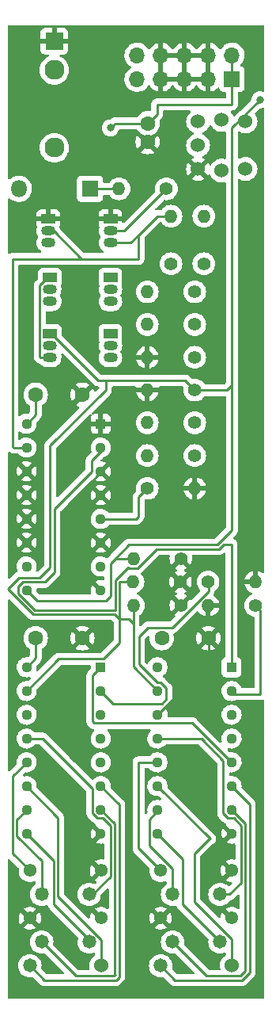
<source format=gbr>
%TF.GenerationSoftware,KiCad,Pcbnew,(6.0.0)*%
%TF.CreationDate,2022-02-24T16:42:11-08:00*%
%TF.ProjectId,16Bars,31364261-7273-42e6-9b69-6361645f7063,rev?*%
%TF.SameCoordinates,Original*%
%TF.FileFunction,Copper,L2,Bot*%
%TF.FilePolarity,Positive*%
%FSLAX46Y46*%
G04 Gerber Fmt 4.6, Leading zero omitted, Abs format (unit mm)*
G04 Created by KiCad (PCBNEW (6.0.0)) date 2022-02-24 16:42:11*
%MOMM*%
%LPD*%
G01*
G04 APERTURE LIST*
%TA.AperFunction,ComponentPad*%
%ADD10R,1.930000X1.830000*%
%TD*%
%TA.AperFunction,ComponentPad*%
%ADD11C,2.130000*%
%TD*%
%TA.AperFunction,ComponentPad*%
%ADD12C,1.400000*%
%TD*%
%TA.AperFunction,ComponentPad*%
%ADD13O,1.400000X1.400000*%
%TD*%
%TA.AperFunction,ComponentPad*%
%ADD14C,1.478000*%
%TD*%
%TA.AperFunction,ComponentPad*%
%ADD15C,1.381000*%
%TD*%
%TA.AperFunction,ComponentPad*%
%ADD16C,1.524000*%
%TD*%
%TA.AperFunction,ComponentPad*%
%ADD17C,1.130000*%
%TD*%
%TA.AperFunction,ComponentPad*%
%ADD18R,1.130000X1.130000*%
%TD*%
%TA.AperFunction,ComponentPad*%
%ADD19O,1.800000X1.800000*%
%TD*%
%TA.AperFunction,ComponentPad*%
%ADD20R,1.800000X1.800000*%
%TD*%
%TA.AperFunction,ComponentPad*%
%ADD21C,1.600000*%
%TD*%
%TA.AperFunction,ComponentPad*%
%ADD22R,1.500000X1.050000*%
%TD*%
%TA.AperFunction,ComponentPad*%
%ADD23O,1.500000X1.050000*%
%TD*%
%TA.AperFunction,ComponentPad*%
%ADD24R,1.700000X1.700000*%
%TD*%
%TA.AperFunction,ComponentPad*%
%ADD25O,1.700000X1.700000*%
%TD*%
%TA.AperFunction,ViaPad*%
%ADD26C,0.800000*%
%TD*%
%TA.AperFunction,Conductor*%
%ADD27C,0.250000*%
%TD*%
G04 APERTURE END LIST*
D10*
%TO.P,J1,S*%
%TO.N,GND*%
X62000000Y-37220000D03*
D11*
%TO.P,J1,T*%
%TO.N,Net-(D1-Pad2)*%
X62000000Y-48620000D03*
%TO.P,J1,TN*%
%TO.N,N/C*%
X62000000Y-40320000D03*
%TD*%
D12*
%TO.P,R5,1*%
%TO.N,Net-(Q1-Pad2)*%
X74000000Y-53000000D03*
D13*
%TO.P,R5,2*%
%TO.N,Net-(D1-Pad1)*%
X68920000Y-53000000D03*
%TD*%
D12*
%TO.P,R7,1*%
%TO.N,+12V*%
X78000000Y-61000000D03*
D13*
%TO.P,R7,2*%
%TO.N,Net-(Q2-Pad3)*%
X78000000Y-55920000D03*
%TD*%
D12*
%TO.P,R8,1*%
%TO.N,+12V*%
X74500000Y-61000000D03*
D13*
%TO.P,R8,2*%
%TO.N,CLOCK_IN*%
X74500000Y-55920000D03*
%TD*%
D14*
%TO.P,DS-ONES1,10,F*%
%TO.N,/F1*%
X73380000Y-136000000D03*
%TO.P,DS-ONES1,9,G*%
%TO.N,/G1*%
X74650000Y-133460000D03*
D15*
%TO.P,DS-ONES1,8,A(C)_2*%
%TO.N,GND*%
X73380000Y-130920000D03*
D14*
%TO.P,DS-ONES1,7,A*%
%TO.N,/A1*%
X74650000Y-128380000D03*
D15*
%TO.P,DS-ONES1,6,B*%
%TO.N,/B1*%
X73380000Y-125840000D03*
%TO.P,DS-ONES1,5,DP*%
%TO.N,GND*%
X81000000Y-125840000D03*
D14*
%TO.P,DS-ONES1,4,C*%
%TO.N,/C1*%
X79730000Y-128380000D03*
D15*
%TO.P,DS-ONES1,3,A(C)_1*%
%TO.N,GND*%
X81000000Y-130920000D03*
D14*
%TO.P,DS-ONES1,2,D*%
%TO.N,/D1*%
X79730000Y-133460000D03*
D16*
%TO.P,DS-ONES1,1,E*%
%TO.N,/E1*%
X81000000Y-136000000D03*
%TD*%
D14*
%TO.P,DS-TENS1,10,F*%
%TO.N,/F2*%
X59380000Y-136000000D03*
%TO.P,DS-TENS1,9,G*%
%TO.N,/G2*%
X60650000Y-133460000D03*
D15*
%TO.P,DS-TENS1,8,A(C)_2*%
%TO.N,GND*%
X59380000Y-130920000D03*
D14*
%TO.P,DS-TENS1,7,A*%
%TO.N,/A2*%
X60650000Y-128380000D03*
D15*
%TO.P,DS-TENS1,6,B*%
%TO.N,/B2*%
X59380000Y-125840000D03*
%TO.P,DS-TENS1,5,DP*%
%TO.N,GND*%
X67000000Y-125840000D03*
D14*
%TO.P,DS-TENS1,4,C*%
%TO.N,/C2*%
X65730000Y-128380000D03*
D15*
%TO.P,DS-TENS1,3,A(C)_1*%
%TO.N,GND*%
X67000000Y-130920000D03*
D14*
%TO.P,DS-TENS1,2,D*%
%TO.N,/D2*%
X65730000Y-133460000D03*
D16*
%TO.P,DS-TENS1,1,E*%
%TO.N,/E2*%
X67000000Y-136000000D03*
%TD*%
%TO.P,SW1,L1*%
%TO.N,N/C*%
X77387500Y-48352501D03*
%TO.P,SW1,4,A*%
%TO.N,Net-(Q2-Pad3)*%
X82467500Y-50892501D03*
%TO.P,SW1,3,K*%
%TO.N,GND*%
X77387500Y-50892501D03*
%TO.P,SW1,2,2*%
%TO.N,16_BARS_RESET*%
X82467500Y-45812501D03*
%TO.P,SW1,1,1*%
%TO.N,+12V*%
X77387500Y-45812501D03*
%TO.P,SW1,*%
%TO.N,*%
X79927500Y-51052501D03*
X79927500Y-45652501D03*
%TD*%
D17*
%TO.P,IC3,16,VDD*%
%TO.N,+12V*%
X59030000Y-78110000D03*
%TO.P,IC3,15,CLOCK*%
%TO.N,CLOCK_IN*%
X59030000Y-80650000D03*
%TO.P,IC3,14,Q3*%
%TO.N,GND*%
X59030000Y-83190000D03*
%TO.P,IC3,13,P3*%
X59030000Y-85730000D03*
%TO.P,IC3,12,P2*%
X59030000Y-88270000D03*
%TO.P,IC3,11,Q2*%
X59030000Y-90810000D03*
%TO.P,IC3,10,UP/DOWN*%
%TO.N,+12V*%
X59030000Y-93350000D03*
%TO.P,IC3,9,RESET*%
%TO.N,16_BARS_RESET*%
X59030000Y-95890000D03*
%TO.P,IC3,8,VSS*%
%TO.N,GND*%
X66970000Y-95890000D03*
%TO.P,IC3,7,~{CARRYOUT}*%
%TO.N,unconnected-(IC3-Pad7)*%
X66970000Y-93350000D03*
%TO.P,IC3,6,Q1*%
%TO.N,GND*%
X66970000Y-90810000D03*
%TO.P,IC3,5,~{CARRYIN}*%
%TO.N,Net-(IC3-Pad5)*%
X66970000Y-88270000D03*
%TO.P,IC3,4,P1*%
%TO.N,GND*%
X66970000Y-85730000D03*
%TO.P,IC3,3,P4*%
X66970000Y-83190000D03*
%TO.P,IC3,2,Q4*%
%TO.N,CLOCK_BAR*%
X66970000Y-80650000D03*
D18*
%TO.P,IC3,1,PRESETENABLE*%
%TO.N,GND*%
X66970000Y-78110000D03*
%TD*%
D19*
%TO.P,D1,2,A*%
%TO.N,Net-(D1-Pad2)*%
X58190000Y-53000000D03*
D20*
%TO.P,D1,1,K*%
%TO.N,Net-(D1-Pad1)*%
X65810000Y-53000000D03*
%TD*%
D12*
%TO.P,R9,1*%
%TO.N,Net-(IC3-Pad5)*%
X71960000Y-85000000D03*
D13*
%TO.P,R9,2*%
%TO.N,GND*%
X77040000Y-85000000D03*
%TD*%
D21*
%TO.P,C3,1*%
%TO.N,GND*%
X65000000Y-101000000D03*
%TO.P,C3,2*%
%TO.N,+12V*%
X60000000Y-101000000D03*
%TD*%
D22*
%TO.P,Q5,1,E*%
%TO.N,Net-(Q5-Pad1)*%
X61500000Y-62500000D03*
D23*
%TO.P,Q5,2,B*%
%TO.N,Net-(Q5-Pad2)*%
X61500000Y-63770000D03*
%TO.P,Q5,3,C*%
%TO.N,+12V*%
X61500000Y-65040000D03*
%TD*%
D13*
%TO.P,R2,2*%
%TO.N,16_BARS_RESET*%
X70460000Y-97500000D03*
D12*
%TO.P,R2,1*%
%TO.N,GND*%
X75540000Y-97500000D03*
%TD*%
D17*
%TO.P,IC1,16,VDD*%
%TO.N,+12V*%
X73030000Y-104110000D03*
%TO.P,IC1,15,RESET*%
%TO.N,16_BARS_RESET*%
X73030000Y-106650000D03*
%TO.P,IC1,14,LAMPTEST*%
%TO.N,GND*%
X73030000Y-109190000D03*
%TO.P,IC1,13,C*%
%TO.N,/C1*%
X73030000Y-111730000D03*
%TO.P,IC1,12,B*%
%TO.N,/B1*%
X73030000Y-114270000D03*
%TO.P,IC1,11,E*%
%TO.N,/E1*%
X73030000Y-116810000D03*
%TO.P,IC1,10,A*%
%TO.N,/A1*%
X73030000Y-119350000D03*
%TO.P,IC1,9,D*%
%TO.N,/D1*%
X73030000Y-121890000D03*
%TO.P,IC1,8,VSS*%
%TO.N,GND*%
X80970000Y-121890000D03*
%TO.P,IC1,7,G*%
%TO.N,/G1*%
X80970000Y-119350000D03*
%TO.P,IC1,6,F*%
%TO.N,/F1*%
X80970000Y-116810000D03*
%TO.P,IC1,5,CARRYOUT*%
%TO.N,CARRY_1*%
X80970000Y-114270000D03*
%TO.P,IC1,4,RIPPLEBLANKINGOUT*%
%TO.N,unconnected-(IC1-Pad4)*%
X80970000Y-111730000D03*
%TO.P,IC1,3,RIPPLEBLANKINGIN*%
%TO.N,unconnected-(IC1-Pad3)*%
X80970000Y-109190000D03*
%TO.P,IC1,2,CLOCKINHIBIT*%
%TO.N,Net-(IC1-Pad2)*%
X80970000Y-106650000D03*
D18*
%TO.P,IC1,1,CLOCK*%
%TO.N,CLOCK_BAR*%
X80970000Y-104110000D03*
%TD*%
D21*
%TO.P,C4,1*%
%TO.N,GND*%
X78500000Y-101000000D03*
%TO.P,C4,2*%
%TO.N,+12V*%
X73500000Y-101000000D03*
%TD*%
D12*
%TO.P,R13,1*%
%TO.N,/DISP-IC1-6*%
X77040000Y-81500000D03*
D13*
%TO.P,R13,2*%
%TO.N,Net-(Q5-Pad2)*%
X71960000Y-81500000D03*
%TD*%
%TO.P,R6,2*%
%TO.N,16_BARS_RESET*%
X70460000Y-92500000D03*
D12*
%TO.P,R6,1*%
%TO.N,GND*%
X75540000Y-92500000D03*
%TD*%
D22*
%TO.P,Q1,1,E*%
%TO.N,GND*%
X68000000Y-56230000D03*
D23*
%TO.P,Q1,2,B*%
%TO.N,Net-(Q1-Pad2)*%
X68000000Y-57500000D03*
%TO.P,Q1,3,C*%
%TO.N,CLOCK_IN*%
X68000000Y-58770000D03*
%TD*%
D21*
%TO.P,C2,1*%
%TO.N,+12V*%
X60000000Y-75000000D03*
%TO.P,C2,2*%
%TO.N,GND*%
X65000000Y-75000000D03*
%TD*%
D22*
%TO.P,Q2,1,E*%
%TO.N,GND*%
X61360000Y-56230000D03*
D23*
%TO.P,Q2,2,B*%
%TO.N,CLOCK_IN*%
X61360000Y-57500000D03*
%TO.P,Q2,3,C*%
%TO.N,Net-(Q2-Pad3)*%
X61360000Y-58770000D03*
%TD*%
D12*
%TO.P,R12,1*%
%TO.N,/DISP-IC1-6*%
X77040000Y-71000000D03*
D13*
%TO.P,R12,2*%
%TO.N,GND*%
X71960000Y-71000000D03*
%TD*%
D12*
%TO.P,R3,1*%
%TO.N,Net-(IC2-Pad2)*%
X78460000Y-95000000D03*
D13*
%TO.P,R3,2*%
%TO.N,GND*%
X83540000Y-95000000D03*
%TD*%
D22*
%TO.P,Q3,1,E*%
%TO.N,Net-(Q3-Pad1)*%
X68000000Y-62500000D03*
D23*
%TO.P,Q3,2,B*%
%TO.N,Net-(Q3-Pad2)*%
X68000000Y-63770000D03*
%TO.P,Q3,3,C*%
%TO.N,+12V*%
X68000000Y-65040000D03*
%TD*%
D24*
%TO.P,J2,1,Pin_1*%
%TO.N,+12V*%
X81019600Y-41275000D03*
D25*
%TO.P,J2,2,Pin_2*%
X81019600Y-38735000D03*
%TO.P,J2,3,Pin_3*%
%TO.N,GND*%
X78479600Y-41275000D03*
%TO.P,J2,4,Pin_4*%
X78479600Y-38735000D03*
%TO.P,J2,5,Pin_5*%
X75939600Y-41275000D03*
%TO.P,J2,6,Pin_6*%
X75939600Y-38735000D03*
%TO.P,J2,7,Pin_7*%
X73399600Y-41275000D03*
%TO.P,J2,8,Pin_8*%
X73399600Y-38735000D03*
%TO.P,J2,9,Pin_9*%
%TO.N,unconnected-(J2-Pad9)*%
X70859600Y-41275000D03*
%TO.P,J2,10,Pin_10*%
%TO.N,unconnected-(J2-Pad10)*%
X70859600Y-38735000D03*
%TD*%
D12*
%TO.P,R11,1*%
%TO.N,/E1*%
X77040000Y-67500000D03*
D13*
%TO.P,R11,2*%
%TO.N,Net-(Q4-Pad2)*%
X71960000Y-67500000D03*
%TD*%
%TO.P,R15,2*%
%TO.N,GND*%
X71960000Y-74500000D03*
D12*
%TO.P,R15,1*%
%TO.N,16_BARS_RESET*%
X77040000Y-74500000D03*
%TD*%
%TO.P,R10,1*%
%TO.N,/C1*%
X77040000Y-64000000D03*
D13*
%TO.P,R10,2*%
%TO.N,Net-(Q3-Pad2)*%
X71960000Y-64000000D03*
%TD*%
D17*
%TO.P,IC2,16,VDD*%
%TO.N,+12V*%
X59030000Y-104110000D03*
%TO.P,IC2,15,RESET*%
%TO.N,16_BARS_RESET*%
X59030000Y-106650000D03*
%TO.P,IC2,14,LAMPTEST*%
%TO.N,unconnected-(IC2-Pad14)*%
X59030000Y-109190000D03*
%TO.P,IC2,13,C*%
%TO.N,/C2*%
X59030000Y-111730000D03*
%TO.P,IC2,12,B*%
%TO.N,/B2*%
X59030000Y-114270000D03*
%TO.P,IC2,11,E*%
%TO.N,/E2*%
X59030000Y-116810000D03*
%TO.P,IC2,10,A*%
%TO.N,/A2*%
X59030000Y-119350000D03*
%TO.P,IC2,9,D*%
%TO.N,/D2*%
X59030000Y-121890000D03*
%TO.P,IC2,8,VSS*%
%TO.N,GND*%
X66970000Y-121890000D03*
%TO.P,IC2,7,G*%
%TO.N,/G2*%
X66970000Y-119350000D03*
%TO.P,IC2,6,F*%
%TO.N,/F2*%
X66970000Y-116810000D03*
%TO.P,IC2,5,CARRYOUT*%
%TO.N,unconnected-(IC2-Pad5)*%
X66970000Y-114270000D03*
%TO.P,IC2,4,RIPPLEBLANKINGOUT*%
%TO.N,unconnected-(IC2-Pad4)*%
X66970000Y-111730000D03*
%TO.P,IC2,3,RIPPLEBLANKINGIN*%
%TO.N,unconnected-(IC2-Pad3)*%
X66970000Y-109190000D03*
%TO.P,IC2,2,CLOCKINHIBIT*%
%TO.N,Net-(IC2-Pad2)*%
X66970000Y-106650000D03*
D18*
%TO.P,IC2,1,CLOCK*%
%TO.N,CARRY_1*%
X66970000Y-104110000D03*
%TD*%
D21*
%TO.P,C1,1*%
%TO.N,+12V*%
X72000000Y-46000000D03*
%TO.P,C1,2*%
%TO.N,GND*%
X72000000Y-48000000D03*
%TD*%
D23*
%TO.P,Q6,3,C*%
%TO.N,Net-(Q5-Pad1)*%
X61500000Y-71040000D03*
%TO.P,Q6,2,B*%
%TO.N,Net-(Q6-Pad2)*%
X61500000Y-69770000D03*
D22*
%TO.P,Q6,1,E*%
%TO.N,16_BARS_RESET*%
X61500000Y-68500000D03*
%TD*%
%TO.P,Q4,1,E*%
%TO.N,/DISP-IC1-6*%
X68000000Y-68500000D03*
D23*
%TO.P,Q4,2,B*%
%TO.N,Net-(Q4-Pad2)*%
X68000000Y-69770000D03*
%TO.P,Q4,3,C*%
%TO.N,Net-(Q3-Pad1)*%
X68000000Y-71040000D03*
%TD*%
D12*
%TO.P,R1,1*%
%TO.N,Net-(IC1-Pad2)*%
X83540000Y-97500000D03*
D13*
%TO.P,R1,2*%
%TO.N,GND*%
X78460000Y-97500000D03*
%TD*%
%TO.P,R4,2*%
%TO.N,16_BARS_RESET*%
X70420000Y-95000000D03*
D12*
%TO.P,R4,1*%
%TO.N,GND*%
X75500000Y-95000000D03*
%TD*%
%TO.P,R14,1*%
%TO.N,/B2*%
X77040000Y-78000000D03*
D13*
%TO.P,R14,2*%
%TO.N,Net-(Q6-Pad2)*%
X71960000Y-78000000D03*
%TD*%
D26*
%TO.N,GND*%
X79000000Y-76000000D03*
%TO.N,+12V*%
X68000000Y-46500000D03*
%TO.N,16_BARS_RESET*%
X84000000Y-43500000D03*
%TD*%
D27*
%TO.N,Net-(IC3-Pad5)*%
X71000000Y-85960000D02*
X71960000Y-85000000D01*
X71000000Y-88000000D02*
X71000000Y-85960000D01*
X70730000Y-88270000D02*
X71000000Y-88000000D01*
X66970000Y-88270000D02*
X70730000Y-88270000D01*
%TO.N,Net-(Q1-Pad2)*%
X69500000Y-57500000D02*
X68000000Y-57500000D01*
X74000000Y-53000000D02*
X69500000Y-57500000D01*
%TO.N,16_BARS_RESET*%
X70000000Y-99000000D02*
X70460000Y-99460000D01*
X70460000Y-99460000D02*
X70460000Y-104080000D01*
X70460000Y-97500000D02*
X70460000Y-99460000D01*
X69000000Y-99000000D02*
X70000000Y-99000000D01*
X67524511Y-74475489D02*
X67524511Y-73475489D01*
X58202708Y-94550969D02*
X60449031Y-94550969D01*
X61550480Y-93449520D02*
X61550480Y-80449520D01*
X57000000Y-95753677D02*
X58202708Y-94550969D01*
X59695843Y-98449520D02*
X57000000Y-95753677D01*
X68449520Y-98449520D02*
X59695843Y-98449520D01*
X60449031Y-94550969D02*
X61550480Y-93449520D01*
X61550480Y-80449520D02*
X67524511Y-74475489D01*
X69000000Y-99000000D02*
X68449520Y-98449520D01*
%TO.N,CLOCK_BAR*%
X80970000Y-91000000D02*
X80970000Y-104110000D01*
X80135718Y-91000000D02*
X80970000Y-91000000D01*
X72934847Y-91474031D02*
X79661687Y-91474031D01*
X70884367Y-93524511D02*
X72934847Y-91474031D01*
X70035633Y-93524511D02*
X70884367Y-93524511D01*
X69937703Y-93426580D02*
X70035633Y-93524511D01*
X68550480Y-94813803D02*
X69937703Y-93426580D01*
X68550480Y-98000000D02*
X68550480Y-94813803D01*
X59882040Y-98000000D02*
X68550480Y-98000000D01*
X58140489Y-96258449D02*
X59882040Y-98000000D01*
X62000000Y-94000000D02*
X60999511Y-95000489D01*
X58661551Y-95000489D02*
X58140489Y-95521551D01*
X62000000Y-87193678D02*
X62000000Y-94000000D01*
X79661687Y-91474031D02*
X80135718Y-91000000D01*
X66000000Y-83193678D02*
X62000000Y-87193678D01*
X60999511Y-95000489D02*
X58661551Y-95000489D01*
X58140489Y-95521551D02*
X58140489Y-96258449D01*
X66000000Y-82000000D02*
X66000000Y-83193678D01*
X66970000Y-80970000D02*
X67000000Y-81000000D01*
X66970000Y-80650000D02*
X66970000Y-80970000D01*
X67000000Y-81000000D02*
X66000000Y-82000000D01*
%TO.N,16_BARS_RESET*%
X67524511Y-73475489D02*
X76015489Y-73475489D01*
X66700489Y-73475489D02*
X67524511Y-73475489D01*
X69000000Y-99000000D02*
X69000000Y-101500000D01*
X69000000Y-95000000D02*
X69000000Y-99000000D01*
%TO.N,/C2*%
X66120000Y-128380000D02*
X65730000Y-128380000D01*
X68015011Y-126484989D02*
X66120000Y-128380000D01*
X68015011Y-121030729D02*
X68015011Y-126484989D01*
X66601551Y-120239511D02*
X67223793Y-120239511D01*
X67223793Y-120239511D02*
X68015011Y-121030729D01*
X59030000Y-111730000D02*
X60730000Y-111730000D01*
X60730000Y-111730000D02*
X66080489Y-117080489D01*
X66080489Y-119718449D02*
X66601551Y-120239511D01*
X66080489Y-117080489D02*
X66080489Y-119718449D01*
%TO.N,GND*%
X78500000Y-103720000D02*
X73030000Y-109190000D01*
X78500000Y-101000000D02*
X78500000Y-103720000D01*
%TO.N,/E1*%
X77000000Y-124000000D02*
X78610000Y-122390000D01*
X81000000Y-133177722D02*
X77000000Y-129177722D01*
X77000000Y-129177722D02*
X77000000Y-124000000D01*
X81000000Y-136000000D02*
X81000000Y-133177722D01*
%TO.N,/C1*%
X80775103Y-128380000D02*
X79730000Y-128380000D01*
X82015011Y-127140092D02*
X80775103Y-128380000D01*
X80080489Y-119718449D02*
X80601551Y-120239511D01*
X80080489Y-114080489D02*
X80080489Y-119718449D01*
X82015011Y-121030729D02*
X82015011Y-127140092D01*
X77730000Y-111730000D02*
X80080489Y-114080489D01*
X81223793Y-120239511D02*
X82015011Y-121030729D01*
X73030000Y-111730000D02*
X77730000Y-111730000D01*
X80601551Y-120239511D02*
X81223793Y-120239511D01*
%TO.N,/B1*%
X71000000Y-123460000D02*
X73380000Y-125840000D01*
X71000000Y-114270000D02*
X71000000Y-123460000D01*
X73030000Y-114270000D02*
X71000000Y-114270000D01*
%TO.N,CARRY_1*%
X76779511Y-110079511D02*
X80970000Y-114270000D01*
X66080489Y-104999511D02*
X66080489Y-109920978D01*
X66080489Y-109920978D02*
X66239022Y-110079511D01*
X66239022Y-110079511D02*
X76779511Y-110079511D01*
X66970000Y-104110000D02*
X66080489Y-104999511D01*
%TO.N,Net-(IC1-Pad2)*%
X84040000Y-98000000D02*
X84040000Y-107000000D01*
X84040000Y-107000000D02*
X81320000Y-107000000D01*
X81320000Y-107000000D02*
X80970000Y-106650000D01*
X83540000Y-97500000D02*
X84040000Y-98000000D01*
%TO.N,16_BARS_RESET*%
X80500000Y-74500000D02*
X81000000Y-74000000D01*
X80000000Y-74500000D02*
X80500000Y-74500000D01*
X81000000Y-72000000D02*
X81000000Y-78000000D01*
X77040000Y-74500000D02*
X80000000Y-74500000D01*
X69975489Y-91024511D02*
X68500000Y-92500000D01*
X79475489Y-91024511D02*
X69975489Y-91024511D01*
X81000000Y-78000000D02*
X81000000Y-89500000D01*
X81000000Y-89500000D02*
X79475489Y-91024511D01*
X81000000Y-51516561D02*
X81000000Y-72000000D01*
X81014011Y-51502550D02*
X81000000Y-51516561D01*
X81014011Y-50602452D02*
X81014011Y-51502550D01*
X81000000Y-50588441D02*
X81014011Y-50602452D01*
X81000000Y-46500000D02*
X81000000Y-50588441D01*
X84000000Y-43500000D02*
X81000000Y-46500000D01*
X67500000Y-97000000D02*
X60140000Y-97000000D01*
X68000000Y-96500000D02*
X67500000Y-97000000D01*
X68000000Y-93000000D02*
X68000000Y-96500000D01*
X60140000Y-97000000D02*
X59030000Y-95890000D01*
X68500000Y-92500000D02*
X68000000Y-93000000D01*
X62459511Y-103220489D02*
X59030000Y-106650000D01*
X67279511Y-103220489D02*
X62459511Y-103220489D01*
X69000000Y-101500000D02*
X67279511Y-103220489D01*
X70420000Y-95000000D02*
X69000000Y-95000000D01*
X76015489Y-73475489D02*
X77040000Y-74500000D01*
X61725000Y-68500000D02*
X66700489Y-73475489D01*
X61500000Y-68500000D02*
X61725000Y-68500000D01*
%TO.N,GND*%
X81000000Y-121920000D02*
X80970000Y-121890000D01*
%TO.N,Net-(D1-Pad1)*%
X68920000Y-53000000D02*
X65810000Y-53000000D01*
%TO.N,/E1*%
X73030000Y-116810000D02*
X78666489Y-122446489D01*
%TO.N,/D1*%
X75713511Y-129443511D02*
X79730000Y-133460000D01*
X75713511Y-124573511D02*
X75713511Y-129443511D01*
X73030000Y-121890000D02*
X75713511Y-124573511D01*
%TO.N,/A1*%
X74650000Y-125650000D02*
X74650000Y-128380000D01*
X73030000Y-119470000D02*
X72140489Y-120359511D01*
X72140489Y-123140489D02*
X74650000Y-125650000D01*
X73030000Y-119350000D02*
X73030000Y-119470000D01*
X72140489Y-120359511D02*
X72140489Y-123140489D01*
%TO.N,/G1*%
X74650000Y-133460000D02*
X78276511Y-137086511D01*
X82464531Y-120844531D02*
X80970000Y-119350000D01*
X78276511Y-137086511D02*
X81913489Y-137086511D01*
X81913489Y-137086511D02*
X82464531Y-136535469D01*
X82464531Y-136535469D02*
X82464531Y-120844531D01*
%TO.N,/F1*%
X82914051Y-136721666D02*
X82914051Y-118754051D01*
X73380000Y-136000000D02*
X74916031Y-137536031D01*
X74916031Y-137536031D02*
X82099687Y-137536031D01*
X82099687Y-137536031D02*
X82914051Y-136721666D01*
X82914051Y-118754051D02*
X80970000Y-116810000D01*
%TO.N,/E2*%
X62393031Y-128618998D02*
X67000000Y-133225967D01*
X59030000Y-116810000D02*
X62393031Y-120173031D01*
X62393031Y-120173031D02*
X62393031Y-128618998D01*
X67000000Y-133225967D02*
X67000000Y-136000000D01*
%TO.N,/D2*%
X65730000Y-133460000D02*
X65730000Y-133230000D01*
X61943511Y-124803511D02*
X59030000Y-121890000D01*
X61943511Y-129443511D02*
X61943511Y-124803511D01*
X65730000Y-133230000D02*
X61943511Y-129443511D01*
%TO.N,/B2*%
X57550480Y-124010480D02*
X57550480Y-115749520D01*
X59380000Y-125840000D02*
X57550480Y-124010480D01*
X57550480Y-115749520D02*
X59030000Y-114270000D01*
%TO.N,/A2*%
X58000000Y-120380000D02*
X59030000Y-119350000D01*
X60650000Y-128380000D02*
X60650000Y-124767960D01*
X60650000Y-124767960D02*
X58000000Y-122117960D01*
X58000000Y-122117960D02*
X58000000Y-120380000D01*
%TO.N,/G2*%
X68464531Y-120844531D02*
X68464531Y-136964531D01*
X66970000Y-119350000D02*
X68464531Y-120844531D01*
X68413489Y-137086511D02*
X64276511Y-137086511D01*
X68464531Y-136964531D02*
X68500000Y-137000000D01*
X68500000Y-137000000D02*
X68413489Y-137086511D01*
X64276511Y-137086511D02*
X60650000Y-133460000D01*
%TO.N,/F2*%
X60916031Y-137536031D02*
X59380000Y-136000000D01*
X68949520Y-137186197D02*
X68599686Y-137536031D01*
X68599686Y-137536031D02*
X60916031Y-137536031D01*
X66970000Y-116810000D02*
X68949520Y-118789520D01*
X68949520Y-118789520D02*
X68949520Y-137186197D01*
%TO.N,+12V*%
X60000000Y-103140000D02*
X60000000Y-101000000D01*
X60000000Y-77140000D02*
X59030000Y-78110000D01*
X81019600Y-43980400D02*
X81000000Y-44000000D01*
X81019600Y-41275000D02*
X81019600Y-38735000D01*
X60000000Y-75000000D02*
X60000000Y-77140000D01*
X59030000Y-104110000D02*
X60000000Y-103140000D01*
X72000000Y-46000000D02*
X68500000Y-46000000D01*
X73000000Y-45000000D02*
X72000000Y-46000000D01*
X81019600Y-41275000D02*
X81019600Y-43980400D01*
X68500000Y-46000000D02*
X68000000Y-46500000D01*
X81000000Y-44000000D02*
X73000000Y-44000000D01*
X73000000Y-44000000D02*
X73000000Y-45000000D01*
%TO.N,Net-(IC2-Pad2)*%
X74624511Y-99875489D02*
X71988794Y-99875489D01*
X73500000Y-108000000D02*
X68320000Y-108000000D01*
X71050480Y-100813803D02*
X71050480Y-103810969D01*
X71050480Y-103810969D02*
X73000000Y-105760489D01*
X74000000Y-106362040D02*
X74000000Y-107500000D01*
X73398449Y-105760489D02*
X74000000Y-106362040D01*
X74000000Y-107500000D02*
X73500000Y-108000000D01*
X68320000Y-108000000D02*
X66970000Y-106650000D01*
X71988794Y-99875489D02*
X71050480Y-100813803D01*
X73000000Y-105760489D02*
X73398449Y-105760489D01*
X78500000Y-96000000D02*
X74624511Y-99875489D01*
X78460000Y-95000000D02*
X78460000Y-95460000D01*
X78500000Y-95500000D02*
X78500000Y-96000000D01*
X78460000Y-95460000D02*
X78500000Y-95500000D01*
%TO.N,16_BARS_RESET*%
X70460000Y-104080000D02*
X73030000Y-106650000D01*
X70460000Y-92500000D02*
X68500000Y-92500000D01*
%TO.N,CLOCK_IN*%
X70960000Y-57960000D02*
X73000000Y-55920000D01*
X57500000Y-60500000D02*
X57500000Y-80500000D01*
X57650000Y-80650000D02*
X59030000Y-80650000D01*
X73000000Y-55920000D02*
X74500000Y-55920000D01*
X71000000Y-60500000D02*
X64910000Y-60500000D01*
X64910000Y-60500000D02*
X61910000Y-57500000D01*
X70150000Y-58770000D02*
X70960000Y-57960000D01*
X64910000Y-60500000D02*
X57500000Y-60500000D01*
X61910000Y-57500000D02*
X61360000Y-57500000D01*
X57500000Y-80500000D02*
X57650000Y-80650000D01*
X71000000Y-58000000D02*
X71000000Y-60500000D01*
X70960000Y-57960000D02*
X71000000Y-58000000D01*
X68000000Y-58770000D02*
X70150000Y-58770000D01*
%TO.N,Net-(Q5-Pad1)*%
X60425480Y-63349520D02*
X60425480Y-70925480D01*
X60425480Y-70925480D02*
X60540000Y-71040000D01*
X60540000Y-71040000D02*
X61500000Y-71040000D01*
X61500000Y-62500000D02*
X61275000Y-62500000D01*
X61275000Y-62500000D02*
X60425480Y-63349520D01*
%TD*%
%TA.AperFunction,Conductor*%
%TO.N,GND*%
G36*
X84449416Y-44375014D02*
G01*
X84487229Y-44435104D01*
X84492000Y-44469448D01*
X84492000Y-93949859D01*
X84471998Y-94017980D01*
X84418342Y-94064473D01*
X84348068Y-94074577D01*
X84293729Y-94053072D01*
X84150811Y-93952998D01*
X84141323Y-93947521D01*
X83959727Y-93862842D01*
X83949423Y-93859092D01*
X83811497Y-93822134D01*
X83797401Y-93822470D01*
X83794000Y-93830412D01*
X83794000Y-95128000D01*
X83773998Y-95196121D01*
X83720342Y-95242614D01*
X83668000Y-95254000D01*
X82375561Y-95254000D01*
X82362030Y-95257973D01*
X82360801Y-95266522D01*
X82399092Y-95409423D01*
X82402842Y-95419727D01*
X82487521Y-95601323D01*
X82492998Y-95610811D01*
X82607925Y-95774942D01*
X82614981Y-95783350D01*
X82756650Y-95925019D01*
X82765058Y-95932075D01*
X82929189Y-96047002D01*
X82938677Y-96052479D01*
X83116780Y-96135529D01*
X83170066Y-96182446D01*
X83189527Y-96250723D01*
X83168985Y-96318683D01*
X83116782Y-96363918D01*
X83013927Y-96411880D01*
X82938423Y-96447088D01*
X82938420Y-96447090D01*
X82933442Y-96449411D01*
X82760224Y-96570699D01*
X82610699Y-96720224D01*
X82489411Y-96893442D01*
X82487090Y-96898420D01*
X82487088Y-96898423D01*
X82402367Y-97080108D01*
X82400044Y-97085090D01*
X82398622Y-97090398D01*
X82398621Y-97090400D01*
X82357993Y-97242027D01*
X82345314Y-97289345D01*
X82326884Y-97500000D01*
X82345314Y-97710655D01*
X82346738Y-97715968D01*
X82346738Y-97715970D01*
X82361617Y-97771497D01*
X82400044Y-97914910D01*
X82489411Y-98106558D01*
X82610699Y-98279776D01*
X82760224Y-98429301D01*
X82933442Y-98550589D01*
X82938420Y-98552910D01*
X82938423Y-98552912D01*
X83120108Y-98637633D01*
X83125090Y-98639956D01*
X83130398Y-98641378D01*
X83130400Y-98641379D01*
X83313111Y-98690336D01*
X83373734Y-98727288D01*
X83404755Y-98791148D01*
X83406500Y-98812043D01*
X83406500Y-106240500D01*
X83386498Y-106308621D01*
X83332842Y-106355114D01*
X83280500Y-106366500D01*
X82100879Y-106366500D01*
X82032758Y-106346498D01*
X81986265Y-106292842D01*
X81979609Y-106274697D01*
X81978061Y-106269207D01*
X81978061Y-106269206D01*
X81976492Y-106263644D01*
X81889231Y-106086695D01*
X81879194Y-106073253D01*
X81774637Y-105933235D01*
X81774636Y-105933234D01*
X81771184Y-105928611D01*
X81748764Y-105907886D01*
X81630546Y-105798607D01*
X81630544Y-105798605D01*
X81626305Y-105794687D01*
X81459447Y-105689407D01*
X81276197Y-105616297D01*
X81270529Y-105615170D01*
X81270527Y-105615169D01*
X81088360Y-105578934D01*
X81088356Y-105578934D01*
X81082692Y-105577807D01*
X81076917Y-105577731D01*
X81076913Y-105577731D01*
X80978267Y-105576440D01*
X80885413Y-105575224D01*
X80879716Y-105576203D01*
X80879715Y-105576203D01*
X80696664Y-105607657D01*
X80690967Y-105608636D01*
X80505866Y-105676924D01*
X80500905Y-105679876D01*
X80500904Y-105679876D01*
X80341277Y-105774844D01*
X80341274Y-105774846D01*
X80336309Y-105777800D01*
X80331969Y-105781606D01*
X80331965Y-105781609D01*
X80320566Y-105791606D01*
X80187975Y-105907886D01*
X80065830Y-106062825D01*
X80063141Y-106067936D01*
X80063139Y-106067939D01*
X80055493Y-106082472D01*
X79973966Y-106237429D01*
X79915460Y-106425851D01*
X79892270Y-106621779D01*
X79905174Y-106818652D01*
X79953739Y-107009877D01*
X80036339Y-107189049D01*
X80150207Y-107350169D01*
X80291530Y-107487840D01*
X80296326Y-107491045D01*
X80296329Y-107491047D01*
X80424131Y-107576441D01*
X80455576Y-107597452D01*
X80460879Y-107599730D01*
X80460882Y-107599732D01*
X80555044Y-107640187D01*
X80636849Y-107675333D01*
X80730185Y-107696453D01*
X80823644Y-107717601D01*
X80823647Y-107717601D01*
X80829280Y-107718876D01*
X80835051Y-107719103D01*
X80835053Y-107719103D01*
X80894054Y-107721421D01*
X81026423Y-107726622D01*
X81141789Y-107709894D01*
X81215955Y-107699141D01*
X81215959Y-107699140D01*
X81221677Y-107698311D01*
X81227149Y-107696453D01*
X81227151Y-107696453D01*
X81392904Y-107640187D01*
X81433406Y-107633500D01*
X83968207Y-107633500D01*
X83991816Y-107635732D01*
X83992119Y-107635790D01*
X83992123Y-107635790D01*
X83999906Y-107637275D01*
X84055951Y-107633749D01*
X84063862Y-107633500D01*
X84079856Y-107633500D01*
X84095730Y-107631494D01*
X84103590Y-107630752D01*
X84131049Y-107629024D01*
X84151737Y-107627723D01*
X84151738Y-107627723D01*
X84159650Y-107627225D01*
X84167191Y-107624775D01*
X84167487Y-107624679D01*
X84190631Y-107619506D01*
X84190935Y-107619468D01*
X84190940Y-107619467D01*
X84198797Y-107618474D01*
X84206162Y-107615558D01*
X84206166Y-107615557D01*
X84251011Y-107597801D01*
X84258430Y-107595129D01*
X84311875Y-107577764D01*
X84314481Y-107576110D01*
X84382508Y-107565536D01*
X84447421Y-107594291D01*
X84486483Y-107653576D01*
X84492000Y-107690450D01*
X84492000Y-139366000D01*
X84471998Y-139434121D01*
X84418342Y-139480614D01*
X84366000Y-139492000D01*
X57134000Y-139492000D01*
X57065879Y-139471998D01*
X57019386Y-139418342D01*
X57008000Y-139366000D01*
X57008000Y-131926545D01*
X58737815Y-131926545D01*
X58747697Y-131939034D01*
X58800871Y-131974564D01*
X58810981Y-131980054D01*
X59002750Y-132062444D01*
X59013693Y-132065999D01*
X59217259Y-132112062D01*
X59228666Y-132113564D01*
X59437224Y-132121757D01*
X59448708Y-132121155D01*
X59655269Y-132091206D01*
X59666452Y-132088521D01*
X59864094Y-132021430D01*
X59874597Y-132016754D01*
X60014526Y-131938391D01*
X60024389Y-131928314D01*
X60021434Y-131920644D01*
X59392812Y-131292022D01*
X59378868Y-131284408D01*
X59377035Y-131284539D01*
X59370420Y-131288790D01*
X58744011Y-131915199D01*
X58737815Y-131926545D01*
X57008000Y-131926545D01*
X57008000Y-130894259D01*
X58177156Y-130894259D01*
X58190807Y-131102522D01*
X58192608Y-131113892D01*
X58243983Y-131316181D01*
X58247824Y-131327028D01*
X58335204Y-131516572D01*
X58340955Y-131526533D01*
X58360852Y-131554688D01*
X58371441Y-131563076D01*
X58384743Y-131556047D01*
X59007978Y-130932812D01*
X59014356Y-130921132D01*
X59744408Y-130921132D01*
X59744539Y-130922965D01*
X59748790Y-130929580D01*
X60376728Y-131557518D01*
X60389108Y-131564278D01*
X60395688Y-131559352D01*
X60476754Y-131414597D01*
X60481430Y-131404094D01*
X60548521Y-131206452D01*
X60551206Y-131195269D01*
X60581451Y-130986667D01*
X60582081Y-130979284D01*
X60583537Y-130923704D01*
X60583294Y-130916305D01*
X60564008Y-130706409D01*
X60561911Y-130695094D01*
X60505257Y-130494215D01*
X60501135Y-130483476D01*
X60408822Y-130296284D01*
X60402810Y-130286474D01*
X60400794Y-130283774D01*
X60389533Y-130275324D01*
X60377115Y-130282095D01*
X59752022Y-130907188D01*
X59744408Y-130921132D01*
X59014356Y-130921132D01*
X59015592Y-130918868D01*
X59015461Y-130917035D01*
X59011210Y-130910420D01*
X58381531Y-130280741D01*
X58369151Y-130273981D01*
X58363185Y-130278447D01*
X58270680Y-130454270D01*
X58266272Y-130464913D01*
X58204380Y-130664235D01*
X58201990Y-130675479D01*
X58177457Y-130882758D01*
X58177156Y-130894259D01*
X57008000Y-130894259D01*
X57008000Y-129912646D01*
X58736758Y-129912646D01*
X58740244Y-129921034D01*
X59367188Y-130547978D01*
X59381132Y-130555592D01*
X59382965Y-130555461D01*
X59389580Y-130551210D01*
X60015896Y-129924894D01*
X60022656Y-129912514D01*
X60016626Y-129904459D01*
X59931318Y-129850633D01*
X59921075Y-129845414D01*
X59727215Y-129768072D01*
X59716188Y-129764805D01*
X59511482Y-129724087D01*
X59500035Y-129722884D01*
X59291346Y-129720152D01*
X59279866Y-129721055D01*
X59074174Y-129756400D01*
X59063054Y-129759380D01*
X58867238Y-129831620D01*
X58856860Y-129836570D01*
X58746356Y-129902313D01*
X58736758Y-129912646D01*
X57008000Y-129912646D01*
X57008000Y-124668094D01*
X57028002Y-124599973D01*
X57081658Y-124553480D01*
X57151932Y-124543376D01*
X57216512Y-124572870D01*
X57223080Y-124578984D01*
X58162304Y-125518209D01*
X58196328Y-125580519D01*
X58198334Y-125622109D01*
X58176276Y-125808479D01*
X58190688Y-126028369D01*
X58244931Y-126241949D01*
X58337187Y-126442068D01*
X58464367Y-126622024D01*
X58622212Y-126775790D01*
X58627008Y-126778995D01*
X58627011Y-126778997D01*
X58728104Y-126846545D01*
X58805435Y-126898216D01*
X58810738Y-126900494D01*
X58810741Y-126900496D01*
X59002594Y-126982922D01*
X59007901Y-126985202D01*
X59086807Y-127003056D01*
X59217192Y-127032560D01*
X59217197Y-127032561D01*
X59222829Y-127033835D01*
X59228600Y-127034062D01*
X59228602Y-127034062D01*
X59290805Y-127036506D01*
X59443020Y-127042487D01*
X59552060Y-127026677D01*
X59655386Y-127011696D01*
X59655391Y-127011695D01*
X59661100Y-127010867D01*
X59850000Y-126946744D01*
X59920933Y-126943788D01*
X59982206Y-126979651D01*
X60014363Y-127042948D01*
X60016500Y-127066057D01*
X60016500Y-127235075D01*
X59996498Y-127303196D01*
X59962770Y-127338288D01*
X59845060Y-127420709D01*
X59690709Y-127575060D01*
X59565507Y-127753868D01*
X59473256Y-127951700D01*
X59416760Y-128162546D01*
X59397735Y-128380000D01*
X59416760Y-128597454D01*
X59473256Y-128808300D01*
X59475578Y-128813280D01*
X59475579Y-128813282D01*
X59562400Y-128999468D01*
X59565507Y-129006132D01*
X59690709Y-129184940D01*
X59845060Y-129339291D01*
X59849568Y-129342448D01*
X59849571Y-129342450D01*
X60008123Y-129453469D01*
X60023867Y-129464493D01*
X60028849Y-129466816D01*
X60028854Y-129466819D01*
X60216718Y-129554421D01*
X60221700Y-129556744D01*
X60227008Y-129558166D01*
X60227010Y-129558167D01*
X60427231Y-129611816D01*
X60427233Y-129611816D01*
X60432546Y-129613240D01*
X60650000Y-129632265D01*
X60867454Y-129613240D01*
X60872767Y-129611816D01*
X60872769Y-129611816D01*
X61072990Y-129558167D01*
X61072992Y-129558166D01*
X61078300Y-129556744D01*
X61083282Y-129554421D01*
X61151574Y-129522576D01*
X61221766Y-129511915D01*
X61286579Y-129540895D01*
X61324939Y-129602348D01*
X61325037Y-129602309D01*
X61325250Y-129602846D01*
X61327954Y-129609676D01*
X61327955Y-129609679D01*
X61341315Y-129643423D01*
X61345160Y-129654653D01*
X61357493Y-129697104D01*
X61361526Y-129703923D01*
X61361528Y-129703928D01*
X61367804Y-129714539D01*
X61376499Y-129732287D01*
X61383959Y-129751128D01*
X61388621Y-129757544D01*
X61388621Y-129757545D01*
X61409947Y-129786898D01*
X61416463Y-129796818D01*
X61438969Y-129834873D01*
X61453290Y-129849194D01*
X61466130Y-129864227D01*
X61478039Y-129880618D01*
X61484145Y-129885669D01*
X61512116Y-129908809D01*
X61520895Y-129916799D01*
X64519259Y-132915164D01*
X64553285Y-132977476D01*
X64551871Y-133036869D01*
X64527463Y-133127962D01*
X64503871Y-133216009D01*
X64496760Y-133242546D01*
X64477735Y-133460000D01*
X64496760Y-133677454D01*
X64498184Y-133682767D01*
X64498184Y-133682769D01*
X64519181Y-133761129D01*
X64553256Y-133888300D01*
X64645507Y-134086132D01*
X64770709Y-134264940D01*
X64925060Y-134419291D01*
X64929568Y-134422448D01*
X64929571Y-134422450D01*
X65093500Y-134537234D01*
X65103867Y-134544493D01*
X65108849Y-134546816D01*
X65108854Y-134546819D01*
X65272751Y-134623245D01*
X65301700Y-134636744D01*
X65307008Y-134638166D01*
X65307010Y-134638167D01*
X65507231Y-134691816D01*
X65507233Y-134691816D01*
X65512546Y-134693240D01*
X65730000Y-134712265D01*
X65947454Y-134693240D01*
X65952767Y-134691816D01*
X65952769Y-134691816D01*
X66152990Y-134638167D01*
X66152992Y-134638166D01*
X66158300Y-134636744D01*
X66163282Y-134634421D01*
X66163287Y-134634419D01*
X66187249Y-134623245D01*
X66257440Y-134612583D01*
X66322253Y-134641562D01*
X66361110Y-134700981D01*
X66366500Y-134737439D01*
X66366500Y-134826996D01*
X66346498Y-134895117D01*
X66312771Y-134930209D01*
X66184730Y-135019864D01*
X66184727Y-135019866D01*
X66180219Y-135023023D01*
X66023023Y-135180219D01*
X66019866Y-135184727D01*
X66019864Y-135184730D01*
X66012631Y-135195060D01*
X65895512Y-135362324D01*
X65893189Y-135367306D01*
X65893186Y-135367311D01*
X65887806Y-135378849D01*
X65801560Y-135563804D01*
X65744022Y-135778537D01*
X65724647Y-136000000D01*
X65744022Y-136221463D01*
X65745446Y-136226776D01*
X65745447Y-136226784D01*
X65763565Y-136294399D01*
X65761876Y-136365375D01*
X65722083Y-136424171D01*
X65656819Y-136452120D01*
X65641859Y-136453011D01*
X64591105Y-136453011D01*
X64522984Y-136433009D01*
X64502010Y-136416106D01*
X61909346Y-133823441D01*
X61875320Y-133761129D01*
X61876734Y-133701735D01*
X61881816Y-133682769D01*
X61881816Y-133682767D01*
X61883240Y-133677454D01*
X61902265Y-133460000D01*
X61883240Y-133242546D01*
X61881815Y-133237227D01*
X61828167Y-133037010D01*
X61828166Y-133037008D01*
X61826744Y-133031700D01*
X61816209Y-133009108D01*
X61736816Y-132838849D01*
X61736814Y-132838846D01*
X61734493Y-132833868D01*
X61609291Y-132655060D01*
X61454940Y-132500709D01*
X61450432Y-132497552D01*
X61450429Y-132497550D01*
X61280642Y-132378664D01*
X61280639Y-132378662D01*
X61276133Y-132375507D01*
X61271151Y-132373184D01*
X61271146Y-132373181D01*
X61083282Y-132285579D01*
X61083281Y-132285578D01*
X61078300Y-132283256D01*
X61072992Y-132281834D01*
X61072990Y-132281833D01*
X60872769Y-132228184D01*
X60872767Y-132228184D01*
X60867454Y-132226760D01*
X60650000Y-132207735D01*
X60432546Y-132226760D01*
X60427233Y-132228184D01*
X60427231Y-132228184D01*
X60227010Y-132281833D01*
X60227008Y-132281834D01*
X60221700Y-132283256D01*
X60216720Y-132285578D01*
X60216718Y-132285579D01*
X60028849Y-132373184D01*
X60028846Y-132373186D01*
X60023868Y-132375507D01*
X59845060Y-132500709D01*
X59690709Y-132655060D01*
X59565507Y-132833868D01*
X59563186Y-132838846D01*
X59563184Y-132838849D01*
X59483791Y-133009108D01*
X59473256Y-133031700D01*
X59471834Y-133037008D01*
X59471833Y-133037010D01*
X59418185Y-133237227D01*
X59416760Y-133242546D01*
X59397735Y-133460000D01*
X59416760Y-133677454D01*
X59418184Y-133682767D01*
X59418184Y-133682769D01*
X59439181Y-133761129D01*
X59473256Y-133888300D01*
X59565507Y-134086132D01*
X59690709Y-134264940D01*
X59845060Y-134419291D01*
X59849568Y-134422448D01*
X59849571Y-134422450D01*
X60013500Y-134537234D01*
X60023867Y-134544493D01*
X60028849Y-134546816D01*
X60028854Y-134546819D01*
X60192751Y-134623245D01*
X60221700Y-134636744D01*
X60227008Y-134638166D01*
X60227010Y-134638167D01*
X60427231Y-134691816D01*
X60427233Y-134691816D01*
X60432546Y-134693240D01*
X60650000Y-134712265D01*
X60867454Y-134693240D01*
X60872771Y-134691815D01*
X60872773Y-134691815D01*
X60891737Y-134686734D01*
X60962714Y-134688424D01*
X61013442Y-134719346D01*
X62981531Y-136687436D01*
X63015557Y-136749748D01*
X63010492Y-136820564D01*
X62967945Y-136877399D01*
X62901425Y-136902210D01*
X62892436Y-136902531D01*
X61230625Y-136902531D01*
X61162504Y-136882529D01*
X61141530Y-136865626D01*
X60639346Y-136363442D01*
X60605320Y-136301130D01*
X60606734Y-136241737D01*
X60611815Y-136222773D01*
X60611816Y-136222769D01*
X60613240Y-136217454D01*
X60632265Y-136000000D01*
X60613240Y-135782546D01*
X60556744Y-135571700D01*
X60464493Y-135373868D01*
X60339291Y-135195060D01*
X60184940Y-135040709D01*
X60180432Y-135037552D01*
X60180429Y-135037550D01*
X60010642Y-134918664D01*
X60010639Y-134918662D01*
X60006133Y-134915507D01*
X60001151Y-134913184D01*
X60001146Y-134913181D01*
X59813282Y-134825579D01*
X59813281Y-134825578D01*
X59808300Y-134823256D01*
X59802992Y-134821834D01*
X59802990Y-134821833D01*
X59602769Y-134768184D01*
X59602767Y-134768184D01*
X59597454Y-134766760D01*
X59380000Y-134747735D01*
X59162546Y-134766760D01*
X59157233Y-134768184D01*
X59157231Y-134768184D01*
X58957010Y-134821833D01*
X58957008Y-134821834D01*
X58951700Y-134823256D01*
X58946720Y-134825578D01*
X58946718Y-134825579D01*
X58758849Y-134913184D01*
X58758846Y-134913186D01*
X58753868Y-134915507D01*
X58575060Y-135040709D01*
X58420709Y-135195060D01*
X58295507Y-135373868D01*
X58203256Y-135571700D01*
X58146760Y-135782546D01*
X58127735Y-136000000D01*
X58146760Y-136217454D01*
X58148184Y-136222767D01*
X58148184Y-136222769D01*
X58199989Y-136416106D01*
X58203256Y-136428300D01*
X58295507Y-136626132D01*
X58420709Y-136804940D01*
X58575060Y-136959291D01*
X58579568Y-136962448D01*
X58579571Y-136962450D01*
X58749358Y-137081336D01*
X58753867Y-137084493D01*
X58758849Y-137086816D01*
X58758854Y-137086819D01*
X58946718Y-137174421D01*
X58951700Y-137176744D01*
X58957008Y-137178166D01*
X58957010Y-137178167D01*
X59157231Y-137231816D01*
X59157233Y-137231816D01*
X59162546Y-137233240D01*
X59380000Y-137252265D01*
X59597454Y-137233240D01*
X59602767Y-137231816D01*
X59602769Y-137231816D01*
X59621735Y-137226734D01*
X59692712Y-137228424D01*
X59743442Y-137259346D01*
X60082172Y-137598077D01*
X60412384Y-137928289D01*
X60419918Y-137936568D01*
X60424031Y-137943049D01*
X60473682Y-137989674D01*
X60476524Y-137992429D01*
X60496261Y-138012166D01*
X60499458Y-138014646D01*
X60508478Y-138022349D01*
X60540710Y-138052617D01*
X60547656Y-138056436D01*
X60547659Y-138056438D01*
X60558465Y-138062379D01*
X60574984Y-138073230D01*
X60590990Y-138085645D01*
X60598259Y-138088790D01*
X60598263Y-138088793D01*
X60631568Y-138103205D01*
X60642218Y-138108422D01*
X60680971Y-138129726D01*
X60688646Y-138131697D01*
X60688647Y-138131697D01*
X60700593Y-138134764D01*
X60719298Y-138141168D01*
X60737886Y-138149212D01*
X60745709Y-138150451D01*
X60745719Y-138150454D01*
X60781555Y-138156130D01*
X60793175Y-138158536D01*
X60824990Y-138166704D01*
X60836001Y-138169531D01*
X60856255Y-138169531D01*
X60875965Y-138171082D01*
X60895974Y-138174251D01*
X60903866Y-138173505D01*
X60922611Y-138171733D01*
X60939993Y-138170090D01*
X60951850Y-138169531D01*
X68520919Y-138169531D01*
X68532102Y-138170058D01*
X68539595Y-138171733D01*
X68547521Y-138171484D01*
X68547522Y-138171484D01*
X68607672Y-138169593D01*
X68611631Y-138169531D01*
X68639542Y-138169531D01*
X68643477Y-138169034D01*
X68643542Y-138169026D01*
X68655379Y-138168093D01*
X68687637Y-138167079D01*
X68691656Y-138166953D01*
X68699575Y-138166704D01*
X68719029Y-138161052D01*
X68738386Y-138157044D01*
X68750616Y-138155499D01*
X68750617Y-138155499D01*
X68758483Y-138154505D01*
X68765854Y-138151586D01*
X68765856Y-138151586D01*
X68799598Y-138138227D01*
X68810828Y-138134382D01*
X68845669Y-138124260D01*
X68845670Y-138124260D01*
X68853279Y-138122049D01*
X68860098Y-138118016D01*
X68860103Y-138118014D01*
X68870714Y-138111738D01*
X68888462Y-138103043D01*
X68907303Y-138095583D01*
X68943073Y-138069595D01*
X68952993Y-138063079D01*
X68979859Y-138047190D01*
X68991048Y-138040573D01*
X68996655Y-138034967D01*
X69005371Y-138026251D01*
X69020405Y-138013410D01*
X69030381Y-138006162D01*
X69030382Y-138006161D01*
X69036793Y-138001503D01*
X69064974Y-137967438D01*
X69072964Y-137958657D01*
X69341778Y-137689844D01*
X69350057Y-137682310D01*
X69356538Y-137678197D01*
X69403165Y-137628544D01*
X69405919Y-137625703D01*
X69425655Y-137605967D01*
X69428135Y-137602770D01*
X69435840Y-137593748D01*
X69460679Y-137567297D01*
X69466106Y-137561518D01*
X69469925Y-137554572D01*
X69469927Y-137554569D01*
X69475868Y-137543763D01*
X69486719Y-137527244D01*
X69494278Y-137517498D01*
X69499134Y-137511238D01*
X69502279Y-137503969D01*
X69502282Y-137503965D01*
X69516694Y-137470660D01*
X69521911Y-137460010D01*
X69543215Y-137421257D01*
X69548253Y-137401634D01*
X69554657Y-137382931D01*
X69559553Y-137371617D01*
X69559553Y-137371616D01*
X69562701Y-137364342D01*
X69563940Y-137356519D01*
X69563943Y-137356509D01*
X69569619Y-137320673D01*
X69572025Y-137309053D01*
X69581048Y-137273908D01*
X69581048Y-137273907D01*
X69583020Y-137266227D01*
X69583020Y-137245973D01*
X69584571Y-137226262D01*
X69586500Y-137214083D01*
X69587740Y-137206254D01*
X69583579Y-137162235D01*
X69583020Y-137150378D01*
X69583020Y-131926545D01*
X72737815Y-131926545D01*
X72747697Y-131939034D01*
X72800871Y-131974564D01*
X72810981Y-131980054D01*
X73002750Y-132062444D01*
X73013693Y-132065999D01*
X73217259Y-132112062D01*
X73228666Y-132113564D01*
X73437224Y-132121757D01*
X73448708Y-132121155D01*
X73655269Y-132091206D01*
X73666452Y-132088521D01*
X73864094Y-132021430D01*
X73874597Y-132016754D01*
X74014526Y-131938391D01*
X74024389Y-131928314D01*
X74021434Y-131920644D01*
X73392812Y-131292022D01*
X73378868Y-131284408D01*
X73377035Y-131284539D01*
X73370420Y-131288790D01*
X72744011Y-131915199D01*
X72737815Y-131926545D01*
X69583020Y-131926545D01*
X69583020Y-130894259D01*
X72177156Y-130894259D01*
X72190807Y-131102522D01*
X72192608Y-131113892D01*
X72243983Y-131316181D01*
X72247824Y-131327028D01*
X72335204Y-131516572D01*
X72340955Y-131526533D01*
X72360852Y-131554688D01*
X72371441Y-131563076D01*
X72384743Y-131556047D01*
X73007978Y-130932812D01*
X73014356Y-130921132D01*
X73744408Y-130921132D01*
X73744539Y-130922965D01*
X73748790Y-130929580D01*
X74376728Y-131557518D01*
X74389108Y-131564278D01*
X74395688Y-131559352D01*
X74476754Y-131414597D01*
X74481430Y-131404094D01*
X74548521Y-131206452D01*
X74551206Y-131195269D01*
X74581451Y-130986667D01*
X74582081Y-130979284D01*
X74583537Y-130923704D01*
X74583294Y-130916305D01*
X74564008Y-130706409D01*
X74561911Y-130695094D01*
X74505257Y-130494215D01*
X74501135Y-130483476D01*
X74408822Y-130296284D01*
X74402810Y-130286474D01*
X74400794Y-130283774D01*
X74389533Y-130275324D01*
X74377115Y-130282095D01*
X73752022Y-130907188D01*
X73744408Y-130921132D01*
X73014356Y-130921132D01*
X73015592Y-130918868D01*
X73015461Y-130917035D01*
X73011210Y-130910420D01*
X72381531Y-130280741D01*
X72369151Y-130273981D01*
X72363185Y-130278447D01*
X72270680Y-130454270D01*
X72266272Y-130464913D01*
X72204380Y-130664235D01*
X72201990Y-130675479D01*
X72177457Y-130882758D01*
X72177156Y-130894259D01*
X69583020Y-130894259D01*
X69583020Y-129912646D01*
X72736758Y-129912646D01*
X72740244Y-129921034D01*
X73367188Y-130547978D01*
X73381132Y-130555592D01*
X73382965Y-130555461D01*
X73389580Y-130551210D01*
X74015896Y-129924894D01*
X74022656Y-129912514D01*
X74016626Y-129904459D01*
X73931318Y-129850633D01*
X73921075Y-129845414D01*
X73727215Y-129768072D01*
X73716188Y-129764805D01*
X73511482Y-129724087D01*
X73500035Y-129722884D01*
X73291346Y-129720152D01*
X73279866Y-129721055D01*
X73074174Y-129756400D01*
X73063054Y-129759380D01*
X72867238Y-129831620D01*
X72856860Y-129836570D01*
X72746356Y-129902313D01*
X72736758Y-129912646D01*
X69583020Y-129912646D01*
X69583020Y-118868287D01*
X69583547Y-118857104D01*
X69585222Y-118849611D01*
X69583082Y-118781534D01*
X69583020Y-118777575D01*
X69583020Y-118749664D01*
X69582515Y-118745664D01*
X69581582Y-118733821D01*
X69580842Y-118710260D01*
X69580193Y-118689631D01*
X69574541Y-118670177D01*
X69570533Y-118650820D01*
X69568988Y-118638590D01*
X69568988Y-118638589D01*
X69567994Y-118630723D01*
X69560748Y-118612422D01*
X69551716Y-118589608D01*
X69547871Y-118578378D01*
X69537749Y-118543537D01*
X69537749Y-118543536D01*
X69535538Y-118535927D01*
X69531505Y-118529108D01*
X69531503Y-118529103D01*
X69525227Y-118518492D01*
X69516532Y-118500744D01*
X69509072Y-118481903D01*
X69503944Y-118474844D01*
X69483084Y-118446133D01*
X69476568Y-118436213D01*
X69458100Y-118404985D01*
X69458098Y-118404982D01*
X69454062Y-118398158D01*
X69439741Y-118383837D01*
X69426900Y-118368803D01*
X69419651Y-118358826D01*
X69414992Y-118352413D01*
X69380915Y-118324222D01*
X69372136Y-118316232D01*
X68075547Y-117019642D01*
X68041521Y-116957330D01*
X68039946Y-116912467D01*
X68046090Y-116870096D01*
X68046091Y-116870086D01*
X68046622Y-116866423D01*
X68048099Y-116810000D01*
X68030046Y-116613532D01*
X68020684Y-116580334D01*
X67978060Y-116429203D01*
X67978059Y-116429201D01*
X67976492Y-116423644D01*
X67966286Y-116402947D01*
X67891786Y-116251876D01*
X67889231Y-116246695D01*
X67871407Y-116222825D01*
X67774637Y-116093235D01*
X67774636Y-116093234D01*
X67771184Y-116088611D01*
X67748764Y-116067886D01*
X67630546Y-115958607D01*
X67630544Y-115958605D01*
X67626305Y-115954687D01*
X67459447Y-115849407D01*
X67276197Y-115776297D01*
X67270529Y-115775170D01*
X67270527Y-115775169D01*
X67088360Y-115738934D01*
X67088356Y-115738934D01*
X67082692Y-115737807D01*
X67076917Y-115737731D01*
X67076913Y-115737731D01*
X66978267Y-115736440D01*
X66885413Y-115735224D01*
X66879716Y-115736203D01*
X66879715Y-115736203D01*
X66696664Y-115767657D01*
X66690967Y-115768636D01*
X66505866Y-115836924D01*
X66500905Y-115839876D01*
X66500904Y-115839876D01*
X66341277Y-115934844D01*
X66341274Y-115934846D01*
X66336309Y-115937800D01*
X66331969Y-115941606D01*
X66331965Y-115941609D01*
X66320566Y-115951606D01*
X66187975Y-116067886D01*
X66184399Y-116072422D01*
X66176932Y-116081894D01*
X66119051Y-116123007D01*
X66048131Y-116126301D01*
X65988887Y-116092983D01*
X64137684Y-114241779D01*
X65892270Y-114241779D01*
X65905174Y-114438652D01*
X65953739Y-114629877D01*
X66036339Y-114809049D01*
X66150207Y-114970169D01*
X66291530Y-115107840D01*
X66296326Y-115111045D01*
X66296329Y-115111047D01*
X66361809Y-115154799D01*
X66455576Y-115217452D01*
X66460879Y-115219730D01*
X66460882Y-115219732D01*
X66631542Y-115293053D01*
X66636849Y-115295333D01*
X66730185Y-115316453D01*
X66823644Y-115337601D01*
X66823647Y-115337601D01*
X66829280Y-115338876D01*
X66835051Y-115339103D01*
X66835053Y-115339103D01*
X66894054Y-115341421D01*
X67026423Y-115346622D01*
X67142785Y-115329750D01*
X67215955Y-115319141D01*
X67215959Y-115319140D01*
X67221677Y-115318311D01*
X67227149Y-115316453D01*
X67227151Y-115316453D01*
X67403038Y-115256747D01*
X67403040Y-115256746D01*
X67408502Y-115254892D01*
X67580642Y-115158490D01*
X67732331Y-115032331D01*
X67858490Y-114880642D01*
X67954892Y-114708502D01*
X68018311Y-114521677D01*
X68024460Y-114479273D01*
X68031186Y-114432884D01*
X68046622Y-114326423D01*
X68048099Y-114270000D01*
X68030046Y-114073532D01*
X68024666Y-114054453D01*
X67978060Y-113889203D01*
X67978059Y-113889201D01*
X67976492Y-113883644D01*
X67966286Y-113862947D01*
X67891786Y-113711876D01*
X67889231Y-113706695D01*
X67871407Y-113682825D01*
X67774637Y-113553235D01*
X67774636Y-113553234D01*
X67771184Y-113548611D01*
X67748764Y-113527886D01*
X67630546Y-113418607D01*
X67630544Y-113418605D01*
X67626305Y-113414687D01*
X67459447Y-113309407D01*
X67276197Y-113236297D01*
X67270529Y-113235170D01*
X67270527Y-113235169D01*
X67088360Y-113198934D01*
X67088356Y-113198934D01*
X67082692Y-113197807D01*
X67076917Y-113197731D01*
X67076913Y-113197731D01*
X66978267Y-113196440D01*
X66885413Y-113195224D01*
X66879716Y-113196203D01*
X66879715Y-113196203D01*
X66863822Y-113198934D01*
X66690967Y-113228636D01*
X66505866Y-113296924D01*
X66500905Y-113299876D01*
X66500904Y-113299876D01*
X66341277Y-113394844D01*
X66341274Y-113394846D01*
X66336309Y-113397800D01*
X66331969Y-113401606D01*
X66331965Y-113401609D01*
X66320566Y-113411606D01*
X66187975Y-113527886D01*
X66065830Y-113682825D01*
X66063141Y-113687936D01*
X66063139Y-113687939D01*
X66033929Y-113743458D01*
X65973966Y-113857429D01*
X65915460Y-114045851D01*
X65892270Y-114241779D01*
X64137684Y-114241779D01*
X63643813Y-113747908D01*
X61233652Y-111337747D01*
X61226112Y-111329461D01*
X61222000Y-111322982D01*
X61172348Y-111276356D01*
X61169507Y-111273602D01*
X61149770Y-111253865D01*
X61146573Y-111251385D01*
X61137551Y-111243680D01*
X61111100Y-111218841D01*
X61105321Y-111213414D01*
X61098375Y-111209595D01*
X61098372Y-111209593D01*
X61087566Y-111203652D01*
X61071047Y-111192801D01*
X61070583Y-111192441D01*
X61055041Y-111180386D01*
X61047772Y-111177241D01*
X61047768Y-111177238D01*
X61014463Y-111162826D01*
X61003813Y-111157609D01*
X60965060Y-111136305D01*
X60945437Y-111131267D01*
X60926734Y-111124863D01*
X60915420Y-111119967D01*
X60915419Y-111119967D01*
X60908145Y-111116819D01*
X60900322Y-111115580D01*
X60900312Y-111115577D01*
X60864476Y-111109901D01*
X60852856Y-111107495D01*
X60817711Y-111098472D01*
X60817710Y-111098472D01*
X60810030Y-111096500D01*
X60789776Y-111096500D01*
X60770065Y-111094949D01*
X60757886Y-111093020D01*
X60750057Y-111091780D01*
X60742165Y-111092526D01*
X60706039Y-111095941D01*
X60694181Y-111096500D01*
X59959979Y-111096500D01*
X59891858Y-111076498D01*
X59859021Y-111045889D01*
X59834637Y-111013235D01*
X59834636Y-111013234D01*
X59831184Y-111008611D01*
X59826948Y-111004695D01*
X59690546Y-110878607D01*
X59690544Y-110878605D01*
X59686305Y-110874687D01*
X59519447Y-110769407D01*
X59336197Y-110696297D01*
X59330529Y-110695170D01*
X59330527Y-110695169D01*
X59148360Y-110658934D01*
X59148356Y-110658934D01*
X59142692Y-110657807D01*
X59136917Y-110657731D01*
X59136913Y-110657731D01*
X59038267Y-110656440D01*
X58945413Y-110655224D01*
X58939716Y-110656203D01*
X58939715Y-110656203D01*
X58756664Y-110687657D01*
X58750967Y-110688636D01*
X58565866Y-110756924D01*
X58560905Y-110759876D01*
X58560904Y-110759876D01*
X58401277Y-110854844D01*
X58401274Y-110854846D01*
X58396309Y-110857800D01*
X58391969Y-110861606D01*
X58391965Y-110861609D01*
X58309713Y-110933743D01*
X58247975Y-110987886D01*
X58125830Y-111142825D01*
X58123141Y-111147936D01*
X58123139Y-111147939D01*
X58088691Y-111213414D01*
X58033966Y-111317429D01*
X57975460Y-111505851D01*
X57952270Y-111701779D01*
X57965174Y-111898652D01*
X58013739Y-112089877D01*
X58096339Y-112269049D01*
X58210207Y-112430169D01*
X58351530Y-112567840D01*
X58356326Y-112571045D01*
X58356329Y-112571047D01*
X58421809Y-112614799D01*
X58515576Y-112677452D01*
X58520879Y-112679730D01*
X58520882Y-112679732D01*
X58691542Y-112753053D01*
X58696849Y-112755333D01*
X58790185Y-112776453D01*
X58883644Y-112797601D01*
X58883647Y-112797601D01*
X58889280Y-112798876D01*
X58895051Y-112799103D01*
X58895053Y-112799103D01*
X58954054Y-112801421D01*
X59086423Y-112806622D01*
X59201789Y-112789894D01*
X59275955Y-112779141D01*
X59275959Y-112779140D01*
X59281677Y-112778311D01*
X59287149Y-112776453D01*
X59287151Y-112776453D01*
X59463038Y-112716747D01*
X59463040Y-112716746D01*
X59468502Y-112714892D01*
X59640642Y-112618490D01*
X59792331Y-112492331D01*
X59861695Y-112408931D01*
X59920631Y-112369347D01*
X59958568Y-112363500D01*
X60415406Y-112363500D01*
X60483527Y-112383502D01*
X60504501Y-112400405D01*
X65410084Y-117305989D01*
X65444110Y-117368301D01*
X65446989Y-117395084D01*
X65446989Y-119639682D01*
X65446462Y-119650865D01*
X65444787Y-119658358D01*
X65445036Y-119666284D01*
X65445036Y-119666285D01*
X65446927Y-119726435D01*
X65446989Y-119730394D01*
X65446989Y-119758305D01*
X65447486Y-119762239D01*
X65447486Y-119762240D01*
X65447494Y-119762305D01*
X65448427Y-119774142D01*
X65449816Y-119818338D01*
X65453101Y-119829644D01*
X65455467Y-119837788D01*
X65459476Y-119857149D01*
X65462015Y-119877246D01*
X65464934Y-119884617D01*
X65464934Y-119884619D01*
X65478293Y-119918361D01*
X65482138Y-119929591D01*
X65494471Y-119972042D01*
X65498504Y-119978861D01*
X65498506Y-119978866D01*
X65504782Y-119989477D01*
X65513477Y-120007225D01*
X65520937Y-120026066D01*
X65525599Y-120032482D01*
X65525599Y-120032483D01*
X65546925Y-120061836D01*
X65553441Y-120071756D01*
X65575947Y-120109811D01*
X65590268Y-120124132D01*
X65603108Y-120139165D01*
X65615017Y-120155556D01*
X65646902Y-120181933D01*
X65649082Y-120183737D01*
X65657863Y-120191727D01*
X66097904Y-120631769D01*
X66105438Y-120640048D01*
X66109551Y-120646529D01*
X66138917Y-120674105D01*
X66159202Y-120693154D01*
X66162044Y-120695909D01*
X66181781Y-120715646D01*
X66184978Y-120718126D01*
X66193998Y-120725829D01*
X66226230Y-120756097D01*
X66233176Y-120759916D01*
X66233179Y-120759918D01*
X66243985Y-120765859D01*
X66260504Y-120776710D01*
X66276510Y-120789125D01*
X66283779Y-120792270D01*
X66283783Y-120792273D01*
X66317088Y-120806685D01*
X66327746Y-120811906D01*
X66341311Y-120819363D01*
X66356503Y-120827715D01*
X66406562Y-120878060D01*
X66421456Y-120947477D01*
X66419827Y-120960355D01*
X66417639Y-120972565D01*
X66421810Y-120982600D01*
X67240115Y-121800905D01*
X67274141Y-121863217D01*
X67269076Y-121934032D01*
X67240115Y-121979095D01*
X66424498Y-122794712D01*
X66418302Y-122806059D01*
X66428184Y-122818548D01*
X66451009Y-122833799D01*
X66461123Y-122839291D01*
X66631697Y-122912576D01*
X66642640Y-122916131D01*
X66823708Y-122957103D01*
X66835118Y-122958605D01*
X67020629Y-122965893D01*
X67032111Y-122965291D01*
X67215845Y-122938652D01*
X67226099Y-122936190D01*
X67297007Y-122939738D01*
X67354740Y-122981059D01*
X67380969Y-123047033D01*
X67381511Y-123058709D01*
X67381511Y-124540290D01*
X67361509Y-124608411D01*
X67307853Y-124654904D01*
X67230929Y-124663869D01*
X67131480Y-124644087D01*
X67120035Y-124642884D01*
X66911346Y-124640152D01*
X66899866Y-124641055D01*
X66694174Y-124676400D01*
X66683054Y-124679380D01*
X66487238Y-124751620D01*
X66476860Y-124756570D01*
X66366356Y-124822313D01*
X66356758Y-124832646D01*
X66360244Y-124841034D01*
X67270115Y-125750905D01*
X67304141Y-125813217D01*
X67299076Y-125884032D01*
X67270115Y-125929095D01*
X66364011Y-126835199D01*
X66357815Y-126846545D01*
X66367697Y-126859034D01*
X66420871Y-126894564D01*
X66430987Y-126900057D01*
X66451155Y-126908722D01*
X66505848Y-126953991D01*
X66527384Y-127021642D01*
X66508926Y-127090197D01*
X66490511Y-127113584D01*
X66386094Y-127218001D01*
X66323782Y-127252027D01*
X66252967Y-127246962D01*
X66243750Y-127243101D01*
X66163287Y-127205581D01*
X66163282Y-127205579D01*
X66158300Y-127203256D01*
X66152992Y-127201834D01*
X66152990Y-127201833D01*
X65952769Y-127148184D01*
X65952767Y-127148184D01*
X65947454Y-127146760D01*
X65730000Y-127127735D01*
X65512546Y-127146760D01*
X65507233Y-127148184D01*
X65507231Y-127148184D01*
X65307010Y-127201833D01*
X65307008Y-127201834D01*
X65301700Y-127203256D01*
X65296720Y-127205578D01*
X65296718Y-127205579D01*
X65108849Y-127293184D01*
X65108846Y-127293186D01*
X65103868Y-127295507D01*
X64925060Y-127420709D01*
X64770709Y-127575060D01*
X64645507Y-127753868D01*
X64553256Y-127951700D01*
X64496760Y-128162546D01*
X64477735Y-128380000D01*
X64496760Y-128597454D01*
X64553256Y-128808300D01*
X64555578Y-128813280D01*
X64555579Y-128813282D01*
X64642400Y-128999468D01*
X64645507Y-129006132D01*
X64770709Y-129184940D01*
X64925060Y-129339291D01*
X64929568Y-129342448D01*
X64929571Y-129342450D01*
X65088123Y-129453469D01*
X65103867Y-129464493D01*
X65108849Y-129466816D01*
X65108854Y-129466819D01*
X65296718Y-129554421D01*
X65301700Y-129556744D01*
X65307008Y-129558166D01*
X65307010Y-129558167D01*
X65507231Y-129611816D01*
X65507233Y-129611816D01*
X65512546Y-129613240D01*
X65730000Y-129632265D01*
X65947454Y-129613240D01*
X65952767Y-129611816D01*
X65952769Y-129611816D01*
X66152990Y-129558167D01*
X66152992Y-129558166D01*
X66158300Y-129556744D01*
X66163282Y-129554421D01*
X66351146Y-129466819D01*
X66351151Y-129466816D01*
X66356133Y-129464493D01*
X66371877Y-129453469D01*
X66530429Y-129342450D01*
X66530432Y-129342448D01*
X66534940Y-129339291D01*
X66689291Y-129184940D01*
X66814493Y-129006132D01*
X66817601Y-128999468D01*
X66904421Y-128813282D01*
X66904422Y-128813280D01*
X66906744Y-128808300D01*
X66963240Y-128597454D01*
X66975043Y-128462548D01*
X67000907Y-128396430D01*
X67011469Y-128384435D01*
X67615936Y-127779968D01*
X67678248Y-127745942D01*
X67749063Y-127751007D01*
X67805899Y-127793554D01*
X67830710Y-127860074D01*
X67831031Y-127869063D01*
X67831031Y-129798635D01*
X67811029Y-129866756D01*
X67757373Y-129913249D01*
X67687099Y-129923353D01*
X67637795Y-129905196D01*
X67551324Y-129850637D01*
X67541074Y-129845414D01*
X67347215Y-129768072D01*
X67336188Y-129764805D01*
X67131482Y-129724087D01*
X67120035Y-129722884D01*
X66911346Y-129720152D01*
X66899866Y-129721055D01*
X66694174Y-129756400D01*
X66683054Y-129759380D01*
X66487238Y-129831620D01*
X66476860Y-129836570D01*
X66366356Y-129902313D01*
X66356758Y-129912646D01*
X66360244Y-129921034D01*
X67270115Y-130830905D01*
X67304141Y-130893217D01*
X67299076Y-130964032D01*
X67270115Y-131009095D01*
X67089095Y-131190115D01*
X67026783Y-131224141D01*
X66955968Y-131219076D01*
X66910905Y-131190115D01*
X66001531Y-130280741D01*
X65989151Y-130273981D01*
X65983185Y-130278447D01*
X65890680Y-130454270D01*
X65886272Y-130464913D01*
X65824380Y-130664235D01*
X65821990Y-130675480D01*
X65802087Y-130843641D01*
X65774217Y-130908939D01*
X65715468Y-130948803D01*
X65644494Y-130950577D01*
X65587865Y-130917927D01*
X63063436Y-128393498D01*
X63029410Y-128331186D01*
X63026531Y-128304403D01*
X63026531Y-125814259D01*
X65797156Y-125814259D01*
X65810807Y-126022522D01*
X65812608Y-126033892D01*
X65863983Y-126236181D01*
X65867824Y-126247028D01*
X65955204Y-126436572D01*
X65960955Y-126446533D01*
X65980852Y-126474688D01*
X65991441Y-126483076D01*
X66004743Y-126476047D01*
X66627978Y-125852812D01*
X66635592Y-125838868D01*
X66635461Y-125837035D01*
X66631210Y-125830420D01*
X66001531Y-125200741D01*
X65989151Y-125193981D01*
X65983185Y-125198447D01*
X65890680Y-125374270D01*
X65886272Y-125384913D01*
X65824380Y-125584235D01*
X65821990Y-125595479D01*
X65797457Y-125802758D01*
X65797156Y-125814259D01*
X63026531Y-125814259D01*
X63026531Y-121867558D01*
X65893150Y-121867558D01*
X65905292Y-122052805D01*
X65907093Y-122064175D01*
X65952789Y-122244107D01*
X65956631Y-122254956D01*
X66034358Y-122423557D01*
X66040105Y-122433511D01*
X66040902Y-122434640D01*
X66051490Y-122443027D01*
X66064791Y-122435999D01*
X66597978Y-121902812D01*
X66605592Y-121888868D01*
X66605461Y-121887035D01*
X66601210Y-121880420D01*
X66064459Y-121343669D01*
X66052079Y-121336909D01*
X66046113Y-121341375D01*
X65977122Y-121472505D01*
X65972717Y-121483139D01*
X65917664Y-121660438D01*
X65915272Y-121671692D01*
X65893451Y-121856057D01*
X65893150Y-121867558D01*
X63026531Y-121867558D01*
X63026531Y-120251798D01*
X63027058Y-120240615D01*
X63028733Y-120233122D01*
X63026593Y-120165045D01*
X63026531Y-120161086D01*
X63026531Y-120133175D01*
X63026026Y-120129175D01*
X63025093Y-120117332D01*
X63023953Y-120081061D01*
X63023704Y-120073142D01*
X63018052Y-120053688D01*
X63014044Y-120034331D01*
X63012499Y-120022101D01*
X63012499Y-120022100D01*
X63011505Y-120014234D01*
X63008586Y-120006861D01*
X62995227Y-119973119D01*
X62991382Y-119961889D01*
X62981260Y-119927048D01*
X62981260Y-119927047D01*
X62979049Y-119919438D01*
X62975016Y-119912619D01*
X62975014Y-119912614D01*
X62968738Y-119902003D01*
X62960043Y-119884255D01*
X62952583Y-119865414D01*
X62926595Y-119829644D01*
X62920079Y-119819724D01*
X62901611Y-119788496D01*
X62901609Y-119788493D01*
X62897573Y-119781669D01*
X62883252Y-119767348D01*
X62870411Y-119752314D01*
X62863162Y-119742337D01*
X62858503Y-119735924D01*
X62824426Y-119707733D01*
X62815647Y-119699743D01*
X60135547Y-117019642D01*
X60101521Y-116957330D01*
X60099946Y-116912467D01*
X60106090Y-116870096D01*
X60106091Y-116870086D01*
X60106622Y-116866423D01*
X60108099Y-116810000D01*
X60090046Y-116613532D01*
X60080684Y-116580334D01*
X60038060Y-116429203D01*
X60038059Y-116429201D01*
X60036492Y-116423644D01*
X60026286Y-116402947D01*
X59951786Y-116251876D01*
X59949231Y-116246695D01*
X59931407Y-116222825D01*
X59834637Y-116093235D01*
X59834636Y-116093234D01*
X59831184Y-116088611D01*
X59808764Y-116067886D01*
X59690546Y-115958607D01*
X59690544Y-115958605D01*
X59686305Y-115954687D01*
X59519447Y-115849407D01*
X59336197Y-115776297D01*
X59330529Y-115775170D01*
X59330527Y-115775169D01*
X59148360Y-115738934D01*
X59148356Y-115738934D01*
X59142692Y-115737807D01*
X59136917Y-115737731D01*
X59136913Y-115737731D01*
X59038267Y-115736440D01*
X58945413Y-115735224D01*
X58939716Y-115736203D01*
X58939715Y-115736203D01*
X58750978Y-115768634D01*
X58680454Y-115760457D01*
X58625546Y-115715450D01*
X58603687Y-115647902D01*
X58621818Y-115579260D01*
X58640545Y-115555359D01*
X58819276Y-115376628D01*
X58881588Y-115342602D01*
X58913314Y-115339820D01*
X59086423Y-115346622D01*
X59202785Y-115329750D01*
X59275955Y-115319141D01*
X59275959Y-115319140D01*
X59281677Y-115318311D01*
X59287149Y-115316453D01*
X59287151Y-115316453D01*
X59463038Y-115256747D01*
X59463040Y-115256746D01*
X59468502Y-115254892D01*
X59640642Y-115158490D01*
X59792331Y-115032331D01*
X59918490Y-114880642D01*
X60014892Y-114708502D01*
X60078311Y-114521677D01*
X60084460Y-114479273D01*
X60091186Y-114432884D01*
X60106622Y-114326423D01*
X60108099Y-114270000D01*
X60090046Y-114073532D01*
X60084666Y-114054453D01*
X60038060Y-113889203D01*
X60038059Y-113889201D01*
X60036492Y-113883644D01*
X60026286Y-113862947D01*
X59951786Y-113711876D01*
X59949231Y-113706695D01*
X59931407Y-113682825D01*
X59834637Y-113553235D01*
X59834636Y-113553234D01*
X59831184Y-113548611D01*
X59808764Y-113527886D01*
X59690546Y-113418607D01*
X59690544Y-113418605D01*
X59686305Y-113414687D01*
X59519447Y-113309407D01*
X59336197Y-113236297D01*
X59330529Y-113235170D01*
X59330527Y-113235169D01*
X59148360Y-113198934D01*
X59148356Y-113198934D01*
X59142692Y-113197807D01*
X59136917Y-113197731D01*
X59136913Y-113197731D01*
X59038267Y-113196440D01*
X58945413Y-113195224D01*
X58939716Y-113196203D01*
X58939715Y-113196203D01*
X58923822Y-113198934D01*
X58750967Y-113228636D01*
X58565866Y-113296924D01*
X58560905Y-113299876D01*
X58560904Y-113299876D01*
X58401277Y-113394844D01*
X58401274Y-113394846D01*
X58396309Y-113397800D01*
X58391969Y-113401606D01*
X58391965Y-113401609D01*
X58380566Y-113411606D01*
X58247975Y-113527886D01*
X58125830Y-113682825D01*
X58123141Y-113687936D01*
X58123139Y-113687939D01*
X58093929Y-113743458D01*
X58033966Y-113857429D01*
X57975460Y-114045851D01*
X57952270Y-114241779D01*
X57958898Y-114342893D01*
X57961457Y-114381937D01*
X57945954Y-114451220D01*
X57924822Y-114479273D01*
X57223095Y-115181000D01*
X57160783Y-115215026D01*
X57089968Y-115209961D01*
X57033132Y-115167414D01*
X57008321Y-115100894D01*
X57008000Y-115091905D01*
X57008000Y-109161779D01*
X57952270Y-109161779D01*
X57965174Y-109358652D01*
X58013739Y-109549877D01*
X58096339Y-109729049D01*
X58210207Y-109890169D01*
X58351530Y-110027840D01*
X58356326Y-110031045D01*
X58356329Y-110031047D01*
X58488113Y-110119102D01*
X58515576Y-110137452D01*
X58520879Y-110139730D01*
X58520882Y-110139732D01*
X58683889Y-110209765D01*
X58696849Y-110215333D01*
X58783817Y-110235012D01*
X58883644Y-110257601D01*
X58883647Y-110257601D01*
X58889280Y-110258876D01*
X58895051Y-110259103D01*
X58895053Y-110259103D01*
X58954054Y-110261421D01*
X59086423Y-110266622D01*
X59201789Y-110249894D01*
X59275955Y-110239141D01*
X59275959Y-110239140D01*
X59281677Y-110238311D01*
X59287149Y-110236453D01*
X59287151Y-110236453D01*
X59463038Y-110176747D01*
X59463040Y-110176746D01*
X59468502Y-110174892D01*
X59640642Y-110078490D01*
X59792331Y-109952331D01*
X59918490Y-109800642D01*
X60014892Y-109628502D01*
X60022470Y-109606180D01*
X60076453Y-109447151D01*
X60076453Y-109447149D01*
X60078311Y-109441677D01*
X60079866Y-109430956D01*
X60098573Y-109301932D01*
X60106622Y-109246423D01*
X60108099Y-109190000D01*
X60090046Y-108993532D01*
X60083887Y-108971692D01*
X60038060Y-108809203D01*
X60038059Y-108809201D01*
X60036492Y-108803644D01*
X60033940Y-108798468D01*
X60033938Y-108798464D01*
X59951786Y-108631876D01*
X59949231Y-108626695D01*
X59936788Y-108610031D01*
X59834637Y-108473235D01*
X59834636Y-108473234D01*
X59831184Y-108468611D01*
X59826948Y-108464695D01*
X59690546Y-108338607D01*
X59690544Y-108338605D01*
X59686305Y-108334687D01*
X59519447Y-108229407D01*
X59336197Y-108156297D01*
X59330529Y-108155170D01*
X59330527Y-108155169D01*
X59148360Y-108118934D01*
X59148356Y-108118934D01*
X59142692Y-108117807D01*
X59136917Y-108117731D01*
X59136913Y-108117731D01*
X59038267Y-108116440D01*
X58945413Y-108115224D01*
X58939716Y-108116203D01*
X58939715Y-108116203D01*
X58756664Y-108147657D01*
X58750967Y-108148636D01*
X58565866Y-108216924D01*
X58560905Y-108219876D01*
X58560904Y-108219876D01*
X58401277Y-108314844D01*
X58401274Y-108314846D01*
X58396309Y-108317800D01*
X58391969Y-108321606D01*
X58391965Y-108321609D01*
X58380566Y-108331606D01*
X58247975Y-108447886D01*
X58244399Y-108452422D01*
X58239747Y-108458323D01*
X58125830Y-108602825D01*
X58123141Y-108607936D01*
X58123139Y-108607939D01*
X58099167Y-108653502D01*
X58033966Y-108777429D01*
X57975460Y-108965851D01*
X57952270Y-109161779D01*
X57008000Y-109161779D01*
X57008000Y-96961771D01*
X57028002Y-96893650D01*
X57081658Y-96847157D01*
X57151932Y-96837053D01*
X57216512Y-96866547D01*
X57223094Y-96872675D01*
X58259841Y-97909423D01*
X59192191Y-98841773D01*
X59199731Y-98850059D01*
X59203843Y-98856538D01*
X59209620Y-98861963D01*
X59253494Y-98903163D01*
X59256336Y-98905918D01*
X59276073Y-98925655D01*
X59279270Y-98928135D01*
X59288290Y-98935838D01*
X59320522Y-98966106D01*
X59327468Y-98969925D01*
X59327471Y-98969927D01*
X59338277Y-98975868D01*
X59354796Y-98986719D01*
X59370802Y-98999134D01*
X59378071Y-99002279D01*
X59378075Y-99002282D01*
X59411380Y-99016694D01*
X59422030Y-99021911D01*
X59460783Y-99043215D01*
X59468458Y-99045186D01*
X59468459Y-99045186D01*
X59480405Y-99048253D01*
X59499110Y-99054657D01*
X59517698Y-99062701D01*
X59525521Y-99063940D01*
X59525531Y-99063943D01*
X59561367Y-99069619D01*
X59572987Y-99072025D01*
X59608132Y-99081048D01*
X59615813Y-99083020D01*
X59636067Y-99083020D01*
X59655777Y-99084571D01*
X59675786Y-99087740D01*
X59683678Y-99086994D01*
X59719804Y-99083579D01*
X59731662Y-99083020D01*
X68134926Y-99083020D01*
X68203047Y-99103022D01*
X68224021Y-99119925D01*
X68329595Y-99225499D01*
X68363621Y-99287811D01*
X68366500Y-99314594D01*
X68366500Y-101185406D01*
X68346498Y-101253527D01*
X68329595Y-101274501D01*
X67054011Y-102550084D01*
X66991699Y-102584110D01*
X66964916Y-102586989D01*
X62538278Y-102586989D01*
X62527095Y-102586462D01*
X62519602Y-102584787D01*
X62511676Y-102585036D01*
X62511675Y-102585036D01*
X62451512Y-102586927D01*
X62447554Y-102586989D01*
X62419655Y-102586989D01*
X62415665Y-102587493D01*
X62403831Y-102588425D01*
X62359622Y-102589815D01*
X62352008Y-102592027D01*
X62352003Y-102592028D01*
X62340170Y-102595466D01*
X62320807Y-102599477D01*
X62300714Y-102602015D01*
X62293347Y-102604932D01*
X62293342Y-102604933D01*
X62259603Y-102618291D01*
X62248376Y-102622135D01*
X62205918Y-102634471D01*
X62199092Y-102638508D01*
X62188483Y-102644782D01*
X62170735Y-102653477D01*
X62151894Y-102660937D01*
X62145478Y-102665599D01*
X62145477Y-102665599D01*
X62116124Y-102686925D01*
X62106204Y-102693441D01*
X62074976Y-102711909D01*
X62074973Y-102711911D01*
X62068149Y-102715947D01*
X62053828Y-102730268D01*
X62038795Y-102743108D01*
X62022404Y-102755017D01*
X62017353Y-102761123D01*
X61994213Y-102789094D01*
X61986223Y-102797873D01*
X60283583Y-104500512D01*
X60221271Y-104534538D01*
X60150455Y-104529473D01*
X60093620Y-104486926D01*
X60068809Y-104420406D01*
X60075175Y-104370914D01*
X60076454Y-104367147D01*
X60078311Y-104361677D01*
X60083487Y-104325983D01*
X60099042Y-104218700D01*
X60106622Y-104166423D01*
X60108099Y-104110000D01*
X60107760Y-104106305D01*
X60098173Y-104001980D01*
X60111857Y-103932314D01*
X60134549Y-103901355D01*
X60392247Y-103643657D01*
X60400537Y-103636113D01*
X60407018Y-103632000D01*
X60453659Y-103582332D01*
X60456413Y-103579491D01*
X60476134Y-103559770D01*
X60478612Y-103556575D01*
X60486318Y-103547553D01*
X60511158Y-103521101D01*
X60516586Y-103515321D01*
X60526346Y-103497568D01*
X60537199Y-103481045D01*
X60544753Y-103471306D01*
X60549613Y-103465041D01*
X60567176Y-103424457D01*
X60572383Y-103413827D01*
X60593695Y-103375060D01*
X60595666Y-103367383D01*
X60595668Y-103367378D01*
X60598732Y-103355442D01*
X60605138Y-103336730D01*
X60610033Y-103325419D01*
X60613181Y-103318145D01*
X60614421Y-103310317D01*
X60614423Y-103310310D01*
X60620099Y-103274476D01*
X60622505Y-103262856D01*
X60631528Y-103227711D01*
X60631528Y-103227710D01*
X60633500Y-103220030D01*
X60633500Y-103199776D01*
X60635051Y-103180065D01*
X60636980Y-103167886D01*
X60638220Y-103160057D01*
X60634059Y-103116038D01*
X60633500Y-103104181D01*
X60633500Y-102219394D01*
X60653502Y-102151273D01*
X60687229Y-102116181D01*
X60730243Y-102086062D01*
X64278493Y-102086062D01*
X64287789Y-102098077D01*
X64338994Y-102133931D01*
X64348489Y-102139414D01*
X64545947Y-102231490D01*
X64556239Y-102235236D01*
X64766688Y-102291625D01*
X64777481Y-102293528D01*
X64994525Y-102312517D01*
X65005475Y-102312517D01*
X65222519Y-102293528D01*
X65233312Y-102291625D01*
X65443761Y-102235236D01*
X65454053Y-102231490D01*
X65651511Y-102139414D01*
X65661006Y-102133931D01*
X65713048Y-102097491D01*
X65721424Y-102087012D01*
X65714356Y-102073566D01*
X65012812Y-101372022D01*
X64998868Y-101364408D01*
X64997035Y-101364539D01*
X64990420Y-101368790D01*
X64284923Y-102074287D01*
X64278493Y-102086062D01*
X60730243Y-102086062D01*
X60839789Y-102009357D01*
X60839792Y-102009355D01*
X60844300Y-102006198D01*
X61006198Y-101844300D01*
X61019684Y-101825041D01*
X61134366Y-101661257D01*
X61137523Y-101656749D01*
X61139846Y-101651767D01*
X61139849Y-101651762D01*
X61231961Y-101454225D01*
X61231961Y-101454224D01*
X61234284Y-101449243D01*
X61254976Y-101372022D01*
X61292119Y-101233402D01*
X61292119Y-101233400D01*
X61293543Y-101228087D01*
X61313019Y-101005475D01*
X63687483Y-101005475D01*
X63706472Y-101222519D01*
X63708375Y-101233312D01*
X63764764Y-101443761D01*
X63768510Y-101454053D01*
X63860586Y-101651511D01*
X63866069Y-101661006D01*
X63902509Y-101713048D01*
X63912988Y-101721424D01*
X63926434Y-101714356D01*
X64627978Y-101012812D01*
X64634356Y-101001132D01*
X65364408Y-101001132D01*
X65364539Y-101002965D01*
X65368790Y-101009580D01*
X66074287Y-101715077D01*
X66086062Y-101721507D01*
X66098077Y-101712211D01*
X66133931Y-101661006D01*
X66139414Y-101651511D01*
X66231490Y-101454053D01*
X66235236Y-101443761D01*
X66291625Y-101233312D01*
X66293528Y-101222519D01*
X66312517Y-101005475D01*
X66312517Y-100994525D01*
X66293528Y-100777481D01*
X66291625Y-100766688D01*
X66235236Y-100556239D01*
X66231490Y-100545947D01*
X66139414Y-100348489D01*
X66133931Y-100338994D01*
X66097491Y-100286952D01*
X66087012Y-100278576D01*
X66073566Y-100285644D01*
X65372022Y-100987188D01*
X65364408Y-101001132D01*
X64634356Y-101001132D01*
X64635592Y-100998868D01*
X64635461Y-100997035D01*
X64631210Y-100990420D01*
X63925713Y-100284923D01*
X63913938Y-100278493D01*
X63901923Y-100287789D01*
X63866069Y-100338994D01*
X63860586Y-100348489D01*
X63768510Y-100545947D01*
X63764764Y-100556239D01*
X63708375Y-100766688D01*
X63706472Y-100777481D01*
X63687483Y-100994525D01*
X63687483Y-101005475D01*
X61313019Y-101005475D01*
X61313498Y-101000000D01*
X61293543Y-100771913D01*
X61292119Y-100766598D01*
X61235707Y-100556067D01*
X61235706Y-100556065D01*
X61234284Y-100550757D01*
X61231961Y-100545775D01*
X61139849Y-100348238D01*
X61139846Y-100348233D01*
X61137523Y-100343251D01*
X61006198Y-100155700D01*
X60844300Y-99993802D01*
X60839792Y-99990645D01*
X60839789Y-99990643D01*
X60728886Y-99912988D01*
X64278576Y-99912988D01*
X64285644Y-99926434D01*
X64987188Y-100627978D01*
X65001132Y-100635592D01*
X65002965Y-100635461D01*
X65009580Y-100631210D01*
X65715077Y-99925713D01*
X65721507Y-99913938D01*
X65712211Y-99901923D01*
X65661006Y-99866069D01*
X65651511Y-99860586D01*
X65454053Y-99768510D01*
X65443761Y-99764764D01*
X65233312Y-99708375D01*
X65222519Y-99706472D01*
X65005475Y-99687483D01*
X64994525Y-99687483D01*
X64777481Y-99706472D01*
X64766688Y-99708375D01*
X64556239Y-99764764D01*
X64545947Y-99768510D01*
X64348489Y-99860586D01*
X64338994Y-99866069D01*
X64286952Y-99902509D01*
X64278576Y-99912988D01*
X60728886Y-99912988D01*
X60713920Y-99902509D01*
X60656749Y-99862477D01*
X60651767Y-99860154D01*
X60651762Y-99860151D01*
X60454225Y-99768039D01*
X60454224Y-99768039D01*
X60449243Y-99765716D01*
X60443935Y-99764294D01*
X60443933Y-99764293D01*
X60233402Y-99707881D01*
X60233400Y-99707881D01*
X60228087Y-99706457D01*
X60000000Y-99686502D01*
X59771913Y-99706457D01*
X59766600Y-99707881D01*
X59766598Y-99707881D01*
X59556067Y-99764293D01*
X59556065Y-99764294D01*
X59550757Y-99765716D01*
X59545776Y-99768039D01*
X59545775Y-99768039D01*
X59348238Y-99860151D01*
X59348233Y-99860154D01*
X59343251Y-99862477D01*
X59286080Y-99902509D01*
X59160211Y-99990643D01*
X59160208Y-99990645D01*
X59155700Y-99993802D01*
X58993802Y-100155700D01*
X58862477Y-100343251D01*
X58860154Y-100348233D01*
X58860151Y-100348238D01*
X58768039Y-100545775D01*
X58765716Y-100550757D01*
X58764294Y-100556065D01*
X58764293Y-100556067D01*
X58707881Y-100766598D01*
X58706457Y-100771913D01*
X58686502Y-101000000D01*
X58706457Y-101228087D01*
X58707881Y-101233400D01*
X58707881Y-101233402D01*
X58745025Y-101372022D01*
X58765716Y-101449243D01*
X58768039Y-101454224D01*
X58768039Y-101454225D01*
X58860151Y-101651762D01*
X58860154Y-101651767D01*
X58862477Y-101656749D01*
X58865634Y-101661257D01*
X58980317Y-101825041D01*
X58993802Y-101844300D01*
X59155700Y-102006198D01*
X59160208Y-102009355D01*
X59160211Y-102009357D01*
X59312771Y-102116181D01*
X59357099Y-102171638D01*
X59366500Y-102219394D01*
X59366500Y-102825405D01*
X59346498Y-102893526D01*
X59329595Y-102914500D01*
X59242255Y-103001840D01*
X59179943Y-103035866D01*
X59143082Y-103037885D01*
X59142692Y-103037807D01*
X59136922Y-103037731D01*
X59136918Y-103037731D01*
X59030077Y-103036333D01*
X58945413Y-103035224D01*
X58939716Y-103036203D01*
X58939715Y-103036203D01*
X58756664Y-103067657D01*
X58750967Y-103068636D01*
X58565866Y-103136924D01*
X58560905Y-103139876D01*
X58560904Y-103139876D01*
X58401277Y-103234844D01*
X58401274Y-103234846D01*
X58396309Y-103237800D01*
X58391969Y-103241606D01*
X58391965Y-103241609D01*
X58262165Y-103355442D01*
X58247975Y-103367886D01*
X58244399Y-103372422D01*
X58236844Y-103382005D01*
X58125830Y-103522825D01*
X58123141Y-103527936D01*
X58123139Y-103527939D01*
X58094521Y-103582333D01*
X58033966Y-103697429D01*
X57975460Y-103885851D01*
X57952270Y-104081779D01*
X57965174Y-104278652D01*
X58013739Y-104469877D01*
X58096339Y-104649049D01*
X58210207Y-104810169D01*
X58351530Y-104947840D01*
X58356326Y-104951045D01*
X58356329Y-104951047D01*
X58464721Y-105023472D01*
X58515576Y-105057452D01*
X58520879Y-105059730D01*
X58520882Y-105059732D01*
X58674230Y-105125615D01*
X58696849Y-105135333D01*
X58790190Y-105156454D01*
X58883644Y-105177601D01*
X58883647Y-105177601D01*
X58889280Y-105178876D01*
X58895051Y-105179103D01*
X58895053Y-105179103D01*
X58954054Y-105181421D01*
X59086423Y-105186622D01*
X59201789Y-105169894D01*
X59275955Y-105159141D01*
X59275959Y-105159140D01*
X59281677Y-105158311D01*
X59290915Y-105155175D01*
X59361849Y-105152218D01*
X59423122Y-105188081D01*
X59455279Y-105251377D01*
X59448111Y-105322011D01*
X59420512Y-105363583D01*
X59242255Y-105541840D01*
X59179943Y-105575866D01*
X59143082Y-105577885D01*
X59142692Y-105577807D01*
X59136922Y-105577731D01*
X59136918Y-105577731D01*
X59030077Y-105576333D01*
X58945413Y-105575224D01*
X58939716Y-105576203D01*
X58939715Y-105576203D01*
X58756664Y-105607657D01*
X58750967Y-105608636D01*
X58565866Y-105676924D01*
X58560905Y-105679876D01*
X58560904Y-105679876D01*
X58401277Y-105774844D01*
X58401274Y-105774846D01*
X58396309Y-105777800D01*
X58391969Y-105781606D01*
X58391965Y-105781609D01*
X58380566Y-105791606D01*
X58247975Y-105907886D01*
X58125830Y-106062825D01*
X58123141Y-106067936D01*
X58123139Y-106067939D01*
X58115493Y-106082472D01*
X58033966Y-106237429D01*
X57975460Y-106425851D01*
X57952270Y-106621779D01*
X57965174Y-106818652D01*
X58013739Y-107009877D01*
X58096339Y-107189049D01*
X58210207Y-107350169D01*
X58351530Y-107487840D01*
X58356326Y-107491045D01*
X58356329Y-107491047D01*
X58484131Y-107576441D01*
X58515576Y-107597452D01*
X58520879Y-107599730D01*
X58520882Y-107599732D01*
X58615044Y-107640187D01*
X58696849Y-107675333D01*
X58790185Y-107696453D01*
X58883644Y-107717601D01*
X58883647Y-107717601D01*
X58889280Y-107718876D01*
X58895051Y-107719103D01*
X58895053Y-107719103D01*
X58954054Y-107721421D01*
X59086423Y-107726622D01*
X59201789Y-107709894D01*
X59275955Y-107699141D01*
X59275959Y-107699140D01*
X59281677Y-107698311D01*
X59287149Y-107696453D01*
X59287151Y-107696453D01*
X59463038Y-107636747D01*
X59463040Y-107636746D01*
X59468502Y-107634892D01*
X59640642Y-107538490D01*
X59792331Y-107412331D01*
X59918490Y-107260642D01*
X60014892Y-107088502D01*
X60039803Y-107015119D01*
X60076453Y-106907151D01*
X60076453Y-106907149D01*
X60078311Y-106901677D01*
X60106622Y-106706423D01*
X60108099Y-106650000D01*
X60107760Y-106646305D01*
X60098173Y-106541980D01*
X60111857Y-106472314D01*
X60134549Y-106441355D01*
X61409111Y-105166794D01*
X62685011Y-103890894D01*
X62747323Y-103856868D01*
X62774106Y-103853989D01*
X65770500Y-103853989D01*
X65838621Y-103873991D01*
X65885114Y-103927647D01*
X65896500Y-103979989D01*
X65896500Y-104235405D01*
X65876498Y-104303526D01*
X65859595Y-104324500D01*
X65688236Y-104495859D01*
X65679950Y-104503399D01*
X65673471Y-104507511D01*
X65668046Y-104513288D01*
X65626846Y-104557162D01*
X65624091Y-104560004D01*
X65604354Y-104579741D01*
X65601874Y-104582938D01*
X65594171Y-104591958D01*
X65563903Y-104624190D01*
X65560084Y-104631136D01*
X65560082Y-104631139D01*
X65554141Y-104641945D01*
X65543290Y-104658464D01*
X65530875Y-104674470D01*
X65527730Y-104681739D01*
X65527727Y-104681743D01*
X65513315Y-104715048D01*
X65508098Y-104725698D01*
X65486794Y-104764451D01*
X65484823Y-104772126D01*
X65484823Y-104772127D01*
X65481756Y-104784073D01*
X65475352Y-104802777D01*
X65467308Y-104821366D01*
X65466069Y-104829189D01*
X65466066Y-104829199D01*
X65460390Y-104865035D01*
X65457984Y-104876655D01*
X65446989Y-104919481D01*
X65446989Y-104939735D01*
X65445438Y-104959445D01*
X65442269Y-104979454D01*
X65445573Y-105014401D01*
X65446430Y-105023472D01*
X65446989Y-105035330D01*
X65446989Y-109842211D01*
X65446462Y-109853394D01*
X65444787Y-109860887D01*
X65445036Y-109868813D01*
X65445036Y-109868814D01*
X65446927Y-109928964D01*
X65446989Y-109932923D01*
X65446989Y-109960834D01*
X65447486Y-109964768D01*
X65447486Y-109964769D01*
X65447494Y-109964834D01*
X65448427Y-109976671D01*
X65449816Y-110020867D01*
X65452774Y-110031047D01*
X65455467Y-110040317D01*
X65459476Y-110059678D01*
X65462015Y-110079775D01*
X65464934Y-110087146D01*
X65464934Y-110087148D01*
X65478293Y-110120890D01*
X65482138Y-110132120D01*
X65492260Y-110166961D01*
X65494471Y-110174571D01*
X65498504Y-110181390D01*
X65498506Y-110181395D01*
X65504782Y-110192006D01*
X65513477Y-110209754D01*
X65520937Y-110228595D01*
X65525599Y-110235011D01*
X65525599Y-110235012D01*
X65546925Y-110264365D01*
X65553441Y-110274285D01*
X65575947Y-110312340D01*
X65590268Y-110326661D01*
X65603108Y-110341694D01*
X65615017Y-110358085D01*
X65621123Y-110363136D01*
X65649094Y-110386276D01*
X65657873Y-110394266D01*
X65735365Y-110471758D01*
X65742909Y-110480048D01*
X65747022Y-110486529D01*
X65752799Y-110491954D01*
X65796689Y-110533169D01*
X65799531Y-110535924D01*
X65819253Y-110555646D01*
X65822377Y-110558069D01*
X65822381Y-110558073D01*
X65822446Y-110558123D01*
X65831467Y-110565828D01*
X65863701Y-110596097D01*
X65870649Y-110599916D01*
X65870651Y-110599918D01*
X65881454Y-110605857D01*
X65897981Y-110616713D01*
X65907720Y-110624268D01*
X65907722Y-110624269D01*
X65913982Y-110629125D01*
X65954562Y-110646685D01*
X65965210Y-110651902D01*
X65973034Y-110656203D01*
X66003962Y-110673206D01*
X66011638Y-110675177D01*
X66011641Y-110675178D01*
X66023584Y-110678244D01*
X66042288Y-110684648D01*
X66049242Y-110687657D01*
X66060877Y-110692692D01*
X66068700Y-110693931D01*
X66068710Y-110693934D01*
X66104546Y-110699610D01*
X66116166Y-110702016D01*
X66151311Y-110711039D01*
X66158992Y-110713011D01*
X66166921Y-110713011D01*
X66174782Y-110714004D01*
X66174612Y-110715353D01*
X66234756Y-110733013D01*
X66281249Y-110786669D01*
X66291353Y-110856943D01*
X66261859Y-110921523D01*
X66249713Y-110933743D01*
X66187975Y-110987886D01*
X66065830Y-111142825D01*
X66063141Y-111147936D01*
X66063139Y-111147939D01*
X66028691Y-111213414D01*
X65973966Y-111317429D01*
X65915460Y-111505851D01*
X65892270Y-111701779D01*
X65905174Y-111898652D01*
X65953739Y-112089877D01*
X66036339Y-112269049D01*
X66150207Y-112430169D01*
X66291530Y-112567840D01*
X66296326Y-112571045D01*
X66296329Y-112571047D01*
X66361809Y-112614799D01*
X66455576Y-112677452D01*
X66460879Y-112679730D01*
X66460882Y-112679732D01*
X66631542Y-112753053D01*
X66636849Y-112755333D01*
X66730185Y-112776453D01*
X66823644Y-112797601D01*
X66823647Y-112797601D01*
X66829280Y-112798876D01*
X66835051Y-112799103D01*
X66835053Y-112799103D01*
X66894054Y-112801421D01*
X67026423Y-112806622D01*
X67141789Y-112789894D01*
X67215955Y-112779141D01*
X67215959Y-112779140D01*
X67221677Y-112778311D01*
X67227149Y-112776453D01*
X67227151Y-112776453D01*
X67403038Y-112716747D01*
X67403040Y-112716746D01*
X67408502Y-112714892D01*
X67580642Y-112618490D01*
X67732331Y-112492331D01*
X67858490Y-112340642D01*
X67954892Y-112168502D01*
X67957357Y-112161242D01*
X68016453Y-111987151D01*
X68016453Y-111987149D01*
X68018311Y-111981677D01*
X68046622Y-111786423D01*
X68048099Y-111730000D01*
X68030046Y-111533532D01*
X68020684Y-111500334D01*
X67978060Y-111349203D01*
X67978059Y-111349201D01*
X67976492Y-111343644D01*
X67970505Y-111331502D01*
X67891786Y-111171876D01*
X67889231Y-111166695D01*
X67882443Y-111157604D01*
X67774637Y-111013235D01*
X67774636Y-111013234D01*
X67771184Y-111008611D01*
X67766948Y-111004695D01*
X67766943Y-111004689D01*
X67687805Y-110931536D01*
X67651359Y-110870608D01*
X67653639Y-110799648D01*
X67693922Y-110741185D01*
X67759417Y-110713782D01*
X67773333Y-110713011D01*
X72226635Y-110713011D01*
X72294756Y-110733013D01*
X72341249Y-110786669D01*
X72351353Y-110856943D01*
X72321859Y-110921523D01*
X72309713Y-110933743D01*
X72247975Y-110987886D01*
X72125830Y-111142825D01*
X72123141Y-111147936D01*
X72123139Y-111147939D01*
X72088691Y-111213414D01*
X72033966Y-111317429D01*
X71975460Y-111505851D01*
X71952270Y-111701779D01*
X71965174Y-111898652D01*
X72013739Y-112089877D01*
X72096339Y-112269049D01*
X72210207Y-112430169D01*
X72351530Y-112567840D01*
X72356326Y-112571045D01*
X72356329Y-112571047D01*
X72421809Y-112614799D01*
X72515576Y-112677452D01*
X72520879Y-112679730D01*
X72520882Y-112679732D01*
X72691542Y-112753053D01*
X72696849Y-112755333D01*
X72790185Y-112776453D01*
X72883644Y-112797601D01*
X72883647Y-112797601D01*
X72889280Y-112798876D01*
X72895051Y-112799103D01*
X72895053Y-112799103D01*
X72954054Y-112801421D01*
X73086423Y-112806622D01*
X73201789Y-112789894D01*
X73275955Y-112779141D01*
X73275959Y-112779140D01*
X73281677Y-112778311D01*
X73287149Y-112776453D01*
X73287151Y-112776453D01*
X73463038Y-112716747D01*
X73463040Y-112716746D01*
X73468502Y-112714892D01*
X73640642Y-112618490D01*
X73792331Y-112492331D01*
X73861695Y-112408931D01*
X73920631Y-112369347D01*
X73958568Y-112363500D01*
X77415406Y-112363500D01*
X77483527Y-112383502D01*
X77504501Y-112400405D01*
X79410084Y-114305988D01*
X79444110Y-114368300D01*
X79446989Y-114395083D01*
X79446989Y-119639682D01*
X79446462Y-119650865D01*
X79444787Y-119658358D01*
X79445036Y-119666284D01*
X79445036Y-119666285D01*
X79446927Y-119726435D01*
X79446989Y-119730394D01*
X79446989Y-119758305D01*
X79447486Y-119762239D01*
X79447486Y-119762240D01*
X79447494Y-119762305D01*
X79448427Y-119774142D01*
X79449816Y-119818338D01*
X79453101Y-119829644D01*
X79455467Y-119837788D01*
X79459476Y-119857149D01*
X79462015Y-119877246D01*
X79464934Y-119884617D01*
X79464934Y-119884619D01*
X79478293Y-119918361D01*
X79482138Y-119929591D01*
X79494471Y-119972042D01*
X79498504Y-119978861D01*
X79498506Y-119978866D01*
X79504782Y-119989477D01*
X79513477Y-120007225D01*
X79520937Y-120026066D01*
X79525599Y-120032482D01*
X79525599Y-120032483D01*
X79546925Y-120061836D01*
X79553441Y-120071756D01*
X79575947Y-120109811D01*
X79590268Y-120124132D01*
X79603108Y-120139165D01*
X79615017Y-120155556D01*
X79646902Y-120181933D01*
X79649082Y-120183737D01*
X79657863Y-120191727D01*
X80097904Y-120631769D01*
X80105438Y-120640048D01*
X80109551Y-120646529D01*
X80138917Y-120674105D01*
X80159202Y-120693154D01*
X80162044Y-120695909D01*
X80181781Y-120715646D01*
X80184978Y-120718126D01*
X80193998Y-120725829D01*
X80226230Y-120756097D01*
X80233176Y-120759916D01*
X80233179Y-120759918D01*
X80243985Y-120765859D01*
X80260504Y-120776710D01*
X80276510Y-120789125D01*
X80283779Y-120792270D01*
X80283783Y-120792273D01*
X80317088Y-120806685D01*
X80327746Y-120811906D01*
X80341311Y-120819363D01*
X80356503Y-120827715D01*
X80406562Y-120878060D01*
X80421456Y-120947477D01*
X80419827Y-120960355D01*
X80417639Y-120972565D01*
X80421810Y-120982600D01*
X81240115Y-121800905D01*
X81274141Y-121863217D01*
X81269076Y-121934032D01*
X81240115Y-121979095D01*
X80424498Y-122794712D01*
X80418302Y-122806059D01*
X80428184Y-122818548D01*
X80451009Y-122833799D01*
X80461123Y-122839291D01*
X80631697Y-122912576D01*
X80642640Y-122916131D01*
X80823708Y-122957103D01*
X80835118Y-122958605D01*
X81020629Y-122965893D01*
X81032111Y-122965291D01*
X81215845Y-122938652D01*
X81226099Y-122936190D01*
X81297007Y-122939738D01*
X81354740Y-122981059D01*
X81380969Y-123047033D01*
X81381511Y-123058709D01*
X81381511Y-124540290D01*
X81361509Y-124608411D01*
X81307853Y-124654904D01*
X81230929Y-124663869D01*
X81131480Y-124644087D01*
X81120035Y-124642884D01*
X80911346Y-124640152D01*
X80899866Y-124641055D01*
X80694174Y-124676400D01*
X80683054Y-124679380D01*
X80487238Y-124751620D01*
X80476860Y-124756570D01*
X80366356Y-124822313D01*
X80356758Y-124832646D01*
X80360244Y-124841034D01*
X81270115Y-125750905D01*
X81304141Y-125813217D01*
X81299076Y-125884032D01*
X81270115Y-125929095D01*
X80364011Y-126835199D01*
X80357815Y-126846545D01*
X80367697Y-126859034D01*
X80420871Y-126894564D01*
X80430981Y-126900054D01*
X80622750Y-126982444D01*
X80633693Y-126985999D01*
X80837259Y-127032062D01*
X80848666Y-127033564D01*
X80923547Y-127036506D01*
X80990830Y-127059167D01*
X81035180Y-127114607D01*
X81042517Y-127185223D01*
X81007695Y-127251504D01*
X80775810Y-127483389D01*
X80713498Y-127517415D01*
X80642683Y-127512350D01*
X80597620Y-127483389D01*
X80534940Y-127420709D01*
X80530432Y-127417552D01*
X80530429Y-127417550D01*
X80360642Y-127298664D01*
X80360639Y-127298662D01*
X80356133Y-127295507D01*
X80351151Y-127293184D01*
X80351146Y-127293181D01*
X80163282Y-127205579D01*
X80163281Y-127205578D01*
X80158300Y-127203256D01*
X80152992Y-127201834D01*
X80152990Y-127201833D01*
X79952769Y-127148184D01*
X79952767Y-127148184D01*
X79947454Y-127146760D01*
X79730000Y-127127735D01*
X79512546Y-127146760D01*
X79507233Y-127148184D01*
X79507231Y-127148184D01*
X79307010Y-127201833D01*
X79307008Y-127201834D01*
X79301700Y-127203256D01*
X79296720Y-127205578D01*
X79296718Y-127205579D01*
X79108849Y-127293184D01*
X79108846Y-127293186D01*
X79103868Y-127295507D01*
X78925060Y-127420709D01*
X78770709Y-127575060D01*
X78645507Y-127753868D01*
X78553256Y-127951700D01*
X78496760Y-128162546D01*
X78477735Y-128380000D01*
X78496760Y-128597454D01*
X78553256Y-128808300D01*
X78555578Y-128813280D01*
X78555579Y-128813282D01*
X78642400Y-128999468D01*
X78645507Y-129006132D01*
X78770709Y-129184940D01*
X78925060Y-129339291D01*
X78929568Y-129342448D01*
X78929571Y-129342450D01*
X79088123Y-129453469D01*
X79103867Y-129464493D01*
X79108849Y-129466816D01*
X79108854Y-129466819D01*
X79296718Y-129554421D01*
X79301700Y-129556744D01*
X79307008Y-129558166D01*
X79307010Y-129558167D01*
X79507231Y-129611816D01*
X79507233Y-129611816D01*
X79512546Y-129613240D01*
X79730000Y-129632265D01*
X79947454Y-129613240D01*
X79952767Y-129611816D01*
X79952769Y-129611816D01*
X80152990Y-129558167D01*
X80152992Y-129558166D01*
X80158300Y-129556744D01*
X80163282Y-129554421D01*
X80351146Y-129466819D01*
X80351151Y-129466816D01*
X80356133Y-129464493D01*
X80371877Y-129453469D01*
X80530429Y-129342450D01*
X80530432Y-129342448D01*
X80534940Y-129339291D01*
X80689291Y-129184940D01*
X80773690Y-129064405D01*
X80829147Y-129020076D01*
X80859468Y-129013613D01*
X80859238Y-129012163D01*
X80867072Y-129010922D01*
X80874992Y-129010673D01*
X80894446Y-129005021D01*
X80913803Y-129001013D01*
X80926033Y-128999468D01*
X80926034Y-128999468D01*
X80933900Y-128998474D01*
X80941271Y-128995555D01*
X80941273Y-128995555D01*
X80975015Y-128982196D01*
X80986245Y-128978351D01*
X81021086Y-128968229D01*
X81021087Y-128968229D01*
X81028696Y-128966018D01*
X81035515Y-128961985D01*
X81035520Y-128961983D01*
X81046131Y-128955707D01*
X81063879Y-128947012D01*
X81082720Y-128939552D01*
X81118490Y-128913564D01*
X81128410Y-128907048D01*
X81159638Y-128888580D01*
X81159641Y-128888578D01*
X81166465Y-128884542D01*
X81180786Y-128870221D01*
X81195820Y-128857380D01*
X81205797Y-128850131D01*
X81212210Y-128845472D01*
X81240401Y-128811395D01*
X81248391Y-128802616D01*
X81615936Y-128435071D01*
X81678248Y-128401045D01*
X81749063Y-128406110D01*
X81805899Y-128448657D01*
X81830710Y-128515177D01*
X81831031Y-128524166D01*
X81831031Y-129798635D01*
X81811029Y-129866756D01*
X81757373Y-129913249D01*
X81687099Y-129923353D01*
X81637795Y-129905196D01*
X81551324Y-129850637D01*
X81541074Y-129845414D01*
X81347215Y-129768072D01*
X81336188Y-129764805D01*
X81131482Y-129724087D01*
X81120035Y-129722884D01*
X80911346Y-129720152D01*
X80899866Y-129721055D01*
X80694174Y-129756400D01*
X80683054Y-129759380D01*
X80487238Y-129831620D01*
X80476860Y-129836570D01*
X80366356Y-129902313D01*
X80356758Y-129912646D01*
X80360244Y-129921034D01*
X81270115Y-130830905D01*
X81304141Y-130893217D01*
X81299076Y-130964032D01*
X81270115Y-131009095D01*
X81089095Y-131190115D01*
X81026783Y-131224141D01*
X80955968Y-131219076D01*
X80910905Y-131190115D01*
X80001531Y-130280741D01*
X79989151Y-130273981D01*
X79983185Y-130278447D01*
X79890680Y-130454270D01*
X79886272Y-130464913D01*
X79824380Y-130664235D01*
X79821990Y-130675480D01*
X79807192Y-130800502D01*
X79779321Y-130865800D01*
X79720573Y-130905663D01*
X79649598Y-130907437D01*
X79592970Y-130874787D01*
X77670405Y-128952222D01*
X77636379Y-128889910D01*
X77633500Y-128863127D01*
X77633500Y-125814259D01*
X79797156Y-125814259D01*
X79810807Y-126022522D01*
X79812608Y-126033892D01*
X79863983Y-126236181D01*
X79867824Y-126247028D01*
X79955204Y-126436572D01*
X79960955Y-126446533D01*
X79980852Y-126474688D01*
X79991441Y-126483076D01*
X80004743Y-126476047D01*
X80627978Y-125852812D01*
X80635592Y-125838868D01*
X80635461Y-125837035D01*
X80631210Y-125830420D01*
X80001531Y-125200741D01*
X79989151Y-125193981D01*
X79983185Y-125198447D01*
X79890680Y-125374270D01*
X79886272Y-125384913D01*
X79824380Y-125584235D01*
X79821990Y-125595479D01*
X79797457Y-125802758D01*
X79797156Y-125814259D01*
X77633500Y-125814259D01*
X77633500Y-124314594D01*
X77653502Y-124246473D01*
X77670405Y-124225499D01*
X78235993Y-123659912D01*
X78817863Y-123078042D01*
X78864276Y-123048586D01*
X78900993Y-123035368D01*
X78948918Y-123018114D01*
X78948920Y-123018113D01*
X78956378Y-123015428D01*
X79030152Y-122965291D01*
X79082202Y-122929918D01*
X79082203Y-122929917D01*
X79088760Y-122925461D01*
X79194609Y-122805399D01*
X79200055Y-122794712D01*
X79263673Y-122669852D01*
X79267274Y-122662785D01*
X79302191Y-122506580D01*
X79299911Y-122434032D01*
X79297411Y-122354524D01*
X79297162Y-122346599D01*
X79252507Y-122192896D01*
X79248472Y-122186073D01*
X79175065Y-122061946D01*
X79175062Y-122061942D01*
X79171031Y-122055126D01*
X79108720Y-121992815D01*
X79093604Y-121974545D01*
X79088972Y-121967729D01*
X79046845Y-121930589D01*
X79041075Y-121925170D01*
X78983463Y-121867558D01*
X79893150Y-121867558D01*
X79905292Y-122052805D01*
X79907093Y-122064175D01*
X79952789Y-122244107D01*
X79956631Y-122254956D01*
X80034358Y-122423557D01*
X80040105Y-122433511D01*
X80040902Y-122434640D01*
X80051490Y-122443027D01*
X80064791Y-122435999D01*
X80597978Y-121902812D01*
X80605592Y-121888868D01*
X80605461Y-121887035D01*
X80601210Y-121880420D01*
X80064459Y-121343669D01*
X80052079Y-121336909D01*
X80046113Y-121341375D01*
X79977122Y-121472505D01*
X79972717Y-121483139D01*
X79917664Y-121660438D01*
X79915272Y-121671692D01*
X79893451Y-121856057D01*
X79893150Y-121867558D01*
X78983463Y-121867558D01*
X74135547Y-117019642D01*
X74101521Y-116957330D01*
X74099946Y-116912467D01*
X74106090Y-116870096D01*
X74106091Y-116870086D01*
X74106622Y-116866423D01*
X74108099Y-116810000D01*
X74090046Y-116613532D01*
X74080684Y-116580334D01*
X74038060Y-116429203D01*
X74038059Y-116429201D01*
X74036492Y-116423644D01*
X74026286Y-116402947D01*
X73951786Y-116251876D01*
X73949231Y-116246695D01*
X73931407Y-116222825D01*
X73834637Y-116093235D01*
X73834636Y-116093234D01*
X73831184Y-116088611D01*
X73808764Y-116067886D01*
X73690546Y-115958607D01*
X73690544Y-115958605D01*
X73686305Y-115954687D01*
X73519447Y-115849407D01*
X73336197Y-115776297D01*
X73330529Y-115775170D01*
X73330527Y-115775169D01*
X73148360Y-115738934D01*
X73148356Y-115738934D01*
X73142692Y-115737807D01*
X73136917Y-115737731D01*
X73136913Y-115737731D01*
X73038267Y-115736440D01*
X72945413Y-115735224D01*
X72939716Y-115736203D01*
X72939715Y-115736203D01*
X72756664Y-115767657D01*
X72750967Y-115768636D01*
X72565866Y-115836924D01*
X72560905Y-115839876D01*
X72560904Y-115839876D01*
X72401277Y-115934844D01*
X72401274Y-115934846D01*
X72396309Y-115937800D01*
X72391969Y-115941606D01*
X72391965Y-115941609D01*
X72380566Y-115951606D01*
X72247975Y-116067886D01*
X72125830Y-116222825D01*
X72123141Y-116227936D01*
X72123139Y-116227939D01*
X72113271Y-116246695D01*
X72033966Y-116397429D01*
X71975460Y-116585851D01*
X71952270Y-116781779D01*
X71965174Y-116978652D01*
X72013739Y-117169877D01*
X72096339Y-117349049D01*
X72210207Y-117510169D01*
X72351530Y-117647840D01*
X72356326Y-117651045D01*
X72356329Y-117651047D01*
X72488113Y-117739102D01*
X72515576Y-117757452D01*
X72520879Y-117759730D01*
X72520882Y-117759732D01*
X72691542Y-117833053D01*
X72696849Y-117835333D01*
X72793064Y-117857104D01*
X72883644Y-117877601D01*
X72883647Y-117877601D01*
X72889280Y-117878876D01*
X72895051Y-117879103D01*
X72895053Y-117879103D01*
X72954054Y-117881421D01*
X73086423Y-117886622D01*
X73116527Y-117882257D01*
X73132468Y-117879946D01*
X73202754Y-117889966D01*
X73239643Y-117915547D01*
X73422218Y-118098122D01*
X73456244Y-118160434D01*
X73451179Y-118231249D01*
X73408632Y-118288085D01*
X73342112Y-118312896D01*
X73308542Y-118310796D01*
X73148360Y-118278934D01*
X73148356Y-118278934D01*
X73142692Y-118277807D01*
X73136917Y-118277731D01*
X73136913Y-118277731D01*
X73038267Y-118276440D01*
X72945413Y-118275224D01*
X72939716Y-118276203D01*
X72939715Y-118276203D01*
X72756664Y-118307657D01*
X72750967Y-118308636D01*
X72565866Y-118376924D01*
X72560905Y-118379876D01*
X72560904Y-118379876D01*
X72401277Y-118474844D01*
X72401274Y-118474846D01*
X72396309Y-118477800D01*
X72391969Y-118481606D01*
X72391965Y-118481609D01*
X72315553Y-118548621D01*
X72247975Y-118607886D01*
X72125830Y-118762825D01*
X72123141Y-118767936D01*
X72123139Y-118767939D01*
X72093648Y-118823993D01*
X72033966Y-118937429D01*
X71975460Y-119125851D01*
X71952270Y-119321779D01*
X71965174Y-119518652D01*
X71966596Y-119524250D01*
X71971896Y-119545120D01*
X71969276Y-119616068D01*
X71938867Y-119665228D01*
X71848595Y-119755500D01*
X71786283Y-119789526D01*
X71715468Y-119784461D01*
X71658632Y-119741914D01*
X71633821Y-119675394D01*
X71633500Y-119666405D01*
X71633500Y-115029500D01*
X71653502Y-114961379D01*
X71707158Y-114914886D01*
X71759500Y-114903500D01*
X72097848Y-114903500D01*
X72165969Y-114923502D01*
X72200746Y-114956782D01*
X72206873Y-114965453D01*
X72206879Y-114965460D01*
X72210207Y-114970169D01*
X72351530Y-115107840D01*
X72356326Y-115111045D01*
X72356329Y-115111047D01*
X72421809Y-115154799D01*
X72515576Y-115217452D01*
X72520879Y-115219730D01*
X72520882Y-115219732D01*
X72691542Y-115293053D01*
X72696849Y-115295333D01*
X72790185Y-115316453D01*
X72883644Y-115337601D01*
X72883647Y-115337601D01*
X72889280Y-115338876D01*
X72895051Y-115339103D01*
X72895053Y-115339103D01*
X72954054Y-115341421D01*
X73086423Y-115346622D01*
X73202785Y-115329750D01*
X73275955Y-115319141D01*
X73275959Y-115319140D01*
X73281677Y-115318311D01*
X73287149Y-115316453D01*
X73287151Y-115316453D01*
X73463038Y-115256747D01*
X73463040Y-115256746D01*
X73468502Y-115254892D01*
X73640642Y-115158490D01*
X73792331Y-115032331D01*
X73918490Y-114880642D01*
X74014892Y-114708502D01*
X74078311Y-114521677D01*
X74084460Y-114479273D01*
X74091186Y-114432884D01*
X74106622Y-114326423D01*
X74108099Y-114270000D01*
X74090046Y-114073532D01*
X74084666Y-114054453D01*
X74038060Y-113889203D01*
X74038059Y-113889201D01*
X74036492Y-113883644D01*
X74026286Y-113862947D01*
X73951786Y-113711876D01*
X73949231Y-113706695D01*
X73931407Y-113682825D01*
X73834637Y-113553235D01*
X73834636Y-113553234D01*
X73831184Y-113548611D01*
X73808764Y-113527886D01*
X73690546Y-113418607D01*
X73690544Y-113418605D01*
X73686305Y-113414687D01*
X73519447Y-113309407D01*
X73336197Y-113236297D01*
X73330529Y-113235170D01*
X73330527Y-113235169D01*
X73148360Y-113198934D01*
X73148356Y-113198934D01*
X73142692Y-113197807D01*
X73136917Y-113197731D01*
X73136913Y-113197731D01*
X73038267Y-113196440D01*
X72945413Y-113195224D01*
X72939716Y-113196203D01*
X72939715Y-113196203D01*
X72923822Y-113198934D01*
X72750967Y-113228636D01*
X72565866Y-113296924D01*
X72560905Y-113299876D01*
X72560904Y-113299876D01*
X72401277Y-113394844D01*
X72401274Y-113394846D01*
X72396309Y-113397800D01*
X72391969Y-113401606D01*
X72391965Y-113401609D01*
X72380566Y-113411606D01*
X72247975Y-113527886D01*
X72244399Y-113532422D01*
X72200186Y-113588506D01*
X72142305Y-113629619D01*
X72101236Y-113636500D01*
X71071793Y-113636500D01*
X71048184Y-113634268D01*
X71047881Y-113634210D01*
X71047877Y-113634210D01*
X71040094Y-113632725D01*
X70984049Y-113636251D01*
X70976138Y-113636500D01*
X70960144Y-113636500D01*
X70944270Y-113638506D01*
X70936410Y-113639248D01*
X70908951Y-113640976D01*
X70888263Y-113642277D01*
X70888262Y-113642277D01*
X70880350Y-113642775D01*
X70872809Y-113645225D01*
X70872513Y-113645321D01*
X70849369Y-113650494D01*
X70849065Y-113650532D01*
X70849060Y-113650533D01*
X70841203Y-113651526D01*
X70833838Y-113654442D01*
X70833834Y-113654443D01*
X70788989Y-113672199D01*
X70781570Y-113674871D01*
X70728125Y-113692236D01*
X70721429Y-113696486D01*
X70721428Y-113696486D01*
X70721169Y-113696650D01*
X70700042Y-113707415D01*
X70699754Y-113707529D01*
X70699749Y-113707532D01*
X70692383Y-113710448D01*
X70685975Y-113715104D01*
X70685969Y-113715107D01*
X70646948Y-113743458D01*
X70640411Y-113747901D01*
X70592982Y-113778000D01*
X70587556Y-113783778D01*
X70587555Y-113783779D01*
X70587341Y-113784007D01*
X70569554Y-113799688D01*
X70569309Y-113799866D01*
X70569307Y-113799868D01*
X70562893Y-113804528D01*
X70557839Y-113810637D01*
X70557838Y-113810638D01*
X70527097Y-113847796D01*
X70521866Y-113853730D01*
X70488842Y-113888898D01*
X70488840Y-113888901D01*
X70483414Y-113894679D01*
X70479445Y-113901899D01*
X70466119Y-113921506D01*
X70465920Y-113921746D01*
X70465916Y-113921753D01*
X70460867Y-113927856D01*
X70457493Y-113935027D01*
X70436953Y-113978676D01*
X70433371Y-113985708D01*
X70406305Y-114034940D01*
X70404335Y-114042615D01*
X70404332Y-114042621D01*
X70404256Y-114042919D01*
X70396224Y-114065228D01*
X70396094Y-114065503D01*
X70396091Y-114065511D01*
X70392717Y-114072682D01*
X70391231Y-114080474D01*
X70382195Y-114127843D01*
X70380471Y-114135558D01*
X70366500Y-114189970D01*
X70366500Y-114198207D01*
X70364268Y-114221816D01*
X70362725Y-114229906D01*
X70366251Y-114285951D01*
X70366500Y-114293862D01*
X70366500Y-123381233D01*
X70365973Y-123392416D01*
X70364298Y-123399909D01*
X70364547Y-123407835D01*
X70364547Y-123407836D01*
X70366438Y-123467986D01*
X70366500Y-123471945D01*
X70366500Y-123499856D01*
X70366997Y-123503790D01*
X70366997Y-123503791D01*
X70367005Y-123503856D01*
X70367938Y-123515693D01*
X70369327Y-123559889D01*
X70374422Y-123577426D01*
X70374978Y-123579339D01*
X70378987Y-123598700D01*
X70381526Y-123618797D01*
X70384445Y-123626168D01*
X70384445Y-123626170D01*
X70397804Y-123659912D01*
X70401649Y-123671142D01*
X70413982Y-123713593D01*
X70418015Y-123720412D01*
X70418017Y-123720417D01*
X70424293Y-123731028D01*
X70432988Y-123748776D01*
X70440448Y-123767617D01*
X70445110Y-123774033D01*
X70445110Y-123774034D01*
X70466436Y-123803387D01*
X70472952Y-123813307D01*
X70495458Y-123851362D01*
X70509779Y-123865683D01*
X70522619Y-123880716D01*
X70534528Y-123897107D01*
X70540634Y-123902158D01*
X70568605Y-123925298D01*
X70577384Y-123933288D01*
X72162302Y-125518206D01*
X72196328Y-125580518D01*
X72198334Y-125622109D01*
X72176276Y-125808479D01*
X72190688Y-126028369D01*
X72244931Y-126241949D01*
X72337187Y-126442068D01*
X72464367Y-126622024D01*
X72622212Y-126775790D01*
X72627008Y-126778995D01*
X72627011Y-126778997D01*
X72728104Y-126846545D01*
X72805435Y-126898216D01*
X72810738Y-126900494D01*
X72810741Y-126900496D01*
X73002594Y-126982922D01*
X73007901Y-126985202D01*
X73086807Y-127003056D01*
X73217192Y-127032560D01*
X73217197Y-127032561D01*
X73222829Y-127033835D01*
X73228600Y-127034062D01*
X73228602Y-127034062D01*
X73290805Y-127036506D01*
X73443020Y-127042487D01*
X73552060Y-127026677D01*
X73655386Y-127011696D01*
X73655391Y-127011695D01*
X73661100Y-127010867D01*
X73850000Y-126946744D01*
X73920933Y-126943788D01*
X73982206Y-126979651D01*
X74014363Y-127042948D01*
X74016500Y-127066057D01*
X74016500Y-127235075D01*
X73996498Y-127303196D01*
X73962770Y-127338288D01*
X73845060Y-127420709D01*
X73690709Y-127575060D01*
X73565507Y-127753868D01*
X73473256Y-127951700D01*
X73416760Y-128162546D01*
X73397735Y-128380000D01*
X73416760Y-128597454D01*
X73473256Y-128808300D01*
X73475578Y-128813280D01*
X73475579Y-128813282D01*
X73562400Y-128999468D01*
X73565507Y-129006132D01*
X73690709Y-129184940D01*
X73845060Y-129339291D01*
X73849568Y-129342448D01*
X73849571Y-129342450D01*
X74008123Y-129453469D01*
X74023867Y-129464493D01*
X74028849Y-129466816D01*
X74028854Y-129466819D01*
X74216718Y-129554421D01*
X74221700Y-129556744D01*
X74227008Y-129558166D01*
X74227010Y-129558167D01*
X74427231Y-129611816D01*
X74427233Y-129611816D01*
X74432546Y-129613240D01*
X74650000Y-129632265D01*
X74867454Y-129613240D01*
X74872767Y-129611816D01*
X74872769Y-129611816D01*
X74966924Y-129586587D01*
X75037900Y-129588277D01*
X75096696Y-129628071D01*
X75120531Y-129673140D01*
X75127493Y-129697104D01*
X75131526Y-129703923D01*
X75131528Y-129703928D01*
X75137804Y-129714539D01*
X75146499Y-129732287D01*
X75153959Y-129751128D01*
X75158621Y-129757544D01*
X75158621Y-129757545D01*
X75179947Y-129786898D01*
X75186463Y-129796818D01*
X75208969Y-129834873D01*
X75223290Y-129849194D01*
X75236130Y-129864227D01*
X75248039Y-129880618D01*
X75254145Y-129885669D01*
X75282116Y-129908809D01*
X75290895Y-129916799D01*
X78470654Y-133096558D01*
X78504680Y-133158870D01*
X78503266Y-133218263D01*
X78498185Y-133237227D01*
X78496760Y-133242546D01*
X78477735Y-133460000D01*
X78496760Y-133677454D01*
X78498184Y-133682767D01*
X78498184Y-133682769D01*
X78519181Y-133761129D01*
X78553256Y-133888300D01*
X78645507Y-134086132D01*
X78770709Y-134264940D01*
X78925060Y-134419291D01*
X78929568Y-134422448D01*
X78929571Y-134422450D01*
X79093500Y-134537234D01*
X79103867Y-134544493D01*
X79108849Y-134546816D01*
X79108854Y-134546819D01*
X79272751Y-134623245D01*
X79301700Y-134636744D01*
X79307008Y-134638166D01*
X79307010Y-134638167D01*
X79507231Y-134691816D01*
X79507233Y-134691816D01*
X79512546Y-134693240D01*
X79730000Y-134712265D01*
X79947454Y-134693240D01*
X79952767Y-134691816D01*
X79952769Y-134691816D01*
X80152990Y-134638167D01*
X80152992Y-134638166D01*
X80158300Y-134636744D01*
X80163282Y-134634421D01*
X80163287Y-134634419D01*
X80187249Y-134623245D01*
X80257440Y-134612583D01*
X80322253Y-134641562D01*
X80361110Y-134700981D01*
X80366500Y-134737439D01*
X80366500Y-134826996D01*
X80346498Y-134895117D01*
X80312771Y-134930209D01*
X80184730Y-135019864D01*
X80184727Y-135019866D01*
X80180219Y-135023023D01*
X80023023Y-135180219D01*
X80019866Y-135184727D01*
X80019864Y-135184730D01*
X80012631Y-135195060D01*
X79895512Y-135362324D01*
X79893189Y-135367306D01*
X79893186Y-135367311D01*
X79887806Y-135378849D01*
X79801560Y-135563804D01*
X79744022Y-135778537D01*
X79724647Y-136000000D01*
X79744022Y-136221463D01*
X79745446Y-136226776D01*
X79745447Y-136226784D01*
X79763565Y-136294399D01*
X79761876Y-136365375D01*
X79722083Y-136424171D01*
X79656819Y-136452120D01*
X79641859Y-136453011D01*
X78591105Y-136453011D01*
X78522984Y-136433009D01*
X78502010Y-136416106D01*
X75909346Y-133823441D01*
X75875320Y-133761129D01*
X75876734Y-133701735D01*
X75881816Y-133682769D01*
X75881816Y-133682767D01*
X75883240Y-133677454D01*
X75902265Y-133460000D01*
X75883240Y-133242546D01*
X75881815Y-133237227D01*
X75828167Y-133037010D01*
X75828166Y-133037008D01*
X75826744Y-133031700D01*
X75816209Y-133009108D01*
X75736816Y-132838849D01*
X75736814Y-132838846D01*
X75734493Y-132833868D01*
X75609291Y-132655060D01*
X75454940Y-132500709D01*
X75450432Y-132497552D01*
X75450429Y-132497550D01*
X75280642Y-132378664D01*
X75280639Y-132378662D01*
X75276133Y-132375507D01*
X75271151Y-132373184D01*
X75271146Y-132373181D01*
X75083282Y-132285579D01*
X75083281Y-132285578D01*
X75078300Y-132283256D01*
X75072992Y-132281834D01*
X75072990Y-132281833D01*
X74872769Y-132228184D01*
X74872767Y-132228184D01*
X74867454Y-132226760D01*
X74650000Y-132207735D01*
X74432546Y-132226760D01*
X74427233Y-132228184D01*
X74427231Y-132228184D01*
X74227010Y-132281833D01*
X74227008Y-132281834D01*
X74221700Y-132283256D01*
X74216720Y-132285578D01*
X74216718Y-132285579D01*
X74028849Y-132373184D01*
X74028846Y-132373186D01*
X74023868Y-132375507D01*
X73845060Y-132500709D01*
X73690709Y-132655060D01*
X73565507Y-132833868D01*
X73563186Y-132838846D01*
X73563184Y-132838849D01*
X73483791Y-133009108D01*
X73473256Y-133031700D01*
X73471834Y-133037008D01*
X73471833Y-133037010D01*
X73418185Y-133237227D01*
X73416760Y-133242546D01*
X73397735Y-133460000D01*
X73416760Y-133677454D01*
X73418184Y-133682767D01*
X73418184Y-133682769D01*
X73439181Y-133761129D01*
X73473256Y-133888300D01*
X73565507Y-134086132D01*
X73690709Y-134264940D01*
X73845060Y-134419291D01*
X73849568Y-134422448D01*
X73849571Y-134422450D01*
X74013500Y-134537234D01*
X74023867Y-134544493D01*
X74028849Y-134546816D01*
X74028854Y-134546819D01*
X74192751Y-134623245D01*
X74221700Y-134636744D01*
X74227008Y-134638166D01*
X74227010Y-134638167D01*
X74427231Y-134691816D01*
X74427233Y-134691816D01*
X74432546Y-134693240D01*
X74650000Y-134712265D01*
X74867454Y-134693240D01*
X74872771Y-134691815D01*
X74872773Y-134691815D01*
X74891737Y-134686734D01*
X74962714Y-134688424D01*
X75013442Y-134719346D01*
X76981531Y-136687436D01*
X77015557Y-136749748D01*
X77010492Y-136820564D01*
X76967945Y-136877399D01*
X76901425Y-136902210D01*
X76892436Y-136902531D01*
X75230625Y-136902531D01*
X75162504Y-136882529D01*
X75141530Y-136865626D01*
X74639346Y-136363442D01*
X74605320Y-136301130D01*
X74606734Y-136241737D01*
X74611815Y-136222773D01*
X74611816Y-136222769D01*
X74613240Y-136217454D01*
X74632265Y-136000000D01*
X74613240Y-135782546D01*
X74556744Y-135571700D01*
X74464493Y-135373868D01*
X74339291Y-135195060D01*
X74184940Y-135040709D01*
X74180432Y-135037552D01*
X74180429Y-135037550D01*
X74010642Y-134918664D01*
X74010639Y-134918662D01*
X74006133Y-134915507D01*
X74001151Y-134913184D01*
X74001146Y-134913181D01*
X73813282Y-134825579D01*
X73813281Y-134825578D01*
X73808300Y-134823256D01*
X73802992Y-134821834D01*
X73802990Y-134821833D01*
X73602769Y-134768184D01*
X73602767Y-134768184D01*
X73597454Y-134766760D01*
X73380000Y-134747735D01*
X73162546Y-134766760D01*
X73157233Y-134768184D01*
X73157231Y-134768184D01*
X72957010Y-134821833D01*
X72957008Y-134821834D01*
X72951700Y-134823256D01*
X72946720Y-134825578D01*
X72946718Y-134825579D01*
X72758849Y-134913184D01*
X72758846Y-134913186D01*
X72753868Y-134915507D01*
X72575060Y-135040709D01*
X72420709Y-135195060D01*
X72295507Y-135373868D01*
X72203256Y-135571700D01*
X72146760Y-135782546D01*
X72127735Y-136000000D01*
X72146760Y-136217454D01*
X72148184Y-136222767D01*
X72148184Y-136222769D01*
X72199989Y-136416106D01*
X72203256Y-136428300D01*
X72295507Y-136626132D01*
X72420709Y-136804940D01*
X72575060Y-136959291D01*
X72579568Y-136962448D01*
X72579571Y-136962450D01*
X72749358Y-137081336D01*
X72753867Y-137084493D01*
X72758849Y-137086816D01*
X72758854Y-137086819D01*
X72946718Y-137174421D01*
X72951700Y-137176744D01*
X72957008Y-137178166D01*
X72957010Y-137178167D01*
X73157231Y-137231816D01*
X73157233Y-137231816D01*
X73162546Y-137233240D01*
X73380000Y-137252265D01*
X73597454Y-137233240D01*
X73602767Y-137231816D01*
X73602769Y-137231816D01*
X73621735Y-137226734D01*
X73692712Y-137228424D01*
X73743442Y-137259346D01*
X74082172Y-137598077D01*
X74412384Y-137928289D01*
X74419918Y-137936568D01*
X74424031Y-137943049D01*
X74473682Y-137989674D01*
X74476524Y-137992429D01*
X74496261Y-138012166D01*
X74499458Y-138014646D01*
X74508478Y-138022349D01*
X74540710Y-138052617D01*
X74547656Y-138056436D01*
X74547659Y-138056438D01*
X74558465Y-138062379D01*
X74574984Y-138073230D01*
X74590990Y-138085645D01*
X74598259Y-138088790D01*
X74598263Y-138088793D01*
X74631568Y-138103205D01*
X74642218Y-138108422D01*
X74680971Y-138129726D01*
X74688646Y-138131697D01*
X74688647Y-138131697D01*
X74700593Y-138134764D01*
X74719298Y-138141168D01*
X74737886Y-138149212D01*
X74745709Y-138150451D01*
X74745719Y-138150454D01*
X74781555Y-138156130D01*
X74793175Y-138158536D01*
X74824990Y-138166704D01*
X74836001Y-138169531D01*
X74856255Y-138169531D01*
X74875965Y-138171082D01*
X74895974Y-138174251D01*
X74903866Y-138173505D01*
X74922611Y-138171733D01*
X74939993Y-138170090D01*
X74951850Y-138169531D01*
X82020920Y-138169531D01*
X82032103Y-138170058D01*
X82039596Y-138171733D01*
X82047522Y-138171484D01*
X82047523Y-138171484D01*
X82107673Y-138169593D01*
X82111632Y-138169531D01*
X82139543Y-138169531D01*
X82143478Y-138169034D01*
X82143543Y-138169026D01*
X82155380Y-138168093D01*
X82187197Y-138167093D01*
X82191658Y-138166953D01*
X82199577Y-138166704D01*
X82219029Y-138161053D01*
X82238381Y-138157045D01*
X82250619Y-138155499D01*
X82250621Y-138155498D01*
X82258484Y-138154505D01*
X82265857Y-138151586D01*
X82271852Y-138149212D01*
X82299601Y-138138225D01*
X82310802Y-138134390D01*
X82353281Y-138122049D01*
X82360100Y-138118016D01*
X82360105Y-138118014D01*
X82370716Y-138111738D01*
X82388466Y-138103041D01*
X82407304Y-138095583D01*
X82420983Y-138085645D01*
X82443062Y-138069603D01*
X82452986Y-138063084D01*
X82484227Y-138044609D01*
X82484232Y-138044605D01*
X82491050Y-138040573D01*
X82505374Y-138026249D01*
X82520406Y-138013410D01*
X82536794Y-138001503D01*
X82564982Y-137967430D01*
X82572959Y-137958664D01*
X83306309Y-137225313D01*
X83314591Y-137217777D01*
X83321069Y-137213666D01*
X83354405Y-137178167D01*
X83367694Y-137164015D01*
X83370449Y-137161173D01*
X83390186Y-137141436D01*
X83392666Y-137138239D01*
X83400371Y-137129217D01*
X83425210Y-137102766D01*
X83430637Y-137096987D01*
X83434456Y-137090041D01*
X83434458Y-137090038D01*
X83440399Y-137079232D01*
X83451250Y-137062713D01*
X83458809Y-137052967D01*
X83463665Y-137046707D01*
X83466810Y-137039438D01*
X83466813Y-137039434D01*
X83481225Y-137006129D01*
X83486442Y-136995479D01*
X83507746Y-136956726D01*
X83512784Y-136937103D01*
X83519188Y-136918400D01*
X83524084Y-136907086D01*
X83524084Y-136907085D01*
X83527232Y-136899811D01*
X83528471Y-136891988D01*
X83528474Y-136891978D01*
X83534150Y-136856142D01*
X83536556Y-136844522D01*
X83545579Y-136809377D01*
X83545579Y-136809376D01*
X83547551Y-136801696D01*
X83547551Y-136781442D01*
X83549102Y-136761731D01*
X83551031Y-136749552D01*
X83552271Y-136741723D01*
X83548110Y-136697704D01*
X83547551Y-136685847D01*
X83547551Y-118832818D01*
X83548078Y-118821635D01*
X83549753Y-118814142D01*
X83547613Y-118746065D01*
X83547551Y-118742106D01*
X83547551Y-118714195D01*
X83547046Y-118710195D01*
X83546113Y-118698352D01*
X83544973Y-118662080D01*
X83544724Y-118654161D01*
X83539073Y-118634709D01*
X83535065Y-118615357D01*
X83533518Y-118603114D01*
X83532525Y-118595254D01*
X83528105Y-118584089D01*
X83516251Y-118554148D01*
X83512406Y-118542921D01*
X83505308Y-118518492D01*
X83500069Y-118500458D01*
X83496035Y-118493636D01*
X83496032Y-118493630D01*
X83489757Y-118483019D01*
X83481061Y-118465269D01*
X83476523Y-118453807D01*
X83476520Y-118453802D01*
X83473603Y-118446434D01*
X83447624Y-118410676D01*
X83441108Y-118400758D01*
X83426952Y-118376823D01*
X83418593Y-118362688D01*
X83404269Y-118348364D01*
X83391427Y-118333329D01*
X83379523Y-118316944D01*
X83345457Y-118288762D01*
X83336678Y-118280773D01*
X82075547Y-117019642D01*
X82041521Y-116957330D01*
X82039946Y-116912467D01*
X82046090Y-116870096D01*
X82046091Y-116870086D01*
X82046622Y-116866423D01*
X82048099Y-116810000D01*
X82030046Y-116613532D01*
X82020684Y-116580334D01*
X81978060Y-116429203D01*
X81978059Y-116429201D01*
X81976492Y-116423644D01*
X81966286Y-116402947D01*
X81891786Y-116251876D01*
X81889231Y-116246695D01*
X81871407Y-116222825D01*
X81774637Y-116093235D01*
X81774636Y-116093234D01*
X81771184Y-116088611D01*
X81748764Y-116067886D01*
X81630546Y-115958607D01*
X81630544Y-115958605D01*
X81626305Y-115954687D01*
X81459447Y-115849407D01*
X81276197Y-115776297D01*
X81270529Y-115775170D01*
X81270527Y-115775169D01*
X81088360Y-115738934D01*
X81088356Y-115738934D01*
X81082692Y-115737807D01*
X81076917Y-115737731D01*
X81076913Y-115737731D01*
X80978267Y-115736440D01*
X80885413Y-115735224D01*
X80861326Y-115739363D01*
X80790804Y-115731187D01*
X80735896Y-115686180D01*
X80713989Y-115615183D01*
X80713989Y-115465394D01*
X80733991Y-115397273D01*
X80787647Y-115350780D01*
X80844935Y-115339491D01*
X81026423Y-115346622D01*
X81142785Y-115329750D01*
X81215955Y-115319141D01*
X81215959Y-115319140D01*
X81221677Y-115318311D01*
X81227149Y-115316453D01*
X81227151Y-115316453D01*
X81403038Y-115256747D01*
X81403040Y-115256746D01*
X81408502Y-115254892D01*
X81580642Y-115158490D01*
X81732331Y-115032331D01*
X81858490Y-114880642D01*
X81954892Y-114708502D01*
X82018311Y-114521677D01*
X82024460Y-114479273D01*
X82031186Y-114432884D01*
X82046622Y-114326423D01*
X82048099Y-114270000D01*
X82030046Y-114073532D01*
X82024666Y-114054453D01*
X81978060Y-113889203D01*
X81978059Y-113889201D01*
X81976492Y-113883644D01*
X81966286Y-113862947D01*
X81891786Y-113711876D01*
X81889231Y-113706695D01*
X81871407Y-113682825D01*
X81774637Y-113553235D01*
X81774636Y-113553234D01*
X81771184Y-113548611D01*
X81748764Y-113527886D01*
X81630546Y-113418607D01*
X81630544Y-113418605D01*
X81626305Y-113414687D01*
X81459447Y-113309407D01*
X81276197Y-113236297D01*
X81270529Y-113235170D01*
X81270527Y-113235169D01*
X81088360Y-113198934D01*
X81088356Y-113198934D01*
X81082692Y-113197807D01*
X81076917Y-113197731D01*
X81076913Y-113197731D01*
X80978267Y-113196440D01*
X80885413Y-113195224D01*
X80869253Y-113198001D01*
X80798731Y-113189825D01*
X80758821Y-113162916D01*
X80575883Y-112979978D01*
X80541857Y-112917666D01*
X80546922Y-112846851D01*
X80589469Y-112790015D01*
X80655989Y-112765204D01*
X80692784Y-112767990D01*
X80761791Y-112783605D01*
X80823644Y-112797601D01*
X80823647Y-112797601D01*
X80829280Y-112798876D01*
X80835051Y-112799103D01*
X80835053Y-112799103D01*
X80894054Y-112801421D01*
X81026423Y-112806622D01*
X81141789Y-112789894D01*
X81215955Y-112779141D01*
X81215959Y-112779140D01*
X81221677Y-112778311D01*
X81227149Y-112776453D01*
X81227151Y-112776453D01*
X81403038Y-112716747D01*
X81403040Y-112716746D01*
X81408502Y-112714892D01*
X81580642Y-112618490D01*
X81732331Y-112492331D01*
X81858490Y-112340642D01*
X81954892Y-112168502D01*
X81957357Y-112161242D01*
X82016453Y-111987151D01*
X82016453Y-111987149D01*
X82018311Y-111981677D01*
X82046622Y-111786423D01*
X82048099Y-111730000D01*
X82030046Y-111533532D01*
X82020684Y-111500334D01*
X81978060Y-111349203D01*
X81978059Y-111349201D01*
X81976492Y-111343644D01*
X81970505Y-111331502D01*
X81891786Y-111171876D01*
X81889231Y-111166695D01*
X81882443Y-111157604D01*
X81774637Y-111013235D01*
X81774636Y-111013234D01*
X81771184Y-111008611D01*
X81766948Y-111004695D01*
X81630546Y-110878607D01*
X81630544Y-110878605D01*
X81626305Y-110874687D01*
X81459447Y-110769407D01*
X81276197Y-110696297D01*
X81270529Y-110695170D01*
X81270527Y-110695169D01*
X81088360Y-110658934D01*
X81088356Y-110658934D01*
X81082692Y-110657807D01*
X81076917Y-110657731D01*
X81076913Y-110657731D01*
X80978267Y-110656440D01*
X80885413Y-110655224D01*
X80879716Y-110656203D01*
X80879715Y-110656203D01*
X80696664Y-110687657D01*
X80690967Y-110688636D01*
X80505866Y-110756924D01*
X80500905Y-110759876D01*
X80500904Y-110759876D01*
X80341277Y-110854844D01*
X80341274Y-110854846D01*
X80336309Y-110857800D01*
X80331969Y-110861606D01*
X80331965Y-110861609D01*
X80249713Y-110933743D01*
X80187975Y-110987886D01*
X80065830Y-111142825D01*
X80063141Y-111147936D01*
X80063139Y-111147939D01*
X80028691Y-111213414D01*
X79973966Y-111317429D01*
X79915460Y-111505851D01*
X79892270Y-111701779D01*
X79905174Y-111898652D01*
X79926260Y-111981677D01*
X79932166Y-112004933D01*
X79929548Y-112075881D01*
X79888987Y-112134151D01*
X79823363Y-112161242D01*
X79753509Y-112148553D01*
X79720948Y-112125043D01*
X77283163Y-109687258D01*
X77275623Y-109678972D01*
X77271511Y-109672493D01*
X77221859Y-109625867D01*
X77219018Y-109623113D01*
X77199281Y-109603376D01*
X77196084Y-109600896D01*
X77187062Y-109593191D01*
X77160611Y-109568352D01*
X77154832Y-109562925D01*
X77147886Y-109559106D01*
X77147883Y-109559104D01*
X77137077Y-109553163D01*
X77120558Y-109542312D01*
X77120094Y-109541952D01*
X77104552Y-109529897D01*
X77097283Y-109526752D01*
X77097279Y-109526749D01*
X77063974Y-109512337D01*
X77053324Y-109507120D01*
X77014571Y-109485816D01*
X76994948Y-109480778D01*
X76976245Y-109474374D01*
X76964931Y-109469478D01*
X76964930Y-109469478D01*
X76957656Y-109466330D01*
X76949833Y-109465091D01*
X76949823Y-109465088D01*
X76913987Y-109459412D01*
X76902367Y-109457006D01*
X76867222Y-109447983D01*
X76867221Y-109447983D01*
X76859541Y-109446011D01*
X76839287Y-109446011D01*
X76819576Y-109444460D01*
X76807397Y-109442531D01*
X76799568Y-109441291D01*
X76791676Y-109442037D01*
X76755550Y-109445452D01*
X76743692Y-109446011D01*
X74222764Y-109446011D01*
X74154643Y-109426009D01*
X74108150Y-109372353D01*
X74098068Y-109301931D01*
X74105587Y-109250071D01*
X74106217Y-109242689D01*
X74107500Y-109193704D01*
X74107257Y-109186305D01*
X74105004Y-109161779D01*
X79892270Y-109161779D01*
X79905174Y-109358652D01*
X79953739Y-109549877D01*
X80036339Y-109729049D01*
X80150207Y-109890169D01*
X80291530Y-110027840D01*
X80296326Y-110031045D01*
X80296329Y-110031047D01*
X80428113Y-110119102D01*
X80455576Y-110137452D01*
X80460879Y-110139730D01*
X80460882Y-110139732D01*
X80623889Y-110209765D01*
X80636849Y-110215333D01*
X80723817Y-110235012D01*
X80823644Y-110257601D01*
X80823647Y-110257601D01*
X80829280Y-110258876D01*
X80835051Y-110259103D01*
X80835053Y-110259103D01*
X80894054Y-110261421D01*
X81026423Y-110266622D01*
X81141789Y-110249894D01*
X81215955Y-110239141D01*
X81215959Y-110239140D01*
X81221677Y-110238311D01*
X81227149Y-110236453D01*
X81227151Y-110236453D01*
X81403038Y-110176747D01*
X81403040Y-110176746D01*
X81408502Y-110174892D01*
X81580642Y-110078490D01*
X81732331Y-109952331D01*
X81858490Y-109800642D01*
X81954892Y-109628502D01*
X81962470Y-109606180D01*
X82016453Y-109447151D01*
X82016453Y-109447149D01*
X82018311Y-109441677D01*
X82019866Y-109430956D01*
X82038573Y-109301932D01*
X82046622Y-109246423D01*
X82048099Y-109190000D01*
X82030046Y-108993532D01*
X82023887Y-108971692D01*
X81978060Y-108809203D01*
X81978059Y-108809201D01*
X81976492Y-108803644D01*
X81973940Y-108798468D01*
X81973938Y-108798464D01*
X81891786Y-108631876D01*
X81889231Y-108626695D01*
X81876788Y-108610031D01*
X81774637Y-108473235D01*
X81774636Y-108473234D01*
X81771184Y-108468611D01*
X81766948Y-108464695D01*
X81630546Y-108338607D01*
X81630544Y-108338605D01*
X81626305Y-108334687D01*
X81459447Y-108229407D01*
X81276197Y-108156297D01*
X81270529Y-108155170D01*
X81270527Y-108155169D01*
X81088360Y-108118934D01*
X81088356Y-108118934D01*
X81082692Y-108117807D01*
X81076917Y-108117731D01*
X81076913Y-108117731D01*
X80978267Y-108116440D01*
X80885413Y-108115224D01*
X80879716Y-108116203D01*
X80879715Y-108116203D01*
X80696664Y-108147657D01*
X80690967Y-108148636D01*
X80505866Y-108216924D01*
X80500905Y-108219876D01*
X80500904Y-108219876D01*
X80341277Y-108314844D01*
X80341274Y-108314846D01*
X80336309Y-108317800D01*
X80331969Y-108321606D01*
X80331965Y-108321609D01*
X80320566Y-108331606D01*
X80187975Y-108447886D01*
X80184399Y-108452422D01*
X80179747Y-108458323D01*
X80065830Y-108602825D01*
X80063141Y-108607936D01*
X80063139Y-108607939D01*
X80039167Y-108653502D01*
X79973966Y-108777429D01*
X79915460Y-108965851D01*
X79892270Y-109161779D01*
X74105004Y-109161779D01*
X74090082Y-108999378D01*
X74087985Y-108988064D01*
X74037591Y-108809383D01*
X74033469Y-108798644D01*
X73951357Y-108632138D01*
X73945345Y-108622327D01*
X73939149Y-108614030D01*
X73914416Y-108547481D01*
X73929588Y-108478125D01*
X73943021Y-108458323D01*
X73965289Y-108431406D01*
X73973278Y-108422626D01*
X74392258Y-108003647D01*
X74400537Y-107996113D01*
X74407018Y-107992000D01*
X74453644Y-107942348D01*
X74456398Y-107939507D01*
X74476135Y-107919770D01*
X74478615Y-107916573D01*
X74486320Y-107907551D01*
X74511159Y-107881100D01*
X74516586Y-107875321D01*
X74520405Y-107868375D01*
X74520407Y-107868372D01*
X74526348Y-107857566D01*
X74537199Y-107841047D01*
X74544758Y-107831301D01*
X74549614Y-107825041D01*
X74552759Y-107817772D01*
X74552762Y-107817768D01*
X74567174Y-107784463D01*
X74572391Y-107773813D01*
X74593695Y-107735060D01*
X74598733Y-107715437D01*
X74605137Y-107696734D01*
X74610033Y-107685420D01*
X74610033Y-107685419D01*
X74613181Y-107678145D01*
X74614420Y-107670322D01*
X74614423Y-107670312D01*
X74620099Y-107634476D01*
X74622505Y-107622856D01*
X74631528Y-107587711D01*
X74631528Y-107587710D01*
X74633500Y-107580030D01*
X74633500Y-107559776D01*
X74635051Y-107540065D01*
X74635301Y-107538490D01*
X74638220Y-107520057D01*
X74634059Y-107476038D01*
X74633500Y-107464181D01*
X74633500Y-106440808D01*
X74634027Y-106429625D01*
X74635702Y-106422132D01*
X74633562Y-106354041D01*
X74633500Y-106350084D01*
X74633500Y-106322184D01*
X74632996Y-106318193D01*
X74632063Y-106306351D01*
X74631639Y-106292842D01*
X74630674Y-106262151D01*
X74625021Y-106242692D01*
X74621012Y-106223333D01*
X74620846Y-106222023D01*
X74618474Y-106203243D01*
X74615558Y-106195877D01*
X74615556Y-106195871D01*
X74602200Y-106162138D01*
X74598355Y-106150908D01*
X74588230Y-106116057D01*
X74588230Y-106116056D01*
X74586019Y-106108447D01*
X74575705Y-106091006D01*
X74567008Y-106073253D01*
X74562472Y-106061798D01*
X74559552Y-106054423D01*
X74533563Y-106018652D01*
X74527047Y-106008732D01*
X74508578Y-105977503D01*
X74504542Y-105970678D01*
X74490221Y-105956357D01*
X74477380Y-105941323D01*
X74470132Y-105931347D01*
X74465472Y-105924933D01*
X74431407Y-105896752D01*
X74422626Y-105888762D01*
X73902096Y-105368231D01*
X73894562Y-105359952D01*
X73890449Y-105353471D01*
X73840797Y-105306845D01*
X73837956Y-105304091D01*
X73818219Y-105284354D01*
X73815022Y-105281874D01*
X73806000Y-105274169D01*
X73779549Y-105249330D01*
X73773770Y-105243903D01*
X73766824Y-105240084D01*
X73766821Y-105240082D01*
X73756015Y-105234141D01*
X73739496Y-105223290D01*
X73739032Y-105222930D01*
X73723490Y-105210875D01*
X73689176Y-105196026D01*
X73634602Y-105150615D01*
X73613242Y-105082908D01*
X73631878Y-105014401D01*
X73658648Y-104983515D01*
X73787894Y-104876022D01*
X73787899Y-104876017D01*
X73792331Y-104872331D01*
X73918490Y-104720642D01*
X74014892Y-104548502D01*
X74033836Y-104492697D01*
X74076453Y-104367151D01*
X74076454Y-104367147D01*
X74078311Y-104361677D01*
X74083487Y-104325983D01*
X74099042Y-104218700D01*
X74106622Y-104166423D01*
X74108099Y-104110000D01*
X74096153Y-103979989D01*
X74090575Y-103919286D01*
X74090574Y-103919283D01*
X74090046Y-103913532D01*
X74083662Y-103890894D01*
X74038060Y-103729203D01*
X74038059Y-103729201D01*
X74036492Y-103723644D01*
X74026286Y-103702947D01*
X73951786Y-103551876D01*
X73949231Y-103546695D01*
X73931407Y-103522825D01*
X73834637Y-103393235D01*
X73834636Y-103393234D01*
X73831184Y-103388611D01*
X73824038Y-103382005D01*
X73690546Y-103258607D01*
X73690544Y-103258605D01*
X73686305Y-103254687D01*
X73519447Y-103149407D01*
X73336197Y-103076297D01*
X73330529Y-103075170D01*
X73330527Y-103075169D01*
X73148360Y-103038934D01*
X73148356Y-103038934D01*
X73142692Y-103037807D01*
X73136917Y-103037731D01*
X73136913Y-103037731D01*
X73038267Y-103036440D01*
X72945413Y-103035224D01*
X72939716Y-103036203D01*
X72939715Y-103036203D01*
X72756664Y-103067657D01*
X72750967Y-103068636D01*
X72565866Y-103136924D01*
X72560905Y-103139876D01*
X72560904Y-103139876D01*
X72401277Y-103234844D01*
X72401274Y-103234846D01*
X72396309Y-103237800D01*
X72391969Y-103241606D01*
X72391965Y-103241609D01*
X72262165Y-103355442D01*
X72247975Y-103367886D01*
X72244399Y-103372422D01*
X72236844Y-103382005D01*
X72125830Y-103522825D01*
X72123141Y-103527936D01*
X72123139Y-103527939D01*
X72044277Y-103677831D01*
X71994858Y-103728803D01*
X71925725Y-103744966D01*
X71858829Y-103721187D01*
X71843674Y-103708258D01*
X71720885Y-103585469D01*
X71686859Y-103523157D01*
X71683980Y-103496374D01*
X71683980Y-101128397D01*
X71703982Y-101060276D01*
X71720885Y-101039302D01*
X71982588Y-100777599D01*
X72044900Y-100743573D01*
X72115715Y-100748638D01*
X72172551Y-100791185D01*
X72197362Y-100857705D01*
X72197204Y-100877675D01*
X72186502Y-101000000D01*
X72206457Y-101228087D01*
X72207881Y-101233400D01*
X72207881Y-101233402D01*
X72245025Y-101372022D01*
X72265716Y-101449243D01*
X72268039Y-101454224D01*
X72268039Y-101454225D01*
X72360151Y-101651762D01*
X72360154Y-101651767D01*
X72362477Y-101656749D01*
X72365634Y-101661257D01*
X72480317Y-101825041D01*
X72493802Y-101844300D01*
X72655700Y-102006198D01*
X72660208Y-102009355D01*
X72660211Y-102009357D01*
X72738389Y-102064098D01*
X72843251Y-102137523D01*
X72848233Y-102139846D01*
X72848238Y-102139849D01*
X73018825Y-102219394D01*
X73050757Y-102234284D01*
X73056065Y-102235706D01*
X73056067Y-102235707D01*
X73266598Y-102292119D01*
X73266600Y-102292119D01*
X73271913Y-102293543D01*
X73500000Y-102313498D01*
X73728087Y-102293543D01*
X73733400Y-102292119D01*
X73733402Y-102292119D01*
X73943933Y-102235707D01*
X73943935Y-102235706D01*
X73949243Y-102234284D01*
X73981175Y-102219394D01*
X74151762Y-102139849D01*
X74151767Y-102139846D01*
X74156749Y-102137523D01*
X74230243Y-102086062D01*
X77778493Y-102086062D01*
X77787789Y-102098077D01*
X77838994Y-102133931D01*
X77848489Y-102139414D01*
X78045947Y-102231490D01*
X78056239Y-102235236D01*
X78266688Y-102291625D01*
X78277481Y-102293528D01*
X78494525Y-102312517D01*
X78505475Y-102312517D01*
X78722519Y-102293528D01*
X78733312Y-102291625D01*
X78943761Y-102235236D01*
X78954053Y-102231490D01*
X79151511Y-102139414D01*
X79161006Y-102133931D01*
X79213048Y-102097491D01*
X79221424Y-102087012D01*
X79214356Y-102073566D01*
X78512812Y-101372022D01*
X78498868Y-101364408D01*
X78497035Y-101364539D01*
X78490420Y-101368790D01*
X77784923Y-102074287D01*
X77778493Y-102086062D01*
X74230243Y-102086062D01*
X74261611Y-102064098D01*
X74339789Y-102009357D01*
X74339792Y-102009355D01*
X74344300Y-102006198D01*
X74506198Y-101844300D01*
X74519684Y-101825041D01*
X74634366Y-101661257D01*
X74637523Y-101656749D01*
X74639846Y-101651767D01*
X74639849Y-101651762D01*
X74731961Y-101454225D01*
X74731961Y-101454224D01*
X74734284Y-101449243D01*
X74754976Y-101372022D01*
X74792119Y-101233402D01*
X74792119Y-101233400D01*
X74793543Y-101228087D01*
X74813019Y-101005475D01*
X77187483Y-101005475D01*
X77206472Y-101222519D01*
X77208375Y-101233312D01*
X77264764Y-101443761D01*
X77268510Y-101454053D01*
X77360586Y-101651511D01*
X77366069Y-101661006D01*
X77402509Y-101713048D01*
X77412988Y-101721424D01*
X77426434Y-101714356D01*
X78127978Y-101012812D01*
X78134356Y-101001132D01*
X78864408Y-101001132D01*
X78864539Y-101002965D01*
X78868790Y-101009580D01*
X79574287Y-101715077D01*
X79586062Y-101721507D01*
X79598077Y-101712211D01*
X79633931Y-101661006D01*
X79639414Y-101651511D01*
X79731490Y-101454053D01*
X79735236Y-101443761D01*
X79791625Y-101233312D01*
X79793528Y-101222519D01*
X79812517Y-101005475D01*
X79812517Y-100994525D01*
X79793528Y-100777481D01*
X79791625Y-100766688D01*
X79735236Y-100556239D01*
X79731490Y-100545947D01*
X79639414Y-100348489D01*
X79633931Y-100338994D01*
X79597491Y-100286952D01*
X79587012Y-100278576D01*
X79573566Y-100285644D01*
X78872022Y-100987188D01*
X78864408Y-101001132D01*
X78134356Y-101001132D01*
X78135592Y-100998868D01*
X78135461Y-100997035D01*
X78131210Y-100990420D01*
X77425713Y-100284923D01*
X77413938Y-100278493D01*
X77401923Y-100287789D01*
X77366069Y-100338994D01*
X77360586Y-100348489D01*
X77268510Y-100545947D01*
X77264764Y-100556239D01*
X77208375Y-100766688D01*
X77206472Y-100777481D01*
X77187483Y-100994525D01*
X77187483Y-101005475D01*
X74813019Y-101005475D01*
X74813498Y-101000000D01*
X74793543Y-100771913D01*
X74754419Y-100625901D01*
X74756109Y-100554926D01*
X74795903Y-100496130D01*
X74840974Y-100472294D01*
X74841709Y-100472081D01*
X74878104Y-100461507D01*
X74884923Y-100457474D01*
X74884928Y-100457472D01*
X74895539Y-100451196D01*
X74913287Y-100442501D01*
X74932128Y-100435041D01*
X74967898Y-100409053D01*
X74977818Y-100402537D01*
X75009046Y-100384069D01*
X75009049Y-100384067D01*
X75015873Y-100380031D01*
X75030194Y-100365710D01*
X75045228Y-100352869D01*
X75061618Y-100340961D01*
X75089809Y-100306884D01*
X75097799Y-100298105D01*
X75482916Y-99912988D01*
X77778576Y-99912988D01*
X77785644Y-99926434D01*
X78487188Y-100627978D01*
X78501132Y-100635592D01*
X78502965Y-100635461D01*
X78509580Y-100631210D01*
X79215077Y-99925713D01*
X79221507Y-99913938D01*
X79212211Y-99901923D01*
X79161006Y-99866069D01*
X79151511Y-99860586D01*
X78954053Y-99768510D01*
X78943761Y-99764764D01*
X78733312Y-99708375D01*
X78722519Y-99706472D01*
X78505475Y-99687483D01*
X78494525Y-99687483D01*
X78277481Y-99706472D01*
X78266688Y-99708375D01*
X78056239Y-99764764D01*
X78045947Y-99768510D01*
X77848489Y-99860586D01*
X77838994Y-99866069D01*
X77786952Y-99902509D01*
X77778576Y-99912988D01*
X75482916Y-99912988D01*
X77254143Y-98141762D01*
X77316455Y-98107736D01*
X77387271Y-98112801D01*
X77446451Y-98158586D01*
X77527925Y-98274942D01*
X77534981Y-98283350D01*
X77676650Y-98425019D01*
X77685058Y-98432075D01*
X77849189Y-98547002D01*
X77858677Y-98552479D01*
X78040273Y-98637158D01*
X78050577Y-98640908D01*
X78188503Y-98677866D01*
X78202599Y-98677530D01*
X78206000Y-98669588D01*
X78206000Y-98664439D01*
X78714000Y-98664439D01*
X78717973Y-98677970D01*
X78726522Y-98679199D01*
X78869423Y-98640908D01*
X78879727Y-98637158D01*
X79061323Y-98552479D01*
X79070811Y-98547002D01*
X79234942Y-98432075D01*
X79243350Y-98425019D01*
X79385019Y-98283350D01*
X79392075Y-98274942D01*
X79507002Y-98110811D01*
X79512479Y-98101323D01*
X79597158Y-97919727D01*
X79600908Y-97909423D01*
X79637866Y-97771497D01*
X79637530Y-97757401D01*
X79629588Y-97754000D01*
X78732115Y-97754000D01*
X78716876Y-97758475D01*
X78715671Y-97759865D01*
X78714000Y-97767548D01*
X78714000Y-98664439D01*
X78206000Y-98664439D01*
X78206000Y-97372000D01*
X78226002Y-97303879D01*
X78279658Y-97257386D01*
X78332000Y-97246000D01*
X79624439Y-97246000D01*
X79637970Y-97242027D01*
X79639199Y-97233478D01*
X79600908Y-97090577D01*
X79597158Y-97080273D01*
X79512479Y-96898677D01*
X79507002Y-96889189D01*
X79392075Y-96725058D01*
X79385019Y-96716650D01*
X79243350Y-96574981D01*
X79234942Y-96567925D01*
X79096226Y-96470794D01*
X79051898Y-96415336D01*
X79044589Y-96344717D01*
X79052860Y-96317541D01*
X79067174Y-96284463D01*
X79072391Y-96273813D01*
X79093695Y-96235060D01*
X79098733Y-96215437D01*
X79105137Y-96196734D01*
X79110033Y-96185420D01*
X79110033Y-96185419D01*
X79113181Y-96178145D01*
X79114420Y-96170322D01*
X79114423Y-96170312D01*
X79120099Y-96134476D01*
X79122505Y-96122856D01*
X79131528Y-96087711D01*
X79131528Y-96087710D01*
X79133500Y-96080030D01*
X79133500Y-96069308D01*
X79134119Y-96067199D01*
X79134493Y-96064240D01*
X79134970Y-96064300D01*
X79153502Y-96001187D01*
X79187229Y-95966095D01*
X79235265Y-95932460D01*
X79235268Y-95932458D01*
X79239776Y-95929301D01*
X79389301Y-95779776D01*
X79510589Y-95606558D01*
X79513415Y-95600499D01*
X79597633Y-95419892D01*
X79597634Y-95419891D01*
X79599956Y-95414910D01*
X79639717Y-95266522D01*
X79653262Y-95215970D01*
X79653262Y-95215968D01*
X79654686Y-95210655D01*
X79673116Y-95000000D01*
X79654686Y-94789345D01*
X79643072Y-94746000D01*
X79601379Y-94590400D01*
X79601378Y-94590398D01*
X79599956Y-94585090D01*
X79565506Y-94511211D01*
X79512912Y-94398423D01*
X79512910Y-94398420D01*
X79510589Y-94393442D01*
X79389301Y-94220224D01*
X79239776Y-94070699D01*
X79066558Y-93949411D01*
X79061580Y-93947090D01*
X79061577Y-93947088D01*
X78879892Y-93862367D01*
X78879891Y-93862366D01*
X78874910Y-93860044D01*
X78869602Y-93858622D01*
X78869600Y-93858621D01*
X78675970Y-93806738D01*
X78675968Y-93806738D01*
X78670655Y-93805314D01*
X78460000Y-93786884D01*
X78249345Y-93805314D01*
X78244032Y-93806738D01*
X78244030Y-93806738D01*
X78050400Y-93858621D01*
X78050398Y-93858622D01*
X78045090Y-93860044D01*
X78040109Y-93862366D01*
X78040108Y-93862367D01*
X77858423Y-93947088D01*
X77858420Y-93947090D01*
X77853442Y-93949411D01*
X77680224Y-94070699D01*
X77530699Y-94220224D01*
X77409411Y-94393442D01*
X77407090Y-94398420D01*
X77407088Y-94398423D01*
X77354494Y-94511211D01*
X77320044Y-94585090D01*
X77318622Y-94590398D01*
X77318621Y-94590400D01*
X77276928Y-94746000D01*
X77265314Y-94789345D01*
X77246884Y-95000000D01*
X77265314Y-95210655D01*
X77266738Y-95215968D01*
X77266738Y-95215970D01*
X77280284Y-95266522D01*
X77320044Y-95414910D01*
X77322366Y-95419891D01*
X77322367Y-95419892D01*
X77406586Y-95600499D01*
X77409411Y-95606558D01*
X77530699Y-95779776D01*
X77588414Y-95837491D01*
X77622440Y-95899803D01*
X77617375Y-95970618D01*
X77588414Y-96015681D01*
X76745246Y-96858849D01*
X76682934Y-96892875D01*
X76612119Y-96887810D01*
X76577481Y-96868177D01*
X76555212Y-96850377D01*
X76541764Y-96857446D01*
X74896724Y-98502486D01*
X74890294Y-98514260D01*
X74909446Y-98539015D01*
X74935309Y-98605134D01*
X74921321Y-98674738D01*
X74898884Y-98705211D01*
X74399011Y-99205084D01*
X74336699Y-99239110D01*
X74309916Y-99241989D01*
X72067557Y-99241989D01*
X72056373Y-99241462D01*
X72048885Y-99239788D01*
X72040962Y-99240037D01*
X71980827Y-99241927D01*
X71976869Y-99241989D01*
X71948938Y-99241989D01*
X71945023Y-99242484D01*
X71945019Y-99242484D01*
X71944961Y-99242492D01*
X71944932Y-99242495D01*
X71933090Y-99243428D01*
X71888904Y-99244816D01*
X71871538Y-99249861D01*
X71869452Y-99250467D01*
X71850100Y-99254475D01*
X71837862Y-99256021D01*
X71837860Y-99256022D01*
X71829997Y-99257015D01*
X71788880Y-99273295D01*
X71777679Y-99277130D01*
X71735200Y-99289471D01*
X71728381Y-99293504D01*
X71728376Y-99293506D01*
X71717765Y-99299782D01*
X71700015Y-99308479D01*
X71681177Y-99315937D01*
X71674761Y-99320598D01*
X71674760Y-99320599D01*
X71645419Y-99341917D01*
X71635495Y-99348436D01*
X71604254Y-99366911D01*
X71604249Y-99366915D01*
X71597431Y-99370947D01*
X71583107Y-99385271D01*
X71568075Y-99398110D01*
X71551687Y-99410017D01*
X71523506Y-99444082D01*
X71515516Y-99452862D01*
X71308595Y-99659783D01*
X71246283Y-99693809D01*
X71175468Y-99688744D01*
X71118632Y-99646197D01*
X71093821Y-99579677D01*
X71093500Y-99570688D01*
X71093500Y-99538767D01*
X71094027Y-99527584D01*
X71095702Y-99520091D01*
X71093562Y-99452014D01*
X71093500Y-99448055D01*
X71093500Y-98597315D01*
X71113502Y-98529194D01*
X71147230Y-98494102D01*
X71235264Y-98432460D01*
X71239776Y-98429301D01*
X71389301Y-98279776D01*
X71510589Y-98106558D01*
X71599956Y-97914910D01*
X71638384Y-97771497D01*
X71653262Y-97715970D01*
X71653262Y-97715968D01*
X71654686Y-97710655D01*
X71672637Y-97505475D01*
X74327865Y-97505475D01*
X74345329Y-97705091D01*
X74347231Y-97715878D01*
X74399093Y-97909429D01*
X74402841Y-97919723D01*
X74487521Y-98101323D01*
X74492999Y-98110811D01*
X74514311Y-98141248D01*
X74524788Y-98149623D01*
X74538236Y-98142554D01*
X75167978Y-97512812D01*
X75175592Y-97498868D01*
X75175461Y-97497035D01*
X75171210Y-97490420D01*
X74537514Y-96856724D01*
X74525739Y-96850294D01*
X74513724Y-96859590D01*
X74492999Y-96889189D01*
X74487521Y-96898677D01*
X74402841Y-97080277D01*
X74399093Y-97090571D01*
X74347231Y-97284122D01*
X74345329Y-97294909D01*
X74327865Y-97494525D01*
X74327865Y-97505475D01*
X71672637Y-97505475D01*
X71673116Y-97500000D01*
X71654686Y-97289345D01*
X71642007Y-97242027D01*
X71601379Y-97090400D01*
X71601378Y-97090398D01*
X71599956Y-97085090D01*
X71597633Y-97080108D01*
X71512912Y-96898423D01*
X71512910Y-96898420D01*
X71510589Y-96893442D01*
X71389301Y-96720224D01*
X71239776Y-96570699D01*
X71066558Y-96449411D01*
X71061580Y-96447090D01*
X71061577Y-96447088D01*
X70879892Y-96362367D01*
X70879891Y-96362366D01*
X70874910Y-96360044D01*
X70871986Y-96359261D01*
X70815429Y-96317621D01*
X70790090Y-96251300D01*
X70804630Y-96181808D01*
X70854431Y-96131208D01*
X70862444Y-96127117D01*
X71021577Y-96052912D01*
X71021580Y-96052910D01*
X71026558Y-96050589D01*
X71078440Y-96014261D01*
X74850294Y-96014261D01*
X74859590Y-96026276D01*
X74889189Y-96047001D01*
X74898677Y-96052479D01*
X75080279Y-96137161D01*
X75088712Y-96140230D01*
X75145882Y-96182325D01*
X75171219Y-96248647D01*
X75156677Y-96318138D01*
X75106874Y-96368736D01*
X75098865Y-96372825D01*
X74938673Y-96447523D01*
X74929189Y-96452999D01*
X74898752Y-96474311D01*
X74890377Y-96484788D01*
X74897446Y-96498236D01*
X75527188Y-97127978D01*
X75541132Y-97135592D01*
X75542965Y-97135461D01*
X75549580Y-97131210D01*
X76183276Y-96497514D01*
X76189706Y-96485739D01*
X76180410Y-96473724D01*
X76150811Y-96452999D01*
X76141323Y-96447521D01*
X75959721Y-96362839D01*
X75951288Y-96359770D01*
X75894118Y-96317675D01*
X75868781Y-96251353D01*
X75883323Y-96181862D01*
X75933126Y-96131264D01*
X75941135Y-96127175D01*
X76101327Y-96052477D01*
X76110811Y-96047001D01*
X76141248Y-96025689D01*
X76149623Y-96015212D01*
X76142554Y-96001764D01*
X75512812Y-95372022D01*
X75498868Y-95364408D01*
X75497035Y-95364539D01*
X75490420Y-95368790D01*
X74856724Y-96002486D01*
X74850294Y-96014261D01*
X71078440Y-96014261D01*
X71199776Y-95929301D01*
X71349301Y-95779776D01*
X71470589Y-95606558D01*
X71473415Y-95600499D01*
X71557633Y-95419892D01*
X71557634Y-95419891D01*
X71559956Y-95414910D01*
X71599717Y-95266522D01*
X71613262Y-95215970D01*
X71613262Y-95215968D01*
X71614686Y-95210655D01*
X71632637Y-95005475D01*
X74287865Y-95005475D01*
X74305329Y-95205091D01*
X74307231Y-95215878D01*
X74359093Y-95409429D01*
X74362841Y-95419723D01*
X74447521Y-95601323D01*
X74452999Y-95610811D01*
X74474311Y-95641248D01*
X74484788Y-95649623D01*
X74498236Y-95642554D01*
X75127978Y-95012812D01*
X75134356Y-95001132D01*
X75864408Y-95001132D01*
X75864539Y-95002965D01*
X75868790Y-95009580D01*
X76502486Y-95643276D01*
X76514261Y-95649706D01*
X76526276Y-95640410D01*
X76547001Y-95610811D01*
X76552479Y-95601323D01*
X76637159Y-95419723D01*
X76640907Y-95409429D01*
X76692769Y-95215878D01*
X76694671Y-95205091D01*
X76712135Y-95005475D01*
X76712135Y-94994525D01*
X76694671Y-94794909D01*
X76692769Y-94784122D01*
X76640907Y-94590571D01*
X76637159Y-94580277D01*
X76552479Y-94398677D01*
X76547001Y-94389189D01*
X76525689Y-94358752D01*
X76515212Y-94350377D01*
X76501764Y-94357446D01*
X75872022Y-94987188D01*
X75864408Y-95001132D01*
X75134356Y-95001132D01*
X75135592Y-94998868D01*
X75135461Y-94997035D01*
X75131210Y-94990420D01*
X74497514Y-94356724D01*
X74485739Y-94350294D01*
X74473724Y-94359590D01*
X74452999Y-94389189D01*
X74447521Y-94398677D01*
X74362841Y-94580277D01*
X74359093Y-94590571D01*
X74307231Y-94784122D01*
X74305329Y-94794909D01*
X74287865Y-94994525D01*
X74287865Y-95005475D01*
X71632637Y-95005475D01*
X71633116Y-95000000D01*
X71614686Y-94789345D01*
X71603072Y-94746000D01*
X71561379Y-94590400D01*
X71561378Y-94590398D01*
X71559956Y-94585090D01*
X71525506Y-94511211D01*
X71472912Y-94398423D01*
X71472910Y-94398420D01*
X71470589Y-94393442D01*
X71349301Y-94220224D01*
X71308323Y-94179246D01*
X71274297Y-94116934D01*
X71279362Y-94046119D01*
X71311167Y-93998299D01*
X71315061Y-93994642D01*
X71321474Y-93989983D01*
X71325772Y-93984788D01*
X74850377Y-93984788D01*
X74857446Y-93998236D01*
X75487188Y-94627978D01*
X75501132Y-94635592D01*
X75502965Y-94635461D01*
X75509580Y-94631210D01*
X76143276Y-93997514D01*
X76149706Y-93985739D01*
X76140410Y-93973724D01*
X76110811Y-93952999D01*
X76101327Y-93947523D01*
X75941135Y-93872825D01*
X75887850Y-93825908D01*
X75868389Y-93757631D01*
X75888931Y-93689671D01*
X75942953Y-93643605D01*
X75951288Y-93640230D01*
X75959721Y-93637161D01*
X76141323Y-93552479D01*
X76150811Y-93547001D01*
X76181248Y-93525689D01*
X76189623Y-93515212D01*
X76182554Y-93501764D01*
X75552812Y-92872022D01*
X75538868Y-92864408D01*
X75537035Y-92864539D01*
X75530420Y-92868790D01*
X74896724Y-93502486D01*
X74890294Y-93514261D01*
X74899590Y-93526276D01*
X74929189Y-93547001D01*
X74938673Y-93552477D01*
X75098865Y-93627175D01*
X75152150Y-93674092D01*
X75171611Y-93742369D01*
X75151069Y-93810329D01*
X75097047Y-93856395D01*
X75088712Y-93859770D01*
X75080279Y-93862839D01*
X74898677Y-93947521D01*
X74889189Y-93952999D01*
X74858752Y-93974311D01*
X74850377Y-93984788D01*
X71325772Y-93984788D01*
X71349665Y-93955906D01*
X71357655Y-93947127D01*
X73160346Y-92144436D01*
X73222658Y-92110410D01*
X73249441Y-92107531D01*
X74230341Y-92107531D01*
X74298462Y-92127533D01*
X74344955Y-92181189D01*
X74355059Y-92251463D01*
X74352048Y-92266141D01*
X74347232Y-92284115D01*
X74345329Y-92294909D01*
X74327865Y-92494525D01*
X74327865Y-92505475D01*
X74345329Y-92705091D01*
X74347231Y-92715878D01*
X74399093Y-92909429D01*
X74402841Y-92919723D01*
X74487521Y-93101323D01*
X74492999Y-93110811D01*
X74514311Y-93141248D01*
X74524788Y-93149623D01*
X74538236Y-93142554D01*
X75450905Y-92229885D01*
X75513217Y-92195859D01*
X75584032Y-92200924D01*
X75629095Y-92229885D01*
X76542486Y-93143276D01*
X76554261Y-93149706D01*
X76566276Y-93140410D01*
X76587001Y-93110811D01*
X76592479Y-93101323D01*
X76677159Y-92919723D01*
X76680907Y-92909429D01*
X76732769Y-92715878D01*
X76734671Y-92705091D01*
X76752135Y-92505475D01*
X76752135Y-92494525D01*
X76734671Y-92294909D01*
X76732768Y-92284115D01*
X76727952Y-92266141D01*
X76729642Y-92195164D01*
X76769437Y-92136369D01*
X76834702Y-92108422D01*
X76849659Y-92107531D01*
X79582920Y-92107531D01*
X79594103Y-92108058D01*
X79601596Y-92109733D01*
X79609522Y-92109484D01*
X79609523Y-92109484D01*
X79669673Y-92107593D01*
X79673632Y-92107531D01*
X79701543Y-92107531D01*
X79705478Y-92107034D01*
X79705543Y-92107026D01*
X79717380Y-92106093D01*
X79749638Y-92105079D01*
X79753657Y-92104953D01*
X79761576Y-92104704D01*
X79781030Y-92099052D01*
X79800387Y-92095044D01*
X79812617Y-92093499D01*
X79812618Y-92093499D01*
X79820484Y-92092505D01*
X79827855Y-92089586D01*
X79827857Y-92089586D01*
X79861599Y-92076227D01*
X79872829Y-92072382D01*
X79907670Y-92062260D01*
X79907671Y-92062260D01*
X79915280Y-92060049D01*
X79922099Y-92056016D01*
X79922104Y-92056014D01*
X79932715Y-92049738D01*
X79950463Y-92041043D01*
X79969304Y-92033583D01*
X80005074Y-92007595D01*
X80014994Y-92001079D01*
X80046222Y-91982611D01*
X80046225Y-91982609D01*
X80053049Y-91978573D01*
X80067370Y-91964252D01*
X80082404Y-91951411D01*
X80092380Y-91944163D01*
X80098794Y-91939503D01*
X80113415Y-91921829D01*
X80172248Y-91882091D01*
X80243226Y-91880468D01*
X80303814Y-91917477D01*
X80334775Y-91981367D01*
X80336500Y-92002144D01*
X80336500Y-102940251D01*
X80316498Y-103008372D01*
X80262842Y-103054865D01*
X80254730Y-103058233D01*
X80206545Y-103076297D01*
X80158295Y-103094385D01*
X80041739Y-103181739D01*
X79954385Y-103298295D01*
X79903255Y-103434684D01*
X79896500Y-103496866D01*
X79896500Y-104723134D01*
X79903255Y-104785316D01*
X79954385Y-104921705D01*
X80041739Y-105038261D01*
X80158295Y-105125615D01*
X80294684Y-105176745D01*
X80356866Y-105183500D01*
X81583134Y-105183500D01*
X81645316Y-105176745D01*
X81781705Y-105125615D01*
X81898261Y-105038261D01*
X81985615Y-104921705D01*
X82036745Y-104785316D01*
X82043500Y-104723134D01*
X82043500Y-103496866D01*
X82036745Y-103434684D01*
X81985615Y-103298295D01*
X81898261Y-103181739D01*
X81781705Y-103094385D01*
X81733455Y-103076297D01*
X81685270Y-103058233D01*
X81628506Y-103015591D01*
X81603806Y-102949030D01*
X81603500Y-102940251D01*
X81603500Y-94728503D01*
X82362134Y-94728503D01*
X82362470Y-94742599D01*
X82370412Y-94746000D01*
X83267885Y-94746000D01*
X83283124Y-94741525D01*
X83284329Y-94740135D01*
X83286000Y-94732452D01*
X83286000Y-93835561D01*
X83282027Y-93822030D01*
X83273478Y-93820801D01*
X83130577Y-93859092D01*
X83120273Y-93862842D01*
X82938677Y-93947521D01*
X82929189Y-93952998D01*
X82765058Y-94067925D01*
X82756650Y-94074981D01*
X82614981Y-94216650D01*
X82607925Y-94225058D01*
X82492998Y-94389189D01*
X82487521Y-94398677D01*
X82402842Y-94580273D01*
X82399092Y-94590577D01*
X82362134Y-94728503D01*
X81603500Y-94728503D01*
X81603500Y-91071793D01*
X81605732Y-91048184D01*
X81605790Y-91047881D01*
X81605790Y-91047877D01*
X81607275Y-91040094D01*
X81603749Y-90984049D01*
X81603500Y-90976138D01*
X81603500Y-90960144D01*
X81601494Y-90944270D01*
X81600751Y-90936402D01*
X81597723Y-90888263D01*
X81597723Y-90888262D01*
X81597225Y-90880350D01*
X81594679Y-90872513D01*
X81589506Y-90849369D01*
X81589468Y-90849065D01*
X81589467Y-90849060D01*
X81588474Y-90841203D01*
X81585558Y-90833838D01*
X81585557Y-90833834D01*
X81567801Y-90788989D01*
X81565129Y-90781570D01*
X81547764Y-90728125D01*
X81543514Y-90721428D01*
X81543350Y-90721169D01*
X81532585Y-90700042D01*
X81532471Y-90699754D01*
X81532468Y-90699749D01*
X81529552Y-90692383D01*
X81524896Y-90685975D01*
X81524893Y-90685969D01*
X81496542Y-90646948D01*
X81492092Y-90640401D01*
X81462000Y-90592982D01*
X81455993Y-90587341D01*
X81440312Y-90569554D01*
X81440134Y-90569309D01*
X81440132Y-90569307D01*
X81435472Y-90562893D01*
X81425182Y-90554380D01*
X81392204Y-90527097D01*
X81386270Y-90521866D01*
X81351102Y-90488842D01*
X81351099Y-90488840D01*
X81345321Y-90483414D01*
X81338097Y-90479442D01*
X81318494Y-90466119D01*
X81318254Y-90465920D01*
X81318247Y-90465916D01*
X81312144Y-90460867D01*
X81261324Y-90436953D01*
X81254292Y-90433371D01*
X81213087Y-90410718D01*
X81163030Y-90360374D01*
X81148137Y-90290957D01*
X81173138Y-90224508D01*
X81184695Y-90211209D01*
X81392258Y-90003647D01*
X81400537Y-89996113D01*
X81407018Y-89992000D01*
X81453644Y-89942348D01*
X81456398Y-89939507D01*
X81476135Y-89919770D01*
X81478615Y-89916573D01*
X81486320Y-89907551D01*
X81516586Y-89875321D01*
X81520405Y-89868375D01*
X81520407Y-89868372D01*
X81526348Y-89857566D01*
X81537199Y-89841047D01*
X81544758Y-89831301D01*
X81549614Y-89825041D01*
X81552759Y-89817772D01*
X81552762Y-89817768D01*
X81567174Y-89784463D01*
X81572391Y-89773813D01*
X81593695Y-89735060D01*
X81598733Y-89715437D01*
X81605137Y-89696734D01*
X81610033Y-89685420D01*
X81610033Y-89685419D01*
X81613181Y-89678145D01*
X81614420Y-89670322D01*
X81614423Y-89670312D01*
X81620099Y-89634476D01*
X81622505Y-89622856D01*
X81631528Y-89587711D01*
X81631528Y-89587710D01*
X81633500Y-89580030D01*
X81633500Y-89559776D01*
X81635051Y-89540065D01*
X81636980Y-89527886D01*
X81638220Y-89520057D01*
X81634059Y-89476038D01*
X81633500Y-89464181D01*
X81633500Y-74059776D01*
X81635051Y-74040065D01*
X81636980Y-74027886D01*
X81638220Y-74020057D01*
X81634059Y-73976038D01*
X81633500Y-73964181D01*
X81633500Y-52101327D01*
X81653502Y-52033206D01*
X81707158Y-51986713D01*
X81777432Y-51976609D01*
X81822500Y-51992208D01*
X81825322Y-51993837D01*
X81829823Y-51996989D01*
X81834801Y-51999310D01*
X81834804Y-51999312D01*
X82025310Y-52088146D01*
X82031304Y-52090941D01*
X82036612Y-52092363D01*
X82036614Y-52092364D01*
X82102449Y-52110004D01*
X82246037Y-52148479D01*
X82467500Y-52167854D01*
X82688963Y-52148479D01*
X82832551Y-52110004D01*
X82898386Y-52092364D01*
X82898388Y-52092363D01*
X82903696Y-52090941D01*
X82909690Y-52088146D01*
X83100190Y-51999315D01*
X83100195Y-51999312D01*
X83105177Y-51996989D01*
X83249837Y-51895697D01*
X83282770Y-51872637D01*
X83282773Y-51872635D01*
X83287281Y-51869478D01*
X83444477Y-51712282D01*
X83455104Y-51697106D01*
X83568831Y-51534686D01*
X83568832Y-51534684D01*
X83571988Y-51530177D01*
X83574311Y-51525195D01*
X83574314Y-51525190D01*
X83663617Y-51333679D01*
X83663618Y-51333678D01*
X83665940Y-51328697D01*
X83723478Y-51113964D01*
X83742853Y-50892501D01*
X83723478Y-50671038D01*
X83682528Y-50518212D01*
X83667363Y-50461615D01*
X83667362Y-50461613D01*
X83665940Y-50456305D01*
X83648925Y-50419816D01*
X83574314Y-50259812D01*
X83574311Y-50259807D01*
X83571988Y-50254825D01*
X83553781Y-50228823D01*
X83447636Y-50077231D01*
X83447634Y-50077228D01*
X83444477Y-50072720D01*
X83287281Y-49915524D01*
X83282773Y-49912367D01*
X83282770Y-49912365D01*
X83197471Y-49852638D01*
X83105177Y-49788013D01*
X83100193Y-49785689D01*
X83100190Y-49785687D01*
X82908678Y-49696384D01*
X82908677Y-49696383D01*
X82903696Y-49694061D01*
X82898388Y-49692639D01*
X82898386Y-49692638D01*
X82832551Y-49674998D01*
X82688963Y-49636523D01*
X82467500Y-49617148D01*
X82246037Y-49636523D01*
X82102449Y-49674998D01*
X82036614Y-49692638D01*
X82036612Y-49692639D01*
X82031304Y-49694061D01*
X82026323Y-49696383D01*
X82026322Y-49696384D01*
X81949264Y-49732317D01*
X81829824Y-49788013D01*
X81825318Y-49791168D01*
X81822502Y-49792794D01*
X81753506Y-49809533D01*
X81686414Y-49786314D01*
X81642526Y-49730507D01*
X81633500Y-49683676D01*
X81633500Y-47021327D01*
X81653502Y-46953206D01*
X81707158Y-46906713D01*
X81777432Y-46896609D01*
X81822500Y-46912208D01*
X81825322Y-46913837D01*
X81829823Y-46916989D01*
X81834801Y-46919310D01*
X81834804Y-46919312D01*
X82026322Y-47008618D01*
X82031304Y-47010941D01*
X82036612Y-47012363D01*
X82036614Y-47012364D01*
X82102449Y-47030004D01*
X82246037Y-47068479D01*
X82467500Y-47087854D01*
X82688963Y-47068479D01*
X82832551Y-47030004D01*
X82898386Y-47012364D01*
X82898388Y-47012363D01*
X82903696Y-47010941D01*
X82908678Y-47008618D01*
X83100190Y-46919315D01*
X83100195Y-46919312D01*
X83105177Y-46916989D01*
X83215430Y-46839789D01*
X83282770Y-46792637D01*
X83282773Y-46792635D01*
X83287281Y-46789478D01*
X83444477Y-46632282D01*
X83541699Y-46493435D01*
X83568831Y-46454686D01*
X83568832Y-46454684D01*
X83571988Y-46450177D01*
X83574311Y-46445195D01*
X83574314Y-46445190D01*
X83663617Y-46253679D01*
X83663618Y-46253678D01*
X83665940Y-46248697D01*
X83671463Y-46228087D01*
X83722054Y-46039277D01*
X83723478Y-46033964D01*
X83742853Y-45812501D01*
X83723478Y-45591038D01*
X83680151Y-45429341D01*
X83667363Y-45381615D01*
X83667362Y-45381613D01*
X83665940Y-45376305D01*
X83623119Y-45284475D01*
X83574314Y-45179812D01*
X83574311Y-45179807D01*
X83571988Y-45174825D01*
X83568831Y-45170316D01*
X83568828Y-45170311D01*
X83488114Y-45055039D01*
X83465426Y-44987765D01*
X83482711Y-44918905D01*
X83502231Y-44893674D01*
X83950499Y-44445405D01*
X84012812Y-44411380D01*
X84039595Y-44408500D01*
X84095487Y-44408500D01*
X84101939Y-44407128D01*
X84101944Y-44407128D01*
X84192143Y-44387955D01*
X84282288Y-44368794D01*
X84288321Y-44366108D01*
X84288327Y-44366106D01*
X84314753Y-44354341D01*
X84385120Y-44344907D01*
X84449416Y-44375014D01*
G37*
%TD.AperFunction*%
%TA.AperFunction,Conductor*%
G36*
X70724374Y-74128991D02*
G01*
X70770867Y-74182647D01*
X70782217Y-74231989D01*
X70782470Y-74242599D01*
X70790412Y-74246000D01*
X73124439Y-74246000D01*
X73137970Y-74242027D01*
X73141560Y-74217057D01*
X73171053Y-74152476D01*
X73230779Y-74114093D01*
X73266277Y-74108989D01*
X75700895Y-74108989D01*
X75769016Y-74128991D01*
X75789990Y-74145894D01*
X75812557Y-74168461D01*
X75846583Y-74230773D01*
X75847548Y-74279437D01*
X75846738Y-74284029D01*
X75845314Y-74289345D01*
X75826884Y-74500000D01*
X75845314Y-74710655D01*
X75846738Y-74715968D01*
X75846738Y-74715970D01*
X75891506Y-74883044D01*
X75900044Y-74914910D01*
X75902366Y-74919891D01*
X75902367Y-74919892D01*
X75938340Y-74997035D01*
X75989411Y-75106558D01*
X76110699Y-75279776D01*
X76260224Y-75429301D01*
X76433442Y-75550589D01*
X76438420Y-75552910D01*
X76438423Y-75552912D01*
X76620108Y-75637633D01*
X76625090Y-75639956D01*
X76630398Y-75641378D01*
X76630400Y-75641379D01*
X76824030Y-75693262D01*
X76824032Y-75693262D01*
X76829345Y-75694686D01*
X77040000Y-75713116D01*
X77250655Y-75694686D01*
X77255968Y-75693262D01*
X77255970Y-75693262D01*
X77449600Y-75641379D01*
X77449602Y-75641378D01*
X77454910Y-75639956D01*
X77459892Y-75637633D01*
X77641577Y-75552912D01*
X77641580Y-75552910D01*
X77646558Y-75550589D01*
X77819776Y-75429301D01*
X77969301Y-75279776D01*
X78034102Y-75187230D01*
X78089559Y-75142901D01*
X78137315Y-75133500D01*
X80240500Y-75133500D01*
X80308621Y-75153502D01*
X80355114Y-75207158D01*
X80366500Y-75259500D01*
X80366500Y-89185406D01*
X80346498Y-89253527D01*
X80329595Y-89274501D01*
X79249989Y-90354106D01*
X79187677Y-90388132D01*
X79160894Y-90391011D01*
X70054257Y-90391011D01*
X70043074Y-90390484D01*
X70035581Y-90388809D01*
X70027655Y-90389058D01*
X70027654Y-90389058D01*
X69967491Y-90390949D01*
X69963533Y-90391011D01*
X69935633Y-90391011D01*
X69931643Y-90391515D01*
X69919809Y-90392447D01*
X69875600Y-90393837D01*
X69867984Y-90396050D01*
X69867982Y-90396050D01*
X69856141Y-90399490D01*
X69836782Y-90403499D01*
X69835472Y-90403665D01*
X69816692Y-90406037D01*
X69809326Y-90408953D01*
X69809320Y-90408955D01*
X69775587Y-90422311D01*
X69764357Y-90426156D01*
X69729506Y-90436281D01*
X69721896Y-90438492D01*
X69715073Y-90442527D01*
X69704455Y-90448806D01*
X69686702Y-90457503D01*
X69679057Y-90460530D01*
X69667872Y-90464959D01*
X69661457Y-90469620D01*
X69632101Y-90490948D01*
X69622184Y-90497462D01*
X69584127Y-90519969D01*
X69569806Y-90534290D01*
X69554773Y-90547130D01*
X69538382Y-90559039D01*
X69511369Y-90591692D01*
X69510191Y-90593116D01*
X69502201Y-90601895D01*
X68094313Y-92009782D01*
X68079281Y-92022621D01*
X68062893Y-92034528D01*
X68041780Y-92060049D01*
X68034712Y-92068593D01*
X68026722Y-92077373D01*
X67687132Y-92416963D01*
X67624820Y-92450988D01*
X67554004Y-92445923D01*
X67530801Y-92434428D01*
X67464332Y-92392489D01*
X67464330Y-92392488D01*
X67459447Y-92389407D01*
X67428159Y-92376924D01*
X67401931Y-92366460D01*
X67276197Y-92316297D01*
X67270529Y-92315170D01*
X67270527Y-92315169D01*
X67088360Y-92278934D01*
X67088356Y-92278934D01*
X67082692Y-92277807D01*
X67076917Y-92277731D01*
X67076913Y-92277731D01*
X66978267Y-92276440D01*
X66885413Y-92275224D01*
X66879716Y-92276203D01*
X66879715Y-92276203D01*
X66770853Y-92294909D01*
X66690967Y-92308636D01*
X66505866Y-92376924D01*
X66500905Y-92379876D01*
X66500904Y-92379876D01*
X66341277Y-92474844D01*
X66341274Y-92474846D01*
X66336309Y-92477800D01*
X66331969Y-92481606D01*
X66331965Y-92481609D01*
X66192316Y-92604079D01*
X66187975Y-92607886D01*
X66065830Y-92762825D01*
X66063141Y-92767936D01*
X66063139Y-92767939D01*
X66053271Y-92786695D01*
X65973966Y-92937429D01*
X65915460Y-93125851D01*
X65892270Y-93321779D01*
X65905174Y-93518652D01*
X65953739Y-93709877D01*
X66036339Y-93889049D01*
X66150207Y-94050169D01*
X66291530Y-94187840D01*
X66296326Y-94191045D01*
X66296329Y-94191047D01*
X66420181Y-94273802D01*
X66455576Y-94297452D01*
X66460879Y-94299730D01*
X66460882Y-94299732D01*
X66600206Y-94359590D01*
X66636849Y-94375333D01*
X66716879Y-94393442D01*
X66823644Y-94417601D01*
X66823647Y-94417601D01*
X66829280Y-94418876D01*
X66835051Y-94419103D01*
X66835053Y-94419103D01*
X66894054Y-94421421D01*
X67026423Y-94426622D01*
X67221677Y-94398311D01*
X67222045Y-94400846D01*
X67282051Y-94403877D01*
X67339765Y-94445225D01*
X67365963Y-94511211D01*
X67366500Y-94522829D01*
X67366500Y-94721238D01*
X67346498Y-94789359D01*
X67292842Y-94835852D01*
X67215918Y-94844817D01*
X67088306Y-94819433D01*
X67076861Y-94818230D01*
X66891235Y-94815801D01*
X66879755Y-94816704D01*
X66696794Y-94848142D01*
X66685674Y-94851122D01*
X66511498Y-94915379D01*
X66501124Y-94920327D01*
X66427921Y-94963878D01*
X66418323Y-94974211D01*
X66421810Y-94982600D01*
X67240115Y-95800905D01*
X67274141Y-95863217D01*
X67269076Y-95934032D01*
X67240115Y-95979095D01*
X67059095Y-96160115D01*
X66996783Y-96194141D01*
X66925968Y-96189076D01*
X66880905Y-96160115D01*
X66064459Y-95343669D01*
X66052079Y-95336909D01*
X66046113Y-95341375D01*
X65977122Y-95472505D01*
X65972717Y-95483139D01*
X65917664Y-95660438D01*
X65915272Y-95671692D01*
X65893451Y-95856057D01*
X65893150Y-95867558D01*
X65905292Y-96052805D01*
X65907093Y-96064175D01*
X65943996Y-96209485D01*
X65941377Y-96280434D01*
X65900817Y-96338703D01*
X65835192Y-96365794D01*
X65821873Y-96366500D01*
X60454594Y-96366500D01*
X60386473Y-96346498D01*
X60365499Y-96329595D01*
X60135547Y-96099643D01*
X60101521Y-96037331D01*
X60099946Y-95992468D01*
X60103114Y-95970618D01*
X60106622Y-95946423D01*
X60108099Y-95890000D01*
X60097212Y-95771518D01*
X60110897Y-95701853D01*
X60160073Y-95650646D01*
X60222683Y-95633989D01*
X60920744Y-95633989D01*
X60931927Y-95634516D01*
X60939420Y-95636191D01*
X60947346Y-95635942D01*
X60947347Y-95635942D01*
X61007497Y-95634051D01*
X61011456Y-95633989D01*
X61039367Y-95633989D01*
X61043302Y-95633492D01*
X61043367Y-95633484D01*
X61055204Y-95632551D01*
X61087462Y-95631537D01*
X61091481Y-95631411D01*
X61099400Y-95631162D01*
X61118854Y-95625510D01*
X61138211Y-95621502D01*
X61150441Y-95619957D01*
X61150442Y-95619957D01*
X61158308Y-95618963D01*
X61165679Y-95616044D01*
X61165681Y-95616044D01*
X61199423Y-95602685D01*
X61210653Y-95598840D01*
X61245494Y-95588718D01*
X61245495Y-95588718D01*
X61253104Y-95586507D01*
X61259923Y-95582474D01*
X61259928Y-95582472D01*
X61270539Y-95576196D01*
X61288287Y-95567501D01*
X61307128Y-95560041D01*
X61342898Y-95534053D01*
X61352818Y-95527537D01*
X61384046Y-95509069D01*
X61384049Y-95509067D01*
X61390873Y-95505031D01*
X61405194Y-95490710D01*
X61420228Y-95477869D01*
X61430205Y-95470620D01*
X61436618Y-95465961D01*
X61441668Y-95459857D01*
X61441673Y-95459852D01*
X61464804Y-95431891D01*
X61472794Y-95423110D01*
X62392258Y-94503647D01*
X62400537Y-94496113D01*
X62407018Y-94492000D01*
X62453644Y-94442348D01*
X62456398Y-94439507D01*
X62476135Y-94419770D01*
X62478615Y-94416573D01*
X62486320Y-94407551D01*
X62489770Y-94403877D01*
X62516586Y-94375321D01*
X62520405Y-94368375D01*
X62520407Y-94368372D01*
X62526348Y-94357566D01*
X62537199Y-94341047D01*
X62544758Y-94331301D01*
X62549614Y-94325041D01*
X62552759Y-94317772D01*
X62552762Y-94317768D01*
X62567174Y-94284463D01*
X62572391Y-94273813D01*
X62593695Y-94235060D01*
X62598733Y-94215437D01*
X62605137Y-94196734D01*
X62610033Y-94185420D01*
X62610033Y-94185419D01*
X62613181Y-94178145D01*
X62614420Y-94170322D01*
X62614423Y-94170312D01*
X62620099Y-94134476D01*
X62622505Y-94122856D01*
X62631528Y-94087711D01*
X62631528Y-94087710D01*
X62633500Y-94080030D01*
X62633500Y-94059776D01*
X62635051Y-94040065D01*
X62636980Y-94027886D01*
X62638220Y-94020057D01*
X62634059Y-93976038D01*
X62633500Y-93964181D01*
X62633500Y-91726059D01*
X66418302Y-91726059D01*
X66428184Y-91738548D01*
X66451009Y-91753799D01*
X66461123Y-91759291D01*
X66631697Y-91832576D01*
X66642640Y-91836131D01*
X66823708Y-91877103D01*
X66835118Y-91878605D01*
X67020629Y-91885893D01*
X67032111Y-91885291D01*
X67215846Y-91858652D01*
X67227029Y-91855967D01*
X67402826Y-91796292D01*
X67413339Y-91791611D01*
X67512313Y-91736182D01*
X67522178Y-91726104D01*
X67519222Y-91718432D01*
X66982812Y-91182022D01*
X66968868Y-91174408D01*
X66967035Y-91174539D01*
X66960420Y-91178790D01*
X66424498Y-91714712D01*
X66418302Y-91726059D01*
X62633500Y-91726059D01*
X62633500Y-90787558D01*
X65893150Y-90787558D01*
X65905292Y-90972805D01*
X65907093Y-90984175D01*
X65952789Y-91164107D01*
X65956631Y-91174956D01*
X66034358Y-91343557D01*
X66040105Y-91353511D01*
X66040902Y-91354640D01*
X66051490Y-91363027D01*
X66064791Y-91355999D01*
X66597978Y-90822812D01*
X66604356Y-90811132D01*
X67334408Y-90811132D01*
X67334539Y-90812965D01*
X67338790Y-90819580D01*
X67874518Y-91355308D01*
X67886898Y-91362068D01*
X67893478Y-91357142D01*
X67951611Y-91253339D01*
X67956292Y-91242826D01*
X68015967Y-91067029D01*
X68018652Y-91055846D01*
X68045587Y-90870071D01*
X68046217Y-90862689D01*
X68047500Y-90813704D01*
X68047257Y-90806305D01*
X68030082Y-90619378D01*
X68027985Y-90608064D01*
X67977591Y-90429383D01*
X67973469Y-90418644D01*
X67897954Y-90265515D01*
X67888407Y-90255138D01*
X67881974Y-90257236D01*
X67342022Y-90797188D01*
X67334408Y-90811132D01*
X66604356Y-90811132D01*
X66605592Y-90808868D01*
X66605461Y-90807035D01*
X66601210Y-90800420D01*
X66064459Y-90263669D01*
X66052079Y-90256909D01*
X66046113Y-90261375D01*
X65977122Y-90392505D01*
X65972717Y-90403139D01*
X65917664Y-90580438D01*
X65915272Y-90591692D01*
X65893451Y-90776057D01*
X65893150Y-90787558D01*
X62633500Y-90787558D01*
X62633500Y-89894211D01*
X66418323Y-89894211D01*
X66421810Y-89902600D01*
X66957188Y-90437978D01*
X66971132Y-90445592D01*
X66972965Y-90445461D01*
X66979580Y-90441210D01*
X67514905Y-89905885D01*
X67521665Y-89893505D01*
X67515635Y-89885450D01*
X67464102Y-89852935D01*
X67453855Y-89847714D01*
X67281423Y-89778921D01*
X67270386Y-89775652D01*
X67088306Y-89739433D01*
X67076861Y-89738230D01*
X66891235Y-89735801D01*
X66879755Y-89736704D01*
X66696794Y-89768142D01*
X66685674Y-89771122D01*
X66511498Y-89835379D01*
X66501124Y-89840327D01*
X66427921Y-89883878D01*
X66418323Y-89894211D01*
X62633500Y-89894211D01*
X62633500Y-88241779D01*
X65892270Y-88241779D01*
X65905174Y-88438652D01*
X65953739Y-88629877D01*
X66036339Y-88809049D01*
X66150207Y-88970169D01*
X66291530Y-89107840D01*
X66296326Y-89111045D01*
X66296329Y-89111047D01*
X66361809Y-89154799D01*
X66455576Y-89217452D01*
X66460879Y-89219730D01*
X66460882Y-89219732D01*
X66588361Y-89274501D01*
X66636849Y-89295333D01*
X66728038Y-89315967D01*
X66823644Y-89337601D01*
X66823647Y-89337601D01*
X66829280Y-89338876D01*
X66835051Y-89339103D01*
X66835053Y-89339103D01*
X66894054Y-89341421D01*
X67026423Y-89346622D01*
X67141789Y-89329894D01*
X67215955Y-89319141D01*
X67215959Y-89319140D01*
X67221677Y-89318311D01*
X67227149Y-89316453D01*
X67227151Y-89316453D01*
X67403038Y-89256747D01*
X67403040Y-89256746D01*
X67408502Y-89254892D01*
X67531333Y-89186104D01*
X67575605Y-89161311D01*
X67575606Y-89161310D01*
X67580642Y-89158490D01*
X67732331Y-89032331D01*
X67801695Y-88948931D01*
X67860631Y-88909347D01*
X67898568Y-88903500D01*
X70651233Y-88903500D01*
X70662416Y-88904027D01*
X70669909Y-88905702D01*
X70677835Y-88905453D01*
X70677836Y-88905453D01*
X70737986Y-88903562D01*
X70741945Y-88903500D01*
X70769856Y-88903500D01*
X70773791Y-88903003D01*
X70773856Y-88902995D01*
X70785693Y-88902062D01*
X70817951Y-88901048D01*
X70821970Y-88900922D01*
X70829889Y-88900673D01*
X70849343Y-88895021D01*
X70868700Y-88891013D01*
X70880930Y-88889468D01*
X70880931Y-88889468D01*
X70888797Y-88888474D01*
X70896168Y-88885555D01*
X70896170Y-88885555D01*
X70929912Y-88872196D01*
X70941142Y-88868351D01*
X70975983Y-88858229D01*
X70975984Y-88858229D01*
X70983593Y-88856018D01*
X70990412Y-88851985D01*
X70990417Y-88851983D01*
X71001028Y-88845707D01*
X71018776Y-88837012D01*
X71037617Y-88829552D01*
X71056272Y-88815999D01*
X71073387Y-88803564D01*
X71083307Y-88797048D01*
X71114535Y-88778580D01*
X71114538Y-88778578D01*
X71121362Y-88774542D01*
X71135683Y-88760221D01*
X71150717Y-88747380D01*
X71160694Y-88740131D01*
X71167107Y-88735472D01*
X71195298Y-88701395D01*
X71203288Y-88692616D01*
X71392247Y-88503657D01*
X71400537Y-88496113D01*
X71407018Y-88492000D01*
X71453659Y-88442332D01*
X71456413Y-88439491D01*
X71476135Y-88419769D01*
X71478612Y-88416576D01*
X71486317Y-88407555D01*
X71511159Y-88381100D01*
X71516586Y-88375321D01*
X71520407Y-88368371D01*
X71526346Y-88357568D01*
X71537202Y-88341041D01*
X71544757Y-88331302D01*
X71544758Y-88331300D01*
X71549614Y-88325040D01*
X71567174Y-88284460D01*
X71572391Y-88273812D01*
X71589875Y-88242009D01*
X71589876Y-88242007D01*
X71593695Y-88235060D01*
X71598733Y-88215437D01*
X71605137Y-88196734D01*
X71610033Y-88185420D01*
X71610033Y-88185419D01*
X71613181Y-88178145D01*
X71614420Y-88170322D01*
X71614423Y-88170312D01*
X71620099Y-88134476D01*
X71622505Y-88122856D01*
X71631528Y-88087711D01*
X71631528Y-88087710D01*
X71633500Y-88080030D01*
X71633500Y-88059776D01*
X71635051Y-88040065D01*
X71636980Y-88027886D01*
X71638220Y-88020057D01*
X71634059Y-87976038D01*
X71633500Y-87964181D01*
X71633500Y-86322056D01*
X71653502Y-86253935D01*
X71707158Y-86207442D01*
X71770481Y-86196535D01*
X71960000Y-86213116D01*
X72170655Y-86194686D01*
X72175968Y-86193262D01*
X72175970Y-86193262D01*
X72369600Y-86141379D01*
X72369602Y-86141378D01*
X72374910Y-86139956D01*
X72379892Y-86137633D01*
X72561577Y-86052912D01*
X72561580Y-86052910D01*
X72566558Y-86050589D01*
X72739776Y-85929301D01*
X72889301Y-85779776D01*
X73010589Y-85606558D01*
X73020792Y-85584679D01*
X73097633Y-85419892D01*
X73097634Y-85419891D01*
X73099956Y-85414910D01*
X73120392Y-85338644D01*
X73139717Y-85266522D01*
X75860801Y-85266522D01*
X75899092Y-85409423D01*
X75902842Y-85419727D01*
X75987521Y-85601323D01*
X75992998Y-85610811D01*
X76107925Y-85774942D01*
X76114981Y-85783350D01*
X76256650Y-85925019D01*
X76265058Y-85932075D01*
X76429189Y-86047002D01*
X76438677Y-86052479D01*
X76620273Y-86137158D01*
X76630577Y-86140908D01*
X76768503Y-86177866D01*
X76782599Y-86177530D01*
X76786000Y-86169588D01*
X76786000Y-86164439D01*
X77294000Y-86164439D01*
X77297973Y-86177970D01*
X77306522Y-86179199D01*
X77449423Y-86140908D01*
X77459727Y-86137158D01*
X77641323Y-86052479D01*
X77650811Y-86047002D01*
X77814942Y-85932075D01*
X77823350Y-85925019D01*
X77965019Y-85783350D01*
X77972075Y-85774942D01*
X78087002Y-85610811D01*
X78092479Y-85601323D01*
X78177158Y-85419727D01*
X78180908Y-85409423D01*
X78217866Y-85271497D01*
X78217530Y-85257401D01*
X78209588Y-85254000D01*
X77312115Y-85254000D01*
X77296876Y-85258475D01*
X77295671Y-85259865D01*
X77294000Y-85267548D01*
X77294000Y-86164439D01*
X76786000Y-86164439D01*
X76786000Y-85272115D01*
X76781525Y-85256876D01*
X76780135Y-85255671D01*
X76772452Y-85254000D01*
X75875561Y-85254000D01*
X75862030Y-85257973D01*
X75860801Y-85266522D01*
X73139717Y-85266522D01*
X73153262Y-85215970D01*
X73153262Y-85215968D01*
X73154686Y-85210655D01*
X73173116Y-85000000D01*
X73154686Y-84789345D01*
X73142301Y-84743124D01*
X73138383Y-84728503D01*
X75862134Y-84728503D01*
X75862470Y-84742599D01*
X75870412Y-84746000D01*
X76767885Y-84746000D01*
X76783124Y-84741525D01*
X76784329Y-84740135D01*
X76786000Y-84732452D01*
X76786000Y-84727885D01*
X77294000Y-84727885D01*
X77298475Y-84743124D01*
X77299865Y-84744329D01*
X77307548Y-84746000D01*
X78204439Y-84746000D01*
X78217970Y-84742027D01*
X78219199Y-84733478D01*
X78180908Y-84590577D01*
X78177158Y-84580273D01*
X78092479Y-84398677D01*
X78087002Y-84389189D01*
X77972075Y-84225058D01*
X77965019Y-84216650D01*
X77823350Y-84074981D01*
X77814942Y-84067925D01*
X77650811Y-83952998D01*
X77641323Y-83947521D01*
X77459727Y-83862842D01*
X77449423Y-83859092D01*
X77311497Y-83822134D01*
X77297401Y-83822470D01*
X77294000Y-83830412D01*
X77294000Y-84727885D01*
X76786000Y-84727885D01*
X76786000Y-83835561D01*
X76782027Y-83822030D01*
X76773478Y-83820801D01*
X76630577Y-83859092D01*
X76620273Y-83862842D01*
X76438677Y-83947521D01*
X76429189Y-83952998D01*
X76265058Y-84067925D01*
X76256650Y-84074981D01*
X76114981Y-84216650D01*
X76107925Y-84225058D01*
X75992998Y-84389189D01*
X75987521Y-84398677D01*
X75902842Y-84580273D01*
X75899092Y-84590577D01*
X75862134Y-84728503D01*
X73138383Y-84728503D01*
X73101379Y-84590400D01*
X73101378Y-84590398D01*
X73099956Y-84585090D01*
X73010589Y-84393442D01*
X72889301Y-84220224D01*
X72739776Y-84070699D01*
X72566558Y-83949411D01*
X72561580Y-83947090D01*
X72561577Y-83947088D01*
X72379892Y-83862367D01*
X72379891Y-83862366D01*
X72374910Y-83860044D01*
X72369602Y-83858622D01*
X72369600Y-83858621D01*
X72175970Y-83806738D01*
X72175968Y-83806738D01*
X72170655Y-83805314D01*
X71960000Y-83786884D01*
X71749345Y-83805314D01*
X71744032Y-83806738D01*
X71744030Y-83806738D01*
X71550400Y-83858621D01*
X71550398Y-83858622D01*
X71545090Y-83860044D01*
X71540109Y-83862366D01*
X71540108Y-83862367D01*
X71358423Y-83947088D01*
X71358420Y-83947090D01*
X71353442Y-83949411D01*
X71180224Y-84070699D01*
X71030699Y-84220224D01*
X70909411Y-84393442D01*
X70820044Y-84585090D01*
X70818622Y-84590398D01*
X70818621Y-84590400D01*
X70777699Y-84743124D01*
X70765314Y-84789345D01*
X70746884Y-85000000D01*
X70747363Y-85005475D01*
X70764835Y-85205175D01*
X70765314Y-85210655D01*
X70766736Y-85215961D01*
X70767547Y-85220561D01*
X70759679Y-85291121D01*
X70732557Y-85331538D01*
X70607747Y-85456348D01*
X70599461Y-85463888D01*
X70592982Y-85468000D01*
X70587557Y-85473777D01*
X70546357Y-85517651D01*
X70543602Y-85520493D01*
X70523865Y-85540230D01*
X70521385Y-85543427D01*
X70513682Y-85552447D01*
X70483414Y-85584679D01*
X70479595Y-85591625D01*
X70479593Y-85591628D01*
X70473652Y-85602434D01*
X70462801Y-85618953D01*
X70450386Y-85634959D01*
X70447241Y-85642228D01*
X70447238Y-85642232D01*
X70432826Y-85675537D01*
X70427609Y-85686187D01*
X70406305Y-85724940D01*
X70404334Y-85732615D01*
X70404334Y-85732616D01*
X70401267Y-85744562D01*
X70394863Y-85763266D01*
X70386819Y-85781855D01*
X70385580Y-85789678D01*
X70385577Y-85789688D01*
X70379901Y-85825524D01*
X70377495Y-85837144D01*
X70366500Y-85879970D01*
X70366500Y-85900224D01*
X70364949Y-85919934D01*
X70361780Y-85939943D01*
X70362526Y-85947835D01*
X70365941Y-85983961D01*
X70366500Y-85995819D01*
X70366500Y-87510500D01*
X70346498Y-87578621D01*
X70292842Y-87625114D01*
X70240500Y-87636500D01*
X67899979Y-87636500D01*
X67831858Y-87616498D01*
X67799021Y-87585889D01*
X67774637Y-87553235D01*
X67774636Y-87553234D01*
X67771184Y-87548611D01*
X67748764Y-87527886D01*
X67630546Y-87418607D01*
X67630544Y-87418605D01*
X67626305Y-87414687D01*
X67459447Y-87309407D01*
X67276197Y-87236297D01*
X67270529Y-87235170D01*
X67270527Y-87235169D01*
X67088360Y-87198934D01*
X67088356Y-87198934D01*
X67082692Y-87197807D01*
X67076917Y-87197731D01*
X67076913Y-87197731D01*
X66978267Y-87196440D01*
X66885413Y-87195224D01*
X66879716Y-87196203D01*
X66879715Y-87196203D01*
X66867919Y-87198230D01*
X66690967Y-87228636D01*
X66505866Y-87296924D01*
X66500905Y-87299876D01*
X66500904Y-87299876D01*
X66341277Y-87394844D01*
X66341274Y-87394846D01*
X66336309Y-87397800D01*
X66331969Y-87401606D01*
X66331965Y-87401609D01*
X66320566Y-87411606D01*
X66187975Y-87527886D01*
X66065830Y-87682825D01*
X66063141Y-87687936D01*
X66063139Y-87687939D01*
X66016732Y-87776144D01*
X65973966Y-87857429D01*
X65915460Y-88045851D01*
X65892270Y-88241779D01*
X62633500Y-88241779D01*
X62633500Y-87508272D01*
X62653502Y-87440151D01*
X62670405Y-87419177D01*
X63443523Y-86646059D01*
X66418302Y-86646059D01*
X66428184Y-86658548D01*
X66451009Y-86673799D01*
X66461123Y-86679291D01*
X66631697Y-86752576D01*
X66642640Y-86756131D01*
X66823708Y-86797103D01*
X66835118Y-86798605D01*
X67020629Y-86805893D01*
X67032111Y-86805291D01*
X67215846Y-86778652D01*
X67227029Y-86775967D01*
X67402826Y-86716292D01*
X67413339Y-86711611D01*
X67512313Y-86656182D01*
X67522178Y-86646104D01*
X67519222Y-86638432D01*
X66982812Y-86102022D01*
X66968868Y-86094408D01*
X66967035Y-86094539D01*
X66960420Y-86098790D01*
X66424498Y-86634712D01*
X66418302Y-86646059D01*
X63443523Y-86646059D01*
X64382024Y-85707558D01*
X65893150Y-85707558D01*
X65905292Y-85892805D01*
X65907093Y-85904175D01*
X65952789Y-86084107D01*
X65956631Y-86094956D01*
X66034358Y-86263557D01*
X66040105Y-86273511D01*
X66040902Y-86274640D01*
X66051490Y-86283027D01*
X66064791Y-86275999D01*
X66597978Y-85742812D01*
X66604356Y-85731132D01*
X67334408Y-85731132D01*
X67334539Y-85732965D01*
X67338790Y-85739580D01*
X67874518Y-86275308D01*
X67886898Y-86282068D01*
X67893478Y-86277142D01*
X67951611Y-86173339D01*
X67956292Y-86162826D01*
X68015967Y-85987029D01*
X68018652Y-85975846D01*
X68045587Y-85790071D01*
X68046217Y-85782689D01*
X68047500Y-85733704D01*
X68047257Y-85726305D01*
X68030082Y-85539378D01*
X68027985Y-85528064D01*
X67977591Y-85349383D01*
X67973469Y-85338644D01*
X67897954Y-85185515D01*
X67888407Y-85175138D01*
X67881974Y-85177236D01*
X67342022Y-85717188D01*
X67334408Y-85731132D01*
X66604356Y-85731132D01*
X66605592Y-85728868D01*
X66605461Y-85727035D01*
X66601210Y-85720420D01*
X66064459Y-85183669D01*
X66052079Y-85176909D01*
X66046113Y-85181375D01*
X65977122Y-85312505D01*
X65972717Y-85323139D01*
X65917664Y-85500438D01*
X65915272Y-85511692D01*
X65893451Y-85696057D01*
X65893150Y-85707558D01*
X64382024Y-85707558D01*
X65275371Y-84814211D01*
X66418323Y-84814211D01*
X66421810Y-84822600D01*
X66957188Y-85357978D01*
X66971132Y-85365592D01*
X66972965Y-85365461D01*
X66979580Y-85361210D01*
X67514905Y-84825885D01*
X67521665Y-84813505D01*
X67515635Y-84805450D01*
X67464102Y-84772935D01*
X67453855Y-84767714D01*
X67281423Y-84698921D01*
X67270386Y-84695652D01*
X67088306Y-84659433D01*
X67076861Y-84658230D01*
X66891235Y-84655801D01*
X66879755Y-84656704D01*
X66696794Y-84688142D01*
X66685674Y-84691122D01*
X66511498Y-84755379D01*
X66501124Y-84760327D01*
X66427921Y-84803878D01*
X66418323Y-84814211D01*
X65275371Y-84814211D01*
X65983523Y-84106059D01*
X66418302Y-84106059D01*
X66428184Y-84118548D01*
X66451009Y-84133799D01*
X66461123Y-84139291D01*
X66631697Y-84212576D01*
X66642640Y-84216131D01*
X66823708Y-84257103D01*
X66835118Y-84258605D01*
X67020629Y-84265893D01*
X67032111Y-84265291D01*
X67215846Y-84238652D01*
X67227029Y-84235967D01*
X67402826Y-84176292D01*
X67413339Y-84171611D01*
X67512313Y-84116182D01*
X67522178Y-84106104D01*
X67519222Y-84098432D01*
X66982812Y-83562022D01*
X66968868Y-83554408D01*
X66967035Y-83554539D01*
X66960420Y-83558790D01*
X66424498Y-84094712D01*
X66418302Y-84106059D01*
X65983523Y-84106059D01*
X66392247Y-83697335D01*
X66400537Y-83689791D01*
X66407018Y-83685678D01*
X66453659Y-83636010D01*
X66456413Y-83633169D01*
X66476134Y-83613448D01*
X66478612Y-83610253D01*
X66486318Y-83601231D01*
X66511158Y-83574779D01*
X66516586Y-83568999D01*
X66524306Y-83554956D01*
X66526346Y-83551246D01*
X66537199Y-83534723D01*
X66544753Y-83524984D01*
X66549613Y-83518719D01*
X66567176Y-83478135D01*
X66572383Y-83467505D01*
X66593695Y-83428738D01*
X66595666Y-83421061D01*
X66595668Y-83421056D01*
X66598732Y-83409120D01*
X66605138Y-83390408D01*
X66610033Y-83379097D01*
X66613181Y-83371823D01*
X66614421Y-83363995D01*
X66614423Y-83363988D01*
X66620099Y-83328154D01*
X66622505Y-83316534D01*
X66631528Y-83281389D01*
X66631528Y-83281388D01*
X66633500Y-83273708D01*
X66633500Y-83253454D01*
X66635051Y-83233743D01*
X66636980Y-83221564D01*
X66638220Y-83213735D01*
X66637869Y-83210023D01*
X66644067Y-83191132D01*
X67334408Y-83191132D01*
X67334539Y-83192965D01*
X67338790Y-83199580D01*
X67874518Y-83735308D01*
X67886898Y-83742068D01*
X67893478Y-83737142D01*
X67951611Y-83633339D01*
X67956292Y-83622826D01*
X68015967Y-83447029D01*
X68018652Y-83435846D01*
X68045587Y-83250071D01*
X68046217Y-83242689D01*
X68047500Y-83193704D01*
X68047257Y-83186305D01*
X68030082Y-82999378D01*
X68027985Y-82988064D01*
X67977591Y-82809383D01*
X67973469Y-82798644D01*
X67897954Y-82645515D01*
X67888407Y-82635138D01*
X67881974Y-82637236D01*
X67342022Y-83177188D01*
X67334408Y-83191132D01*
X66644067Y-83191132D01*
X66659419Y-83144338D01*
X66674130Y-83126660D01*
X67514905Y-82285885D01*
X67521665Y-82273505D01*
X67515635Y-82265450D01*
X67464102Y-82232935D01*
X67453855Y-82227714D01*
X67281423Y-82158921D01*
X67270386Y-82155652D01*
X67088306Y-82119433D01*
X67071120Y-82117627D01*
X67071338Y-82115553D01*
X67012326Y-82097395D01*
X66966530Y-82043144D01*
X66957333Y-81972746D01*
X66987657Y-81908551D01*
X66992714Y-81903190D01*
X67165572Y-81730332D01*
X67221849Y-81698817D01*
X67221677Y-81698311D01*
X67224409Y-81697384D01*
X67224411Y-81697383D01*
X67227148Y-81696454D01*
X67403038Y-81636747D01*
X67403040Y-81636746D01*
X67408502Y-81634892D01*
X67580642Y-81538490D01*
X67626921Y-81500000D01*
X70746884Y-81500000D01*
X70765314Y-81710655D01*
X70766738Y-81715968D01*
X70766738Y-81715970D01*
X70816904Y-81903190D01*
X70820044Y-81914910D01*
X70822366Y-81919891D01*
X70822367Y-81919892D01*
X70879841Y-82043144D01*
X70909411Y-82106558D01*
X71030699Y-82279776D01*
X71180224Y-82429301D01*
X71353442Y-82550589D01*
X71358420Y-82552910D01*
X71358423Y-82552912D01*
X71539257Y-82637236D01*
X71545090Y-82639956D01*
X71550398Y-82641378D01*
X71550400Y-82641379D01*
X71744030Y-82693262D01*
X71744032Y-82693262D01*
X71749345Y-82694686D01*
X71960000Y-82713116D01*
X72170655Y-82694686D01*
X72175968Y-82693262D01*
X72175970Y-82693262D01*
X72369600Y-82641379D01*
X72369602Y-82641378D01*
X72374910Y-82639956D01*
X72380743Y-82637236D01*
X72561577Y-82552912D01*
X72561580Y-82552910D01*
X72566558Y-82550589D01*
X72739776Y-82429301D01*
X72889301Y-82279776D01*
X73010589Y-82106558D01*
X73040160Y-82043144D01*
X73097633Y-81919892D01*
X73097634Y-81919891D01*
X73099956Y-81914910D01*
X73103097Y-81903190D01*
X73153262Y-81715970D01*
X73153262Y-81715968D01*
X73154686Y-81710655D01*
X73173116Y-81500000D01*
X75826884Y-81500000D01*
X75845314Y-81710655D01*
X75846738Y-81715968D01*
X75846738Y-81715970D01*
X75896904Y-81903190D01*
X75900044Y-81914910D01*
X75902366Y-81919891D01*
X75902367Y-81919892D01*
X75959841Y-82043144D01*
X75989411Y-82106558D01*
X76110699Y-82279776D01*
X76260224Y-82429301D01*
X76433442Y-82550589D01*
X76438420Y-82552910D01*
X76438423Y-82552912D01*
X76619257Y-82637236D01*
X76625090Y-82639956D01*
X76630398Y-82641378D01*
X76630400Y-82641379D01*
X76824030Y-82693262D01*
X76824032Y-82693262D01*
X76829345Y-82694686D01*
X77040000Y-82713116D01*
X77250655Y-82694686D01*
X77255968Y-82693262D01*
X77255970Y-82693262D01*
X77449600Y-82641379D01*
X77449602Y-82641378D01*
X77454910Y-82639956D01*
X77460743Y-82637236D01*
X77641577Y-82552912D01*
X77641580Y-82552910D01*
X77646558Y-82550589D01*
X77819776Y-82429301D01*
X77969301Y-82279776D01*
X78090589Y-82106558D01*
X78120160Y-82043144D01*
X78177633Y-81919892D01*
X78177634Y-81919891D01*
X78179956Y-81914910D01*
X78183097Y-81903190D01*
X78233262Y-81715970D01*
X78233262Y-81715968D01*
X78234686Y-81710655D01*
X78253116Y-81500000D01*
X78234686Y-81289345D01*
X78233120Y-81283500D01*
X78181379Y-81090400D01*
X78181378Y-81090398D01*
X78179956Y-81085090D01*
X78166866Y-81057018D01*
X78092912Y-80898423D01*
X78092910Y-80898420D01*
X78090589Y-80893442D01*
X77969301Y-80720224D01*
X77819776Y-80570699D01*
X77646558Y-80449411D01*
X77641580Y-80447090D01*
X77641577Y-80447088D01*
X77459892Y-80362367D01*
X77459891Y-80362366D01*
X77454910Y-80360044D01*
X77449602Y-80358622D01*
X77449600Y-80358621D01*
X77255970Y-80306738D01*
X77255968Y-80306738D01*
X77250655Y-80305314D01*
X77040000Y-80286884D01*
X76829345Y-80305314D01*
X76824032Y-80306738D01*
X76824030Y-80306738D01*
X76630400Y-80358621D01*
X76630398Y-80358622D01*
X76625090Y-80360044D01*
X76620109Y-80362366D01*
X76620108Y-80362367D01*
X76438423Y-80447088D01*
X76438420Y-80447090D01*
X76433442Y-80449411D01*
X76260224Y-80570699D01*
X76110699Y-80720224D01*
X75989411Y-80893442D01*
X75987090Y-80898420D01*
X75987088Y-80898423D01*
X75913134Y-81057018D01*
X75900044Y-81085090D01*
X75898622Y-81090398D01*
X75898621Y-81090400D01*
X75846880Y-81283500D01*
X75845314Y-81289345D01*
X75826884Y-81500000D01*
X73173116Y-81500000D01*
X73154686Y-81289345D01*
X73153120Y-81283500D01*
X73101379Y-81090400D01*
X73101378Y-81090398D01*
X73099956Y-81085090D01*
X73086866Y-81057018D01*
X73012912Y-80898423D01*
X73012910Y-80898420D01*
X73010589Y-80893442D01*
X72889301Y-80720224D01*
X72739776Y-80570699D01*
X72566558Y-80449411D01*
X72561580Y-80447090D01*
X72561577Y-80447088D01*
X72379892Y-80362367D01*
X72379891Y-80362366D01*
X72374910Y-80360044D01*
X72369602Y-80358622D01*
X72369600Y-80358621D01*
X72175970Y-80306738D01*
X72175968Y-80306738D01*
X72170655Y-80305314D01*
X71960000Y-80286884D01*
X71749345Y-80305314D01*
X71744032Y-80306738D01*
X71744030Y-80306738D01*
X71550400Y-80358621D01*
X71550398Y-80358622D01*
X71545090Y-80360044D01*
X71540109Y-80362366D01*
X71540108Y-80362367D01*
X71358423Y-80447088D01*
X71358420Y-80447090D01*
X71353442Y-80449411D01*
X71180224Y-80570699D01*
X71030699Y-80720224D01*
X70909411Y-80893442D01*
X70907090Y-80898420D01*
X70907088Y-80898423D01*
X70833134Y-81057018D01*
X70820044Y-81085090D01*
X70818622Y-81090398D01*
X70818621Y-81090400D01*
X70766880Y-81283500D01*
X70765314Y-81289345D01*
X70746884Y-81500000D01*
X67626921Y-81500000D01*
X67732331Y-81412331D01*
X67858490Y-81260642D01*
X67954892Y-81088502D01*
X67957742Y-81080108D01*
X68016453Y-80907151D01*
X68016453Y-80907149D01*
X68018311Y-80901677D01*
X68020159Y-80888937D01*
X68038257Y-80764114D01*
X68046622Y-80706423D01*
X68048099Y-80650000D01*
X68032969Y-80485339D01*
X68030575Y-80459286D01*
X68030574Y-80459283D01*
X68030046Y-80453532D01*
X68020684Y-80420334D01*
X67978060Y-80269203D01*
X67978059Y-80269201D01*
X67976492Y-80263644D01*
X67971138Y-80252786D01*
X67891786Y-80091876D01*
X67889231Y-80086695D01*
X67875585Y-80068420D01*
X67774637Y-79933235D01*
X67774636Y-79933234D01*
X67771184Y-79928611D01*
X67748764Y-79907886D01*
X67630546Y-79798607D01*
X67630544Y-79798605D01*
X67626305Y-79794687D01*
X67459447Y-79689407D01*
X67276197Y-79616297D01*
X67270529Y-79615170D01*
X67270527Y-79615169D01*
X67088360Y-79578934D01*
X67088356Y-79578934D01*
X67082692Y-79577807D01*
X67076917Y-79577731D01*
X67076913Y-79577731D01*
X66978267Y-79576440D01*
X66885413Y-79575224D01*
X66879716Y-79576203D01*
X66879715Y-79576203D01*
X66863822Y-79578934D01*
X66690967Y-79608636D01*
X66505866Y-79676924D01*
X66500905Y-79679876D01*
X66500904Y-79679876D01*
X66341277Y-79774844D01*
X66341274Y-79774846D01*
X66336309Y-79777800D01*
X66331969Y-79781606D01*
X66331965Y-79781609D01*
X66248510Y-79854798D01*
X66187975Y-79907886D01*
X66065830Y-80062825D01*
X66063141Y-80067936D01*
X66063139Y-80067939D01*
X66016732Y-80156144D01*
X65973966Y-80237429D01*
X65915460Y-80425851D01*
X65892270Y-80621779D01*
X65905174Y-80818652D01*
X65953739Y-81009877D01*
X65961300Y-81026279D01*
X65971656Y-81096513D01*
X65942396Y-81161199D01*
X65935970Y-81168125D01*
X65607747Y-81496348D01*
X65599461Y-81503888D01*
X65592982Y-81508000D01*
X65587557Y-81513777D01*
X65546357Y-81557651D01*
X65543602Y-81560493D01*
X65523865Y-81580230D01*
X65521385Y-81583427D01*
X65513682Y-81592447D01*
X65483414Y-81624679D01*
X65479595Y-81631625D01*
X65479593Y-81631628D01*
X65473652Y-81642434D01*
X65462801Y-81658953D01*
X65450386Y-81674959D01*
X65447241Y-81682228D01*
X65447238Y-81682232D01*
X65432826Y-81715537D01*
X65427609Y-81726187D01*
X65406305Y-81764940D01*
X65404334Y-81772615D01*
X65404334Y-81772616D01*
X65401267Y-81784562D01*
X65394863Y-81803266D01*
X65386819Y-81821855D01*
X65385580Y-81829678D01*
X65385577Y-81829688D01*
X65379901Y-81865524D01*
X65377495Y-81877144D01*
X65366500Y-81919970D01*
X65366500Y-81940224D01*
X65364949Y-81959934D01*
X65361780Y-81979943D01*
X65362526Y-81987835D01*
X65365941Y-82023961D01*
X65366500Y-82035819D01*
X65366500Y-82879083D01*
X65346498Y-82947204D01*
X65329595Y-82968178D01*
X62399075Y-85898698D01*
X62336763Y-85932724D01*
X62265948Y-85927659D01*
X62209112Y-85885112D01*
X62184301Y-85818592D01*
X62183980Y-85809603D01*
X62183980Y-80764114D01*
X62203982Y-80695993D01*
X62220885Y-80675019D01*
X64176235Y-78719669D01*
X65897001Y-78719669D01*
X65897371Y-78726490D01*
X65902895Y-78777352D01*
X65906521Y-78792604D01*
X65951676Y-78913054D01*
X65960214Y-78928649D01*
X66036715Y-79030724D01*
X66049276Y-79043285D01*
X66151351Y-79119786D01*
X66166946Y-79128324D01*
X66287394Y-79173478D01*
X66302649Y-79177105D01*
X66353514Y-79182631D01*
X66360328Y-79183000D01*
X66697885Y-79183000D01*
X66713124Y-79178525D01*
X66714329Y-79177135D01*
X66716000Y-79169452D01*
X66716000Y-79164884D01*
X67224000Y-79164884D01*
X67228475Y-79180123D01*
X67229865Y-79181328D01*
X67237548Y-79182999D01*
X67579669Y-79182999D01*
X67586490Y-79182629D01*
X67637352Y-79177105D01*
X67652604Y-79173479D01*
X67773054Y-79128324D01*
X67788649Y-79119786D01*
X67890724Y-79043285D01*
X67903285Y-79030724D01*
X67979786Y-78928649D01*
X67988324Y-78913054D01*
X68033478Y-78792606D01*
X68037105Y-78777351D01*
X68042631Y-78726486D01*
X68043000Y-78719672D01*
X68043000Y-78382115D01*
X68038525Y-78366876D01*
X68037135Y-78365671D01*
X68029452Y-78364000D01*
X67242115Y-78364000D01*
X67226876Y-78368475D01*
X67225671Y-78369865D01*
X67224000Y-78377548D01*
X67224000Y-79164884D01*
X66716000Y-79164884D01*
X66716000Y-78382115D01*
X66711525Y-78366876D01*
X66710135Y-78365671D01*
X66702452Y-78364000D01*
X65915116Y-78364000D01*
X65899877Y-78368475D01*
X65898672Y-78369865D01*
X65897001Y-78377548D01*
X65897001Y-78719669D01*
X64176235Y-78719669D01*
X64895904Y-78000000D01*
X70746884Y-78000000D01*
X70765314Y-78210655D01*
X70766738Y-78215968D01*
X70766738Y-78215970D01*
X70811257Y-78382115D01*
X70820044Y-78414910D01*
X70909411Y-78606558D01*
X71030699Y-78779776D01*
X71180224Y-78929301D01*
X71353442Y-79050589D01*
X71358420Y-79052910D01*
X71358423Y-79052912D01*
X71448450Y-79094892D01*
X71545090Y-79139956D01*
X71550398Y-79141378D01*
X71550400Y-79141379D01*
X71744030Y-79193262D01*
X71744032Y-79193262D01*
X71749345Y-79194686D01*
X71960000Y-79213116D01*
X72170655Y-79194686D01*
X72175968Y-79193262D01*
X72175970Y-79193262D01*
X72369600Y-79141379D01*
X72369602Y-79141378D01*
X72374910Y-79139956D01*
X72471550Y-79094892D01*
X72561577Y-79052912D01*
X72561580Y-79052910D01*
X72566558Y-79050589D01*
X72739776Y-78929301D01*
X72889301Y-78779776D01*
X73010589Y-78606558D01*
X73099956Y-78414910D01*
X73108744Y-78382115D01*
X73153262Y-78215970D01*
X73153262Y-78215968D01*
X73154686Y-78210655D01*
X73173116Y-78000000D01*
X75826884Y-78000000D01*
X75845314Y-78210655D01*
X75846738Y-78215968D01*
X75846738Y-78215970D01*
X75891257Y-78382115D01*
X75900044Y-78414910D01*
X75989411Y-78606558D01*
X76110699Y-78779776D01*
X76260224Y-78929301D01*
X76433442Y-79050589D01*
X76438420Y-79052910D01*
X76438423Y-79052912D01*
X76528450Y-79094892D01*
X76625090Y-79139956D01*
X76630398Y-79141378D01*
X76630400Y-79141379D01*
X76824030Y-79193262D01*
X76824032Y-79193262D01*
X76829345Y-79194686D01*
X77040000Y-79213116D01*
X77250655Y-79194686D01*
X77255968Y-79193262D01*
X77255970Y-79193262D01*
X77449600Y-79141379D01*
X77449602Y-79141378D01*
X77454910Y-79139956D01*
X77551550Y-79094892D01*
X77641577Y-79052912D01*
X77641580Y-79052910D01*
X77646558Y-79050589D01*
X77819776Y-78929301D01*
X77969301Y-78779776D01*
X78090589Y-78606558D01*
X78179956Y-78414910D01*
X78188744Y-78382115D01*
X78233262Y-78215970D01*
X78233262Y-78215968D01*
X78234686Y-78210655D01*
X78253116Y-78000000D01*
X78234686Y-77789345D01*
X78193975Y-77637409D01*
X78181379Y-77590400D01*
X78181378Y-77590398D01*
X78179956Y-77585090D01*
X78162452Y-77547553D01*
X78092912Y-77398423D01*
X78092910Y-77398420D01*
X78090589Y-77393442D01*
X77969301Y-77220224D01*
X77819776Y-77070699D01*
X77646558Y-76949411D01*
X77641580Y-76947090D01*
X77641577Y-76947088D01*
X77459892Y-76862367D01*
X77459891Y-76862366D01*
X77454910Y-76860044D01*
X77449602Y-76858622D01*
X77449600Y-76858621D01*
X77255970Y-76806738D01*
X77255968Y-76806738D01*
X77250655Y-76805314D01*
X77040000Y-76786884D01*
X76829345Y-76805314D01*
X76824032Y-76806738D01*
X76824030Y-76806738D01*
X76630400Y-76858621D01*
X76630398Y-76858622D01*
X76625090Y-76860044D01*
X76620109Y-76862366D01*
X76620108Y-76862367D01*
X76438423Y-76947088D01*
X76438420Y-76947090D01*
X76433442Y-76949411D01*
X76260224Y-77070699D01*
X76110699Y-77220224D01*
X75989411Y-77393442D01*
X75987090Y-77398420D01*
X75987088Y-77398423D01*
X75917548Y-77547553D01*
X75900044Y-77585090D01*
X75898622Y-77590398D01*
X75898621Y-77590400D01*
X75886025Y-77637409D01*
X75845314Y-77789345D01*
X75826884Y-78000000D01*
X73173116Y-78000000D01*
X73154686Y-77789345D01*
X73113975Y-77637409D01*
X73101379Y-77590400D01*
X73101378Y-77590398D01*
X73099956Y-77585090D01*
X73082452Y-77547553D01*
X73012912Y-77398423D01*
X73012910Y-77398420D01*
X73010589Y-77393442D01*
X72889301Y-77220224D01*
X72739776Y-77070699D01*
X72566558Y-76949411D01*
X72561580Y-76947090D01*
X72561577Y-76947088D01*
X72379892Y-76862367D01*
X72379891Y-76862366D01*
X72374910Y-76860044D01*
X72369602Y-76858622D01*
X72369600Y-76858621D01*
X72175970Y-76806738D01*
X72175968Y-76806738D01*
X72170655Y-76805314D01*
X71960000Y-76786884D01*
X71749345Y-76805314D01*
X71744032Y-76806738D01*
X71744030Y-76806738D01*
X71550400Y-76858621D01*
X71550398Y-76858622D01*
X71545090Y-76860044D01*
X71540109Y-76862366D01*
X71540108Y-76862367D01*
X71358423Y-76947088D01*
X71358420Y-76947090D01*
X71353442Y-76949411D01*
X71180224Y-77070699D01*
X71030699Y-77220224D01*
X70909411Y-77393442D01*
X70907090Y-77398420D01*
X70907088Y-77398423D01*
X70837548Y-77547553D01*
X70820044Y-77585090D01*
X70818622Y-77590398D01*
X70818621Y-77590400D01*
X70806025Y-77637409D01*
X70765314Y-77789345D01*
X70746884Y-78000000D01*
X64895904Y-78000000D01*
X65773525Y-77122379D01*
X65835837Y-77088353D01*
X65906652Y-77093418D01*
X65963488Y-77135965D01*
X65988299Y-77202485D01*
X65973208Y-77271859D01*
X65963446Y-77287039D01*
X65960214Y-77291351D01*
X65951676Y-77306946D01*
X65906522Y-77427394D01*
X65902895Y-77442649D01*
X65897369Y-77493514D01*
X65897000Y-77500328D01*
X65897000Y-77837885D01*
X65901475Y-77853124D01*
X65902865Y-77854329D01*
X65910548Y-77856000D01*
X66697885Y-77856000D01*
X66713124Y-77851525D01*
X66714329Y-77850135D01*
X66716000Y-77842452D01*
X66716000Y-77837885D01*
X67224000Y-77837885D01*
X67228475Y-77853124D01*
X67229865Y-77854329D01*
X67237548Y-77856000D01*
X68024884Y-77856000D01*
X68040123Y-77851525D01*
X68041328Y-77850135D01*
X68042999Y-77842452D01*
X68042999Y-77500331D01*
X68042629Y-77493510D01*
X68037105Y-77442648D01*
X68033479Y-77427396D01*
X67988324Y-77306946D01*
X67979786Y-77291351D01*
X67903285Y-77189276D01*
X67890724Y-77176715D01*
X67788649Y-77100214D01*
X67773054Y-77091676D01*
X67652606Y-77046522D01*
X67637351Y-77042895D01*
X67586486Y-77037369D01*
X67579672Y-77037000D01*
X67242115Y-77037000D01*
X67226876Y-77041475D01*
X67225671Y-77042865D01*
X67224000Y-77050548D01*
X67224000Y-77837885D01*
X66716000Y-77837885D01*
X66716000Y-77055116D01*
X66711525Y-77039877D01*
X66710135Y-77038672D01*
X66702452Y-77037001D01*
X66360331Y-77037001D01*
X66353510Y-77037371D01*
X66302648Y-77042895D01*
X66287396Y-77046521D01*
X66166946Y-77091676D01*
X66151351Y-77100214D01*
X66147039Y-77103446D01*
X66080532Y-77128294D01*
X66011150Y-77113241D01*
X65960920Y-77063067D01*
X65945790Y-76993701D01*
X65970564Y-76927167D01*
X65982379Y-76913525D01*
X67916758Y-74979146D01*
X67925048Y-74971602D01*
X67931529Y-74967489D01*
X67978170Y-74917821D01*
X67980924Y-74914980D01*
X68000646Y-74895258D01*
X68003123Y-74892065D01*
X68010828Y-74883044D01*
X68035670Y-74856589D01*
X68041097Y-74850810D01*
X68044918Y-74843860D01*
X68050857Y-74833057D01*
X68061713Y-74816530D01*
X68069268Y-74806791D01*
X68069269Y-74806789D01*
X68074125Y-74800529D01*
X68088841Y-74766522D01*
X70780801Y-74766522D01*
X70819092Y-74909423D01*
X70822842Y-74919727D01*
X70907521Y-75101323D01*
X70912998Y-75110811D01*
X71027925Y-75274942D01*
X71034981Y-75283350D01*
X71176650Y-75425019D01*
X71185058Y-75432075D01*
X71349189Y-75547002D01*
X71358677Y-75552479D01*
X71540273Y-75637158D01*
X71550577Y-75640908D01*
X71688503Y-75677866D01*
X71702599Y-75677530D01*
X71706000Y-75669588D01*
X71706000Y-75664439D01*
X72214000Y-75664439D01*
X72217973Y-75677970D01*
X72226522Y-75679199D01*
X72369423Y-75640908D01*
X72379727Y-75637158D01*
X72561323Y-75552479D01*
X72570811Y-75547002D01*
X72734942Y-75432075D01*
X72743350Y-75425019D01*
X72885019Y-75283350D01*
X72892075Y-75274942D01*
X73007002Y-75110811D01*
X73012479Y-75101323D01*
X73097158Y-74919727D01*
X73100908Y-74909423D01*
X73137866Y-74771497D01*
X73137530Y-74757401D01*
X73129588Y-74754000D01*
X72232115Y-74754000D01*
X72216876Y-74758475D01*
X72215671Y-74759865D01*
X72214000Y-74767548D01*
X72214000Y-75664439D01*
X71706000Y-75664439D01*
X71706000Y-74772115D01*
X71701525Y-74756876D01*
X71700135Y-74755671D01*
X71692452Y-74754000D01*
X70795561Y-74754000D01*
X70782030Y-74757973D01*
X70780801Y-74766522D01*
X68088841Y-74766522D01*
X68091685Y-74759949D01*
X68096902Y-74749301D01*
X68114386Y-74717498D01*
X68114387Y-74717496D01*
X68118206Y-74710549D01*
X68123244Y-74690926D01*
X68129648Y-74672223D01*
X68134544Y-74660909D01*
X68134544Y-74660908D01*
X68137692Y-74653634D01*
X68138931Y-74645811D01*
X68138934Y-74645801D01*
X68144610Y-74609965D01*
X68147016Y-74598345D01*
X68156039Y-74563200D01*
X68156039Y-74563199D01*
X68158011Y-74555519D01*
X68158011Y-74535265D01*
X68159562Y-74515554D01*
X68161491Y-74503375D01*
X68162731Y-74495546D01*
X68158570Y-74451527D01*
X68158011Y-74439670D01*
X68158011Y-74234989D01*
X68178013Y-74166868D01*
X68231669Y-74120375D01*
X68284011Y-74108989D01*
X70656253Y-74108989D01*
X70724374Y-74128991D01*
G37*
%TD.AperFunction*%
%TA.AperFunction,Conductor*%
G36*
X84434121Y-35528002D02*
G01*
X84480614Y-35581658D01*
X84492000Y-35634000D01*
X84492000Y-42530552D01*
X84471998Y-42598673D01*
X84418342Y-42645166D01*
X84348068Y-42655270D01*
X84314753Y-42645659D01*
X84288327Y-42633894D01*
X84288321Y-42633892D01*
X84282288Y-42631206D01*
X84188887Y-42611353D01*
X84101944Y-42592872D01*
X84101939Y-42592872D01*
X84095487Y-42591500D01*
X83904513Y-42591500D01*
X83898061Y-42592872D01*
X83898056Y-42592872D01*
X83811112Y-42611353D01*
X83717712Y-42631206D01*
X83711682Y-42633891D01*
X83711681Y-42633891D01*
X83549278Y-42706197D01*
X83549276Y-42706198D01*
X83543248Y-42708882D01*
X83388747Y-42821134D01*
X83260960Y-42963056D01*
X83165473Y-43128444D01*
X83106458Y-43310072D01*
X83092266Y-43445107D01*
X83089093Y-43475293D01*
X83062080Y-43540950D01*
X83052878Y-43551218D01*
X81969687Y-44634408D01*
X81933842Y-44659508D01*
X81899496Y-44675524D01*
X81829824Y-44708013D01*
X81825317Y-44711169D01*
X81825315Y-44711170D01*
X81652230Y-44832365D01*
X81652227Y-44832367D01*
X81647719Y-44835524D01*
X81490523Y-44992720D01*
X81487366Y-44997228D01*
X81487364Y-44997231D01*
X81379132Y-45151803D01*
X81363012Y-45174825D01*
X81360689Y-45179807D01*
X81360686Y-45179812D01*
X81349000Y-45204874D01*
X81302083Y-45258159D01*
X81233806Y-45277620D01*
X81165846Y-45257078D01*
X81120610Y-45204874D01*
X81034314Y-45019812D01*
X81034311Y-45019807D01*
X81031988Y-45014825D01*
X81013041Y-44987765D01*
X80904477Y-44832720D01*
X80906445Y-44831342D01*
X80882046Y-44775675D01*
X80893224Y-44705564D01*
X80940533Y-44652627D01*
X81003057Y-44633717D01*
X81004235Y-44633680D01*
X81007992Y-44633562D01*
X81011945Y-44633500D01*
X81039856Y-44633500D01*
X81043791Y-44633003D01*
X81043856Y-44632995D01*
X81055693Y-44632062D01*
X81087951Y-44631048D01*
X81091970Y-44630922D01*
X81099889Y-44630673D01*
X81119343Y-44625021D01*
X81138700Y-44621013D01*
X81150930Y-44619468D01*
X81150931Y-44619468D01*
X81158797Y-44618474D01*
X81166168Y-44615555D01*
X81166170Y-44615555D01*
X81199912Y-44602196D01*
X81211142Y-44598351D01*
X81245983Y-44588229D01*
X81245984Y-44588229D01*
X81253593Y-44586018D01*
X81260412Y-44581985D01*
X81260417Y-44581983D01*
X81271028Y-44575707D01*
X81288776Y-44567012D01*
X81307617Y-44559552D01*
X81343387Y-44533564D01*
X81353307Y-44527048D01*
X81384535Y-44508580D01*
X81384538Y-44508578D01*
X81391362Y-44504542D01*
X81405683Y-44490221D01*
X81420717Y-44477380D01*
X81430693Y-44470132D01*
X81437107Y-44465472D01*
X81464064Y-44432887D01*
X81469297Y-44426951D01*
X81473259Y-44422732D01*
X81476013Y-44419891D01*
X81495735Y-44400169D01*
X81498212Y-44396976D01*
X81505917Y-44387955D01*
X81518069Y-44375014D01*
X81536186Y-44355721D01*
X81542131Y-44344907D01*
X81545946Y-44337968D01*
X81556802Y-44321441D01*
X81564357Y-44311702D01*
X81564358Y-44311700D01*
X81569214Y-44305440D01*
X81586774Y-44264860D01*
X81591991Y-44254212D01*
X81609475Y-44222409D01*
X81609476Y-44222407D01*
X81613295Y-44215460D01*
X81618333Y-44195837D01*
X81624737Y-44177134D01*
X81629633Y-44165820D01*
X81629633Y-44165819D01*
X81632781Y-44158545D01*
X81634020Y-44150722D01*
X81634023Y-44150712D01*
X81639699Y-44114876D01*
X81642105Y-44103256D01*
X81651128Y-44068111D01*
X81651128Y-44068110D01*
X81653100Y-44060430D01*
X81653100Y-44040176D01*
X81654651Y-44020465D01*
X81656580Y-44008286D01*
X81657820Y-44000457D01*
X81653659Y-43956438D01*
X81653100Y-43944581D01*
X81653100Y-42759500D01*
X81673102Y-42691379D01*
X81726758Y-42644886D01*
X81779100Y-42633500D01*
X81917734Y-42633500D01*
X81979916Y-42626745D01*
X82116305Y-42575615D01*
X82232861Y-42488261D01*
X82320215Y-42371705D01*
X82371345Y-42235316D01*
X82378100Y-42173134D01*
X82378100Y-40376866D01*
X82371345Y-40314684D01*
X82320215Y-40178295D01*
X82232861Y-40061739D01*
X82116305Y-39974385D01*
X82040962Y-39946140D01*
X81997803Y-39929960D01*
X81941039Y-39887318D01*
X81916339Y-39820756D01*
X81931547Y-39751408D01*
X81953093Y-39722727D01*
X82054035Y-39622137D01*
X82057696Y-39618489D01*
X82117194Y-39535689D01*
X82185035Y-39441277D01*
X82188053Y-39437077D01*
X82201595Y-39409678D01*
X82284736Y-39241453D01*
X82284737Y-39241451D01*
X82287030Y-39236811D01*
X82351970Y-39023069D01*
X82381129Y-38801590D01*
X82381487Y-38786932D01*
X82382674Y-38738365D01*
X82382674Y-38738361D01*
X82382756Y-38735000D01*
X82364452Y-38512361D01*
X82310031Y-38295702D01*
X82220954Y-38090840D01*
X82099614Y-37903277D01*
X81949270Y-37738051D01*
X81945219Y-37734852D01*
X81945215Y-37734848D01*
X81778014Y-37602800D01*
X81778010Y-37602798D01*
X81773959Y-37599598D01*
X81737628Y-37579542D01*
X81721736Y-37570769D01*
X81578389Y-37491638D01*
X81573520Y-37489914D01*
X81573516Y-37489912D01*
X81372687Y-37418795D01*
X81372683Y-37418794D01*
X81367812Y-37417069D01*
X81362719Y-37416162D01*
X81362716Y-37416161D01*
X81152973Y-37378800D01*
X81152967Y-37378799D01*
X81147884Y-37377894D01*
X81074052Y-37376992D01*
X80929681Y-37375228D01*
X80929679Y-37375228D01*
X80924511Y-37375165D01*
X80703691Y-37408955D01*
X80491356Y-37478357D01*
X80293207Y-37581507D01*
X80289074Y-37584610D01*
X80289071Y-37584612D01*
X80264847Y-37602800D01*
X80114565Y-37715635D01*
X79960229Y-37877138D01*
X79957315Y-37881410D01*
X79957314Y-37881411D01*
X79945004Y-37899457D01*
X79853937Y-38032957D01*
X79852498Y-38035066D01*
X79797587Y-38080069D01*
X79727062Y-38088240D01*
X79663315Y-38056986D01*
X79642618Y-38032502D01*
X79562026Y-37907926D01*
X79555736Y-37899757D01*
X79412406Y-37742240D01*
X79404873Y-37735215D01*
X79237739Y-37603222D01*
X79229152Y-37597517D01*
X79042717Y-37494599D01*
X79033305Y-37490369D01*
X78832559Y-37419280D01*
X78822588Y-37416646D01*
X78751437Y-37403972D01*
X78738140Y-37405432D01*
X78733600Y-37419989D01*
X78733600Y-42593517D01*
X78737664Y-42607359D01*
X78751078Y-42609393D01*
X78757784Y-42608534D01*
X78767862Y-42606392D01*
X78971855Y-42545191D01*
X78981442Y-42541433D01*
X79172695Y-42447739D01*
X79181545Y-42442464D01*
X79354928Y-42318792D01*
X79362793Y-42312145D01*
X79467497Y-42207805D01*
X79529868Y-42173889D01*
X79600675Y-42179077D01*
X79657437Y-42221723D01*
X79674419Y-42252826D01*
X79718985Y-42371705D01*
X79806339Y-42488261D01*
X79922895Y-42575615D01*
X80059284Y-42626745D01*
X80121466Y-42633500D01*
X80260100Y-42633500D01*
X80328221Y-42653502D01*
X80374714Y-42707158D01*
X80386100Y-42759500D01*
X80386100Y-43240500D01*
X80366098Y-43308621D01*
X80312442Y-43355114D01*
X80260100Y-43366500D01*
X73071793Y-43366500D01*
X73048184Y-43364268D01*
X73047881Y-43364210D01*
X73047877Y-43364210D01*
X73040094Y-43362725D01*
X72984049Y-43366251D01*
X72976138Y-43366500D01*
X72960144Y-43366500D01*
X72944270Y-43368506D01*
X72936410Y-43369248D01*
X72908951Y-43370976D01*
X72888263Y-43372277D01*
X72888262Y-43372277D01*
X72880350Y-43372775D01*
X72872809Y-43375225D01*
X72872513Y-43375321D01*
X72849369Y-43380494D01*
X72849065Y-43380532D01*
X72849060Y-43380533D01*
X72841203Y-43381526D01*
X72833838Y-43384442D01*
X72833834Y-43384443D01*
X72788989Y-43402199D01*
X72781570Y-43404871D01*
X72728125Y-43422236D01*
X72721429Y-43426486D01*
X72721428Y-43426486D01*
X72721169Y-43426650D01*
X72700042Y-43437415D01*
X72699754Y-43437529D01*
X72699749Y-43437532D01*
X72692383Y-43440448D01*
X72685975Y-43445104D01*
X72685969Y-43445107D01*
X72646948Y-43473458D01*
X72640411Y-43477901D01*
X72592982Y-43508000D01*
X72587556Y-43513778D01*
X72587555Y-43513779D01*
X72587341Y-43514007D01*
X72569554Y-43529688D01*
X72569309Y-43529866D01*
X72569307Y-43529868D01*
X72562893Y-43534528D01*
X72557839Y-43540637D01*
X72557838Y-43540638D01*
X72527097Y-43577796D01*
X72521866Y-43583730D01*
X72488842Y-43618898D01*
X72488840Y-43618901D01*
X72483414Y-43624679D01*
X72479445Y-43631899D01*
X72466119Y-43651506D01*
X72465920Y-43651746D01*
X72465916Y-43651753D01*
X72460867Y-43657856D01*
X72457493Y-43665027D01*
X72436953Y-43708676D01*
X72433371Y-43715708D01*
X72406305Y-43764940D01*
X72404335Y-43772615D01*
X72404332Y-43772621D01*
X72404256Y-43772919D01*
X72396224Y-43795228D01*
X72396094Y-43795503D01*
X72396091Y-43795511D01*
X72392717Y-43802682D01*
X72391231Y-43810474D01*
X72382195Y-43857843D01*
X72380471Y-43865558D01*
X72366500Y-43919970D01*
X72366500Y-43928207D01*
X72364268Y-43951816D01*
X72362725Y-43959906D01*
X72363223Y-43967817D01*
X72366251Y-44015951D01*
X72366500Y-44023862D01*
X72366500Y-44581188D01*
X72346498Y-44649309D01*
X72292842Y-44695802D01*
X72228298Y-44704046D01*
X72228087Y-44706457D01*
X72005475Y-44686981D01*
X72000000Y-44686502D01*
X71771913Y-44706457D01*
X71766600Y-44707881D01*
X71766598Y-44707881D01*
X71556067Y-44764293D01*
X71556065Y-44764294D01*
X71550757Y-44765716D01*
X71545776Y-44768039D01*
X71545775Y-44768039D01*
X71348238Y-44860151D01*
X71348233Y-44860154D01*
X71343251Y-44862477D01*
X71262664Y-44918905D01*
X71160211Y-44990643D01*
X71160208Y-44990645D01*
X71155700Y-44993802D01*
X70993802Y-45155700D01*
X70990645Y-45160208D01*
X70990643Y-45160211D01*
X70883819Y-45312771D01*
X70828362Y-45357099D01*
X70780606Y-45366500D01*
X68578768Y-45366500D01*
X68567585Y-45365973D01*
X68560092Y-45364298D01*
X68552166Y-45364547D01*
X68552165Y-45364547D01*
X68492002Y-45366438D01*
X68488044Y-45366500D01*
X68460144Y-45366500D01*
X68456154Y-45367004D01*
X68444320Y-45367936D01*
X68400111Y-45369326D01*
X68392497Y-45371538D01*
X68392492Y-45371539D01*
X68380659Y-45374977D01*
X68361296Y-45378988D01*
X68341203Y-45381526D01*
X68333836Y-45384443D01*
X68333831Y-45384444D01*
X68300092Y-45397802D01*
X68288865Y-45401646D01*
X68246407Y-45413982D01*
X68239581Y-45418019D01*
X68228972Y-45424293D01*
X68211224Y-45432988D01*
X68192383Y-45440448D01*
X68185967Y-45445110D01*
X68185966Y-45445110D01*
X68156613Y-45466436D01*
X68146693Y-45472952D01*
X68115465Y-45491420D01*
X68115462Y-45491422D01*
X68108638Y-45495458D01*
X68094317Y-45509779D01*
X68079284Y-45522619D01*
X68062893Y-45534528D01*
X68057840Y-45540636D01*
X68057838Y-45540638D01*
X68053557Y-45545813D01*
X67994725Y-45585553D01*
X67956471Y-45591500D01*
X67904513Y-45591500D01*
X67898061Y-45592872D01*
X67898056Y-45592872D01*
X67811112Y-45611353D01*
X67717712Y-45631206D01*
X67711682Y-45633891D01*
X67711681Y-45633891D01*
X67549278Y-45706197D01*
X67549276Y-45706198D01*
X67543248Y-45708882D01*
X67388747Y-45821134D01*
X67260960Y-45963056D01*
X67
... [102392 chars truncated]
</source>
